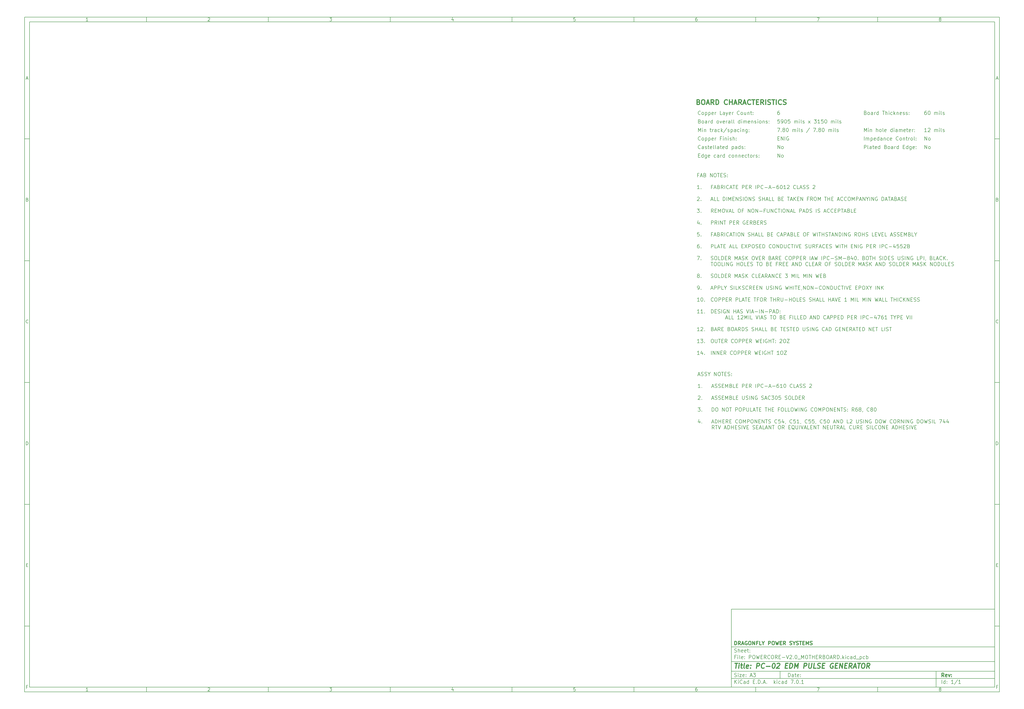
<source format=gbr>
G04 #@! TF.GenerationSoftware,KiCad,Pcbnew,7.0.1*
G04 #@! TF.CreationDate,2024-01-10T19:04:54-08:00*
G04 #@! TF.ProjectId,POWERCORE-V2.0_MOTHERBOARD,504f5745-5243-44f5-9245-2d56322e305f,rev?*
G04 #@! TF.SameCoordinates,PX791ddbePYb90347e*
G04 #@! TF.FileFunction,OtherDrawing,Comment*
%FSLAX46Y46*%
G04 Gerber Fmt 4.6, Leading zero omitted, Abs format (unit mm)*
G04 Created by KiCad (PCBNEW 7.0.1) date 2024-01-10 19:04:54*
%MOMM*%
%LPD*%
G01*
G04 APERTURE LIST*
%ADD10C,0.100000*%
%ADD11C,0.150000*%
%ADD12C,0.300000*%
%ADD13C,0.400000*%
%ADD14C,0.200000*%
G04 APERTURE END LIST*
D10*
D11*
X172989002Y-59002202D02*
X280989002Y-59002202D01*
X280989002Y-91002202D01*
X172989002Y-91002202D01*
X172989002Y-59002202D01*
D10*
D11*
X-116999998Y183999998D02*
X282989002Y183999998D01*
X282989002Y-93002202D01*
X-116999998Y-93002202D01*
X-116999998Y183999998D01*
D10*
D11*
X-114999998Y181999998D02*
X280989002Y181999998D01*
X280989002Y-91002202D01*
X-114999998Y-91002202D01*
X-114999998Y181999998D01*
D10*
D11*
X-66999998Y181999998D02*
X-66999998Y183999998D01*
D10*
D11*
X-16999998Y181999998D02*
X-16999998Y183999998D01*
D10*
D11*
X33000002Y181999998D02*
X33000002Y183999998D01*
D10*
D11*
X83000002Y181999998D02*
X83000002Y183999998D01*
D10*
D11*
X133000002Y181999998D02*
X133000002Y183999998D01*
D10*
D11*
X183000002Y181999998D02*
X183000002Y183999998D01*
D10*
D11*
X233000002Y181999998D02*
X233000002Y183999998D01*
D10*
D11*
X-91009522Y182398594D02*
X-91752379Y182398594D01*
X-91380951Y182398594D02*
X-91380951Y183698594D01*
X-91380951Y183698594D02*
X-91504760Y183512879D01*
X-91504760Y183512879D02*
X-91628570Y183389070D01*
X-91628570Y183389070D02*
X-91752379Y183327165D01*
D10*
D11*
X-41752379Y183574784D02*
X-41690475Y183636689D01*
X-41690475Y183636689D02*
X-41566665Y183698594D01*
X-41566665Y183698594D02*
X-41257141Y183698594D01*
X-41257141Y183698594D02*
X-41133332Y183636689D01*
X-41133332Y183636689D02*
X-41071427Y183574784D01*
X-41071427Y183574784D02*
X-41009522Y183450975D01*
X-41009522Y183450975D02*
X-41009522Y183327165D01*
X-41009522Y183327165D02*
X-41071427Y183141451D01*
X-41071427Y183141451D02*
X-41814284Y182398594D01*
X-41814284Y182398594D02*
X-41009522Y182398594D01*
D10*
D11*
X8185716Y183698594D02*
X8990478Y183698594D01*
X8990478Y183698594D02*
X8557144Y183203356D01*
X8557144Y183203356D02*
X8742859Y183203356D01*
X8742859Y183203356D02*
X8866668Y183141451D01*
X8866668Y183141451D02*
X8928573Y183079546D01*
X8928573Y183079546D02*
X8990478Y182955737D01*
X8990478Y182955737D02*
X8990478Y182646213D01*
X8990478Y182646213D02*
X8928573Y182522403D01*
X8928573Y182522403D02*
X8866668Y182460498D01*
X8866668Y182460498D02*
X8742859Y182398594D01*
X8742859Y182398594D02*
X8371430Y182398594D01*
X8371430Y182398594D02*
X8247621Y182460498D01*
X8247621Y182460498D02*
X8185716Y182522403D01*
D10*
D11*
X58866668Y183265260D02*
X58866668Y182398594D01*
X58557144Y183760498D02*
X58247621Y182831927D01*
X58247621Y182831927D02*
X59052382Y182831927D01*
D10*
D11*
X108928573Y183698594D02*
X108309525Y183698594D01*
X108309525Y183698594D02*
X108247621Y183079546D01*
X108247621Y183079546D02*
X108309525Y183141451D01*
X108309525Y183141451D02*
X108433335Y183203356D01*
X108433335Y183203356D02*
X108742859Y183203356D01*
X108742859Y183203356D02*
X108866668Y183141451D01*
X108866668Y183141451D02*
X108928573Y183079546D01*
X108928573Y183079546D02*
X108990478Y182955737D01*
X108990478Y182955737D02*
X108990478Y182646213D01*
X108990478Y182646213D02*
X108928573Y182522403D01*
X108928573Y182522403D02*
X108866668Y182460498D01*
X108866668Y182460498D02*
X108742859Y182398594D01*
X108742859Y182398594D02*
X108433335Y182398594D01*
X108433335Y182398594D02*
X108309525Y182460498D01*
X108309525Y182460498D02*
X108247621Y182522403D01*
D10*
D11*
X158866668Y183698594D02*
X158619049Y183698594D01*
X158619049Y183698594D02*
X158495240Y183636689D01*
X158495240Y183636689D02*
X158433335Y183574784D01*
X158433335Y183574784D02*
X158309525Y183389070D01*
X158309525Y183389070D02*
X158247621Y183141451D01*
X158247621Y183141451D02*
X158247621Y182646213D01*
X158247621Y182646213D02*
X158309525Y182522403D01*
X158309525Y182522403D02*
X158371430Y182460498D01*
X158371430Y182460498D02*
X158495240Y182398594D01*
X158495240Y182398594D02*
X158742859Y182398594D01*
X158742859Y182398594D02*
X158866668Y182460498D01*
X158866668Y182460498D02*
X158928573Y182522403D01*
X158928573Y182522403D02*
X158990478Y182646213D01*
X158990478Y182646213D02*
X158990478Y182955737D01*
X158990478Y182955737D02*
X158928573Y183079546D01*
X158928573Y183079546D02*
X158866668Y183141451D01*
X158866668Y183141451D02*
X158742859Y183203356D01*
X158742859Y183203356D02*
X158495240Y183203356D01*
X158495240Y183203356D02*
X158371430Y183141451D01*
X158371430Y183141451D02*
X158309525Y183079546D01*
X158309525Y183079546D02*
X158247621Y182955737D01*
D10*
D11*
X208185716Y183698594D02*
X209052382Y183698594D01*
X209052382Y183698594D02*
X208495240Y182398594D01*
D10*
D11*
X258495240Y183141451D02*
X258371430Y183203356D01*
X258371430Y183203356D02*
X258309525Y183265260D01*
X258309525Y183265260D02*
X258247621Y183389070D01*
X258247621Y183389070D02*
X258247621Y183450975D01*
X258247621Y183450975D02*
X258309525Y183574784D01*
X258309525Y183574784D02*
X258371430Y183636689D01*
X258371430Y183636689D02*
X258495240Y183698594D01*
X258495240Y183698594D02*
X258742859Y183698594D01*
X258742859Y183698594D02*
X258866668Y183636689D01*
X258866668Y183636689D02*
X258928573Y183574784D01*
X258928573Y183574784D02*
X258990478Y183450975D01*
X258990478Y183450975D02*
X258990478Y183389070D01*
X258990478Y183389070D02*
X258928573Y183265260D01*
X258928573Y183265260D02*
X258866668Y183203356D01*
X258866668Y183203356D02*
X258742859Y183141451D01*
X258742859Y183141451D02*
X258495240Y183141451D01*
X258495240Y183141451D02*
X258371430Y183079546D01*
X258371430Y183079546D02*
X258309525Y183017641D01*
X258309525Y183017641D02*
X258247621Y182893832D01*
X258247621Y182893832D02*
X258247621Y182646213D01*
X258247621Y182646213D02*
X258309525Y182522403D01*
X258309525Y182522403D02*
X258371430Y182460498D01*
X258371430Y182460498D02*
X258495240Y182398594D01*
X258495240Y182398594D02*
X258742859Y182398594D01*
X258742859Y182398594D02*
X258866668Y182460498D01*
X258866668Y182460498D02*
X258928573Y182522403D01*
X258928573Y182522403D02*
X258990478Y182646213D01*
X258990478Y182646213D02*
X258990478Y182893832D01*
X258990478Y182893832D02*
X258928573Y183017641D01*
X258928573Y183017641D02*
X258866668Y183079546D01*
X258866668Y183079546D02*
X258742859Y183141451D01*
D10*
D11*
X-66999998Y-91002202D02*
X-66999998Y-93002202D01*
D10*
D11*
X-16999998Y-91002202D02*
X-16999998Y-93002202D01*
D10*
D11*
X33000002Y-91002202D02*
X33000002Y-93002202D01*
D10*
D11*
X83000002Y-91002202D02*
X83000002Y-93002202D01*
D10*
D11*
X133000002Y-91002202D02*
X133000002Y-93002202D01*
D10*
D11*
X183000002Y-91002202D02*
X183000002Y-93002202D01*
D10*
D11*
X233000002Y-91002202D02*
X233000002Y-93002202D01*
D10*
D11*
X-91009522Y-92603606D02*
X-91752379Y-92603606D01*
X-91380951Y-92603606D02*
X-91380951Y-91303606D01*
X-91380951Y-91303606D02*
X-91504760Y-91489321D01*
X-91504760Y-91489321D02*
X-91628570Y-91613130D01*
X-91628570Y-91613130D02*
X-91752379Y-91675035D01*
D10*
D11*
X-41752379Y-91427416D02*
X-41690475Y-91365511D01*
X-41690475Y-91365511D02*
X-41566665Y-91303606D01*
X-41566665Y-91303606D02*
X-41257141Y-91303606D01*
X-41257141Y-91303606D02*
X-41133332Y-91365511D01*
X-41133332Y-91365511D02*
X-41071427Y-91427416D01*
X-41071427Y-91427416D02*
X-41009522Y-91551225D01*
X-41009522Y-91551225D02*
X-41009522Y-91675035D01*
X-41009522Y-91675035D02*
X-41071427Y-91860749D01*
X-41071427Y-91860749D02*
X-41814284Y-92603606D01*
X-41814284Y-92603606D02*
X-41009522Y-92603606D01*
D10*
D11*
X8185716Y-91303606D02*
X8990478Y-91303606D01*
X8990478Y-91303606D02*
X8557144Y-91798844D01*
X8557144Y-91798844D02*
X8742859Y-91798844D01*
X8742859Y-91798844D02*
X8866668Y-91860749D01*
X8866668Y-91860749D02*
X8928573Y-91922654D01*
X8928573Y-91922654D02*
X8990478Y-92046463D01*
X8990478Y-92046463D02*
X8990478Y-92355987D01*
X8990478Y-92355987D02*
X8928573Y-92479797D01*
X8928573Y-92479797D02*
X8866668Y-92541702D01*
X8866668Y-92541702D02*
X8742859Y-92603606D01*
X8742859Y-92603606D02*
X8371430Y-92603606D01*
X8371430Y-92603606D02*
X8247621Y-92541702D01*
X8247621Y-92541702D02*
X8185716Y-92479797D01*
D10*
D11*
X58866668Y-91736940D02*
X58866668Y-92603606D01*
X58557144Y-91241702D02*
X58247621Y-92170273D01*
X58247621Y-92170273D02*
X59052382Y-92170273D01*
D10*
D11*
X108928573Y-91303606D02*
X108309525Y-91303606D01*
X108309525Y-91303606D02*
X108247621Y-91922654D01*
X108247621Y-91922654D02*
X108309525Y-91860749D01*
X108309525Y-91860749D02*
X108433335Y-91798844D01*
X108433335Y-91798844D02*
X108742859Y-91798844D01*
X108742859Y-91798844D02*
X108866668Y-91860749D01*
X108866668Y-91860749D02*
X108928573Y-91922654D01*
X108928573Y-91922654D02*
X108990478Y-92046463D01*
X108990478Y-92046463D02*
X108990478Y-92355987D01*
X108990478Y-92355987D02*
X108928573Y-92479797D01*
X108928573Y-92479797D02*
X108866668Y-92541702D01*
X108866668Y-92541702D02*
X108742859Y-92603606D01*
X108742859Y-92603606D02*
X108433335Y-92603606D01*
X108433335Y-92603606D02*
X108309525Y-92541702D01*
X108309525Y-92541702D02*
X108247621Y-92479797D01*
D10*
D11*
X158866668Y-91303606D02*
X158619049Y-91303606D01*
X158619049Y-91303606D02*
X158495240Y-91365511D01*
X158495240Y-91365511D02*
X158433335Y-91427416D01*
X158433335Y-91427416D02*
X158309525Y-91613130D01*
X158309525Y-91613130D02*
X158247621Y-91860749D01*
X158247621Y-91860749D02*
X158247621Y-92355987D01*
X158247621Y-92355987D02*
X158309525Y-92479797D01*
X158309525Y-92479797D02*
X158371430Y-92541702D01*
X158371430Y-92541702D02*
X158495240Y-92603606D01*
X158495240Y-92603606D02*
X158742859Y-92603606D01*
X158742859Y-92603606D02*
X158866668Y-92541702D01*
X158866668Y-92541702D02*
X158928573Y-92479797D01*
X158928573Y-92479797D02*
X158990478Y-92355987D01*
X158990478Y-92355987D02*
X158990478Y-92046463D01*
X158990478Y-92046463D02*
X158928573Y-91922654D01*
X158928573Y-91922654D02*
X158866668Y-91860749D01*
X158866668Y-91860749D02*
X158742859Y-91798844D01*
X158742859Y-91798844D02*
X158495240Y-91798844D01*
X158495240Y-91798844D02*
X158371430Y-91860749D01*
X158371430Y-91860749D02*
X158309525Y-91922654D01*
X158309525Y-91922654D02*
X158247621Y-92046463D01*
D10*
D11*
X208185716Y-91303606D02*
X209052382Y-91303606D01*
X209052382Y-91303606D02*
X208495240Y-92603606D01*
D10*
D11*
X258495240Y-91860749D02*
X258371430Y-91798844D01*
X258371430Y-91798844D02*
X258309525Y-91736940D01*
X258309525Y-91736940D02*
X258247621Y-91613130D01*
X258247621Y-91613130D02*
X258247621Y-91551225D01*
X258247621Y-91551225D02*
X258309525Y-91427416D01*
X258309525Y-91427416D02*
X258371430Y-91365511D01*
X258371430Y-91365511D02*
X258495240Y-91303606D01*
X258495240Y-91303606D02*
X258742859Y-91303606D01*
X258742859Y-91303606D02*
X258866668Y-91365511D01*
X258866668Y-91365511D02*
X258928573Y-91427416D01*
X258928573Y-91427416D02*
X258990478Y-91551225D01*
X258990478Y-91551225D02*
X258990478Y-91613130D01*
X258990478Y-91613130D02*
X258928573Y-91736940D01*
X258928573Y-91736940D02*
X258866668Y-91798844D01*
X258866668Y-91798844D02*
X258742859Y-91860749D01*
X258742859Y-91860749D02*
X258495240Y-91860749D01*
X258495240Y-91860749D02*
X258371430Y-91922654D01*
X258371430Y-91922654D02*
X258309525Y-91984559D01*
X258309525Y-91984559D02*
X258247621Y-92108368D01*
X258247621Y-92108368D02*
X258247621Y-92355987D01*
X258247621Y-92355987D02*
X258309525Y-92479797D01*
X258309525Y-92479797D02*
X258371430Y-92541702D01*
X258371430Y-92541702D02*
X258495240Y-92603606D01*
X258495240Y-92603606D02*
X258742859Y-92603606D01*
X258742859Y-92603606D02*
X258866668Y-92541702D01*
X258866668Y-92541702D02*
X258928573Y-92479797D01*
X258928573Y-92479797D02*
X258990478Y-92355987D01*
X258990478Y-92355987D02*
X258990478Y-92108368D01*
X258990478Y-92108368D02*
X258928573Y-91984559D01*
X258928573Y-91984559D02*
X258866668Y-91922654D01*
X258866668Y-91922654D02*
X258742859Y-91860749D01*
D10*
D11*
X-116999998Y133999998D02*
X-114999998Y133999998D01*
D10*
D11*
X-116999998Y83999998D02*
X-114999998Y83999998D01*
D10*
D11*
X-116999998Y33999998D02*
X-114999998Y33999998D01*
D10*
D11*
X-116999998Y-16000002D02*
X-114999998Y-16000002D01*
D10*
D11*
X-116999998Y-66000002D02*
X-114999998Y-66000002D01*
D10*
D11*
X-116309522Y158770022D02*
X-115690475Y158770022D01*
X-116433332Y158398594D02*
X-115999999Y159698594D01*
X-115999999Y159698594D02*
X-115566665Y158398594D01*
D10*
D11*
X-115907141Y109079546D02*
X-115721427Y109017641D01*
X-115721427Y109017641D02*
X-115659522Y108955737D01*
X-115659522Y108955737D02*
X-115597618Y108831927D01*
X-115597618Y108831927D02*
X-115597618Y108646213D01*
X-115597618Y108646213D02*
X-115659522Y108522403D01*
X-115659522Y108522403D02*
X-115721427Y108460498D01*
X-115721427Y108460498D02*
X-115845237Y108398594D01*
X-115845237Y108398594D02*
X-116340475Y108398594D01*
X-116340475Y108398594D02*
X-116340475Y109698594D01*
X-116340475Y109698594D02*
X-115907141Y109698594D01*
X-115907141Y109698594D02*
X-115783332Y109636689D01*
X-115783332Y109636689D02*
X-115721427Y109574784D01*
X-115721427Y109574784D02*
X-115659522Y109450975D01*
X-115659522Y109450975D02*
X-115659522Y109327165D01*
X-115659522Y109327165D02*
X-115721427Y109203356D01*
X-115721427Y109203356D02*
X-115783332Y109141451D01*
X-115783332Y109141451D02*
X-115907141Y109079546D01*
X-115907141Y109079546D02*
X-116340475Y109079546D01*
D10*
D11*
X-115597618Y58522403D02*
X-115659522Y58460498D01*
X-115659522Y58460498D02*
X-115845237Y58398594D01*
X-115845237Y58398594D02*
X-115969046Y58398594D01*
X-115969046Y58398594D02*
X-116154760Y58460498D01*
X-116154760Y58460498D02*
X-116278570Y58584308D01*
X-116278570Y58584308D02*
X-116340475Y58708118D01*
X-116340475Y58708118D02*
X-116402379Y58955737D01*
X-116402379Y58955737D02*
X-116402379Y59141451D01*
X-116402379Y59141451D02*
X-116340475Y59389070D01*
X-116340475Y59389070D02*
X-116278570Y59512879D01*
X-116278570Y59512879D02*
X-116154760Y59636689D01*
X-116154760Y59636689D02*
X-115969046Y59698594D01*
X-115969046Y59698594D02*
X-115845237Y59698594D01*
X-115845237Y59698594D02*
X-115659522Y59636689D01*
X-115659522Y59636689D02*
X-115597618Y59574784D01*
D10*
D11*
X-116340475Y8398594D02*
X-116340475Y9698594D01*
X-116340475Y9698594D02*
X-116030951Y9698594D01*
X-116030951Y9698594D02*
X-115845237Y9636689D01*
X-115845237Y9636689D02*
X-115721427Y9512879D01*
X-115721427Y9512879D02*
X-115659522Y9389070D01*
X-115659522Y9389070D02*
X-115597618Y9141451D01*
X-115597618Y9141451D02*
X-115597618Y8955737D01*
X-115597618Y8955737D02*
X-115659522Y8708118D01*
X-115659522Y8708118D02*
X-115721427Y8584308D01*
X-115721427Y8584308D02*
X-115845237Y8460498D01*
X-115845237Y8460498D02*
X-116030951Y8398594D01*
X-116030951Y8398594D02*
X-116340475Y8398594D01*
D10*
D11*
X-116278570Y-40920454D02*
X-115845236Y-40920454D01*
X-115659522Y-41601406D02*
X-116278570Y-41601406D01*
X-116278570Y-41601406D02*
X-116278570Y-40301406D01*
X-116278570Y-40301406D02*
X-115659522Y-40301406D01*
D10*
D11*
X-115814284Y-90920454D02*
X-116247618Y-90920454D01*
X-116247618Y-91601406D02*
X-116247618Y-90301406D01*
X-116247618Y-90301406D02*
X-115628570Y-90301406D01*
D10*
D11*
X282989002Y133999998D02*
X280989002Y133999998D01*
D10*
D11*
X282989002Y83999998D02*
X280989002Y83999998D01*
D10*
D11*
X282989002Y33999998D02*
X280989002Y33999998D01*
D10*
D11*
X282989002Y-16000002D02*
X280989002Y-16000002D01*
D10*
D11*
X282989002Y-66000002D02*
X280989002Y-66000002D01*
D10*
D11*
X281679478Y158770022D02*
X282298525Y158770022D01*
X281555668Y158398594D02*
X281989001Y159698594D01*
X281989001Y159698594D02*
X282422335Y158398594D01*
D10*
D11*
X282081859Y109079546D02*
X282267573Y109017641D01*
X282267573Y109017641D02*
X282329478Y108955737D01*
X282329478Y108955737D02*
X282391382Y108831927D01*
X282391382Y108831927D02*
X282391382Y108646213D01*
X282391382Y108646213D02*
X282329478Y108522403D01*
X282329478Y108522403D02*
X282267573Y108460498D01*
X282267573Y108460498D02*
X282143763Y108398594D01*
X282143763Y108398594D02*
X281648525Y108398594D01*
X281648525Y108398594D02*
X281648525Y109698594D01*
X281648525Y109698594D02*
X282081859Y109698594D01*
X282081859Y109698594D02*
X282205668Y109636689D01*
X282205668Y109636689D02*
X282267573Y109574784D01*
X282267573Y109574784D02*
X282329478Y109450975D01*
X282329478Y109450975D02*
X282329478Y109327165D01*
X282329478Y109327165D02*
X282267573Y109203356D01*
X282267573Y109203356D02*
X282205668Y109141451D01*
X282205668Y109141451D02*
X282081859Y109079546D01*
X282081859Y109079546D02*
X281648525Y109079546D01*
D10*
D11*
X282391382Y58522403D02*
X282329478Y58460498D01*
X282329478Y58460498D02*
X282143763Y58398594D01*
X282143763Y58398594D02*
X282019954Y58398594D01*
X282019954Y58398594D02*
X281834240Y58460498D01*
X281834240Y58460498D02*
X281710430Y58584308D01*
X281710430Y58584308D02*
X281648525Y58708118D01*
X281648525Y58708118D02*
X281586621Y58955737D01*
X281586621Y58955737D02*
X281586621Y59141451D01*
X281586621Y59141451D02*
X281648525Y59389070D01*
X281648525Y59389070D02*
X281710430Y59512879D01*
X281710430Y59512879D02*
X281834240Y59636689D01*
X281834240Y59636689D02*
X282019954Y59698594D01*
X282019954Y59698594D02*
X282143763Y59698594D01*
X282143763Y59698594D02*
X282329478Y59636689D01*
X282329478Y59636689D02*
X282391382Y59574784D01*
D10*
D11*
X281648525Y8398594D02*
X281648525Y9698594D01*
X281648525Y9698594D02*
X281958049Y9698594D01*
X281958049Y9698594D02*
X282143763Y9636689D01*
X282143763Y9636689D02*
X282267573Y9512879D01*
X282267573Y9512879D02*
X282329478Y9389070D01*
X282329478Y9389070D02*
X282391382Y9141451D01*
X282391382Y9141451D02*
X282391382Y8955737D01*
X282391382Y8955737D02*
X282329478Y8708118D01*
X282329478Y8708118D02*
X282267573Y8584308D01*
X282267573Y8584308D02*
X282143763Y8460498D01*
X282143763Y8460498D02*
X281958049Y8398594D01*
X281958049Y8398594D02*
X281648525Y8398594D01*
D10*
D11*
X281710430Y-40920454D02*
X282143764Y-40920454D01*
X282329478Y-41601406D02*
X281710430Y-41601406D01*
X281710430Y-41601406D02*
X281710430Y-40301406D01*
X281710430Y-40301406D02*
X282329478Y-40301406D01*
D10*
D11*
X282174716Y-90920454D02*
X281741382Y-90920454D01*
X281741382Y-91601406D02*
X281741382Y-90301406D01*
X281741382Y-90301406D02*
X282360430Y-90301406D01*
D10*
D11*
X196346144Y-86796130D02*
X196346144Y-85296130D01*
X196346144Y-85296130D02*
X196703287Y-85296130D01*
X196703287Y-85296130D02*
X196917573Y-85367559D01*
X196917573Y-85367559D02*
X197060430Y-85510416D01*
X197060430Y-85510416D02*
X197131859Y-85653273D01*
X197131859Y-85653273D02*
X197203287Y-85938987D01*
X197203287Y-85938987D02*
X197203287Y-86153273D01*
X197203287Y-86153273D02*
X197131859Y-86438987D01*
X197131859Y-86438987D02*
X197060430Y-86581844D01*
X197060430Y-86581844D02*
X196917573Y-86724702D01*
X196917573Y-86724702D02*
X196703287Y-86796130D01*
X196703287Y-86796130D02*
X196346144Y-86796130D01*
X198489002Y-86796130D02*
X198489002Y-86010416D01*
X198489002Y-86010416D02*
X198417573Y-85867559D01*
X198417573Y-85867559D02*
X198274716Y-85796130D01*
X198274716Y-85796130D02*
X197989002Y-85796130D01*
X197989002Y-85796130D02*
X197846144Y-85867559D01*
X198489002Y-86724702D02*
X198346144Y-86796130D01*
X198346144Y-86796130D02*
X197989002Y-86796130D01*
X197989002Y-86796130D02*
X197846144Y-86724702D01*
X197846144Y-86724702D02*
X197774716Y-86581844D01*
X197774716Y-86581844D02*
X197774716Y-86438987D01*
X197774716Y-86438987D02*
X197846144Y-86296130D01*
X197846144Y-86296130D02*
X197989002Y-86224702D01*
X197989002Y-86224702D02*
X198346144Y-86224702D01*
X198346144Y-86224702D02*
X198489002Y-86153273D01*
X198989002Y-85796130D02*
X199560430Y-85796130D01*
X199203287Y-85296130D02*
X199203287Y-86581844D01*
X199203287Y-86581844D02*
X199274716Y-86724702D01*
X199274716Y-86724702D02*
X199417573Y-86796130D01*
X199417573Y-86796130D02*
X199560430Y-86796130D01*
X200631859Y-86724702D02*
X200489002Y-86796130D01*
X200489002Y-86796130D02*
X200203288Y-86796130D01*
X200203288Y-86796130D02*
X200060430Y-86724702D01*
X200060430Y-86724702D02*
X199989002Y-86581844D01*
X199989002Y-86581844D02*
X199989002Y-86010416D01*
X199989002Y-86010416D02*
X200060430Y-85867559D01*
X200060430Y-85867559D02*
X200203288Y-85796130D01*
X200203288Y-85796130D02*
X200489002Y-85796130D01*
X200489002Y-85796130D02*
X200631859Y-85867559D01*
X200631859Y-85867559D02*
X200703288Y-86010416D01*
X200703288Y-86010416D02*
X200703288Y-86153273D01*
X200703288Y-86153273D02*
X199989002Y-86296130D01*
X201346144Y-86653273D02*
X201417573Y-86724702D01*
X201417573Y-86724702D02*
X201346144Y-86796130D01*
X201346144Y-86796130D02*
X201274716Y-86724702D01*
X201274716Y-86724702D02*
X201346144Y-86653273D01*
X201346144Y-86653273D02*
X201346144Y-86796130D01*
X201346144Y-85867559D02*
X201417573Y-85938987D01*
X201417573Y-85938987D02*
X201346144Y-86010416D01*
X201346144Y-86010416D02*
X201274716Y-85938987D01*
X201274716Y-85938987D02*
X201346144Y-85867559D01*
X201346144Y-85867559D02*
X201346144Y-86010416D01*
D10*
D11*
X172989002Y-87502202D02*
X280989002Y-87502202D01*
D10*
D11*
X174346144Y-89596130D02*
X174346144Y-88096130D01*
X175203287Y-89596130D02*
X174560430Y-88738987D01*
X175203287Y-88096130D02*
X174346144Y-88953273D01*
X175846144Y-89596130D02*
X175846144Y-88596130D01*
X175846144Y-88096130D02*
X175774716Y-88167559D01*
X175774716Y-88167559D02*
X175846144Y-88238987D01*
X175846144Y-88238987D02*
X175917573Y-88167559D01*
X175917573Y-88167559D02*
X175846144Y-88096130D01*
X175846144Y-88096130D02*
X175846144Y-88238987D01*
X177417573Y-89453273D02*
X177346145Y-89524702D01*
X177346145Y-89524702D02*
X177131859Y-89596130D01*
X177131859Y-89596130D02*
X176989002Y-89596130D01*
X176989002Y-89596130D02*
X176774716Y-89524702D01*
X176774716Y-89524702D02*
X176631859Y-89381844D01*
X176631859Y-89381844D02*
X176560430Y-89238987D01*
X176560430Y-89238987D02*
X176489002Y-88953273D01*
X176489002Y-88953273D02*
X176489002Y-88738987D01*
X176489002Y-88738987D02*
X176560430Y-88453273D01*
X176560430Y-88453273D02*
X176631859Y-88310416D01*
X176631859Y-88310416D02*
X176774716Y-88167559D01*
X176774716Y-88167559D02*
X176989002Y-88096130D01*
X176989002Y-88096130D02*
X177131859Y-88096130D01*
X177131859Y-88096130D02*
X177346145Y-88167559D01*
X177346145Y-88167559D02*
X177417573Y-88238987D01*
X178703288Y-89596130D02*
X178703288Y-88810416D01*
X178703288Y-88810416D02*
X178631859Y-88667559D01*
X178631859Y-88667559D02*
X178489002Y-88596130D01*
X178489002Y-88596130D02*
X178203288Y-88596130D01*
X178203288Y-88596130D02*
X178060430Y-88667559D01*
X178703288Y-89524702D02*
X178560430Y-89596130D01*
X178560430Y-89596130D02*
X178203288Y-89596130D01*
X178203288Y-89596130D02*
X178060430Y-89524702D01*
X178060430Y-89524702D02*
X177989002Y-89381844D01*
X177989002Y-89381844D02*
X177989002Y-89238987D01*
X177989002Y-89238987D02*
X178060430Y-89096130D01*
X178060430Y-89096130D02*
X178203288Y-89024702D01*
X178203288Y-89024702D02*
X178560430Y-89024702D01*
X178560430Y-89024702D02*
X178703288Y-88953273D01*
X180060431Y-89596130D02*
X180060431Y-88096130D01*
X180060431Y-89524702D02*
X179917573Y-89596130D01*
X179917573Y-89596130D02*
X179631859Y-89596130D01*
X179631859Y-89596130D02*
X179489002Y-89524702D01*
X179489002Y-89524702D02*
X179417573Y-89453273D01*
X179417573Y-89453273D02*
X179346145Y-89310416D01*
X179346145Y-89310416D02*
X179346145Y-88881844D01*
X179346145Y-88881844D02*
X179417573Y-88738987D01*
X179417573Y-88738987D02*
X179489002Y-88667559D01*
X179489002Y-88667559D02*
X179631859Y-88596130D01*
X179631859Y-88596130D02*
X179917573Y-88596130D01*
X179917573Y-88596130D02*
X180060431Y-88667559D01*
X181917573Y-88810416D02*
X182417573Y-88810416D01*
X182631859Y-89596130D02*
X181917573Y-89596130D01*
X181917573Y-89596130D02*
X181917573Y-88096130D01*
X181917573Y-88096130D02*
X182631859Y-88096130D01*
X183274716Y-89453273D02*
X183346145Y-89524702D01*
X183346145Y-89524702D02*
X183274716Y-89596130D01*
X183274716Y-89596130D02*
X183203288Y-89524702D01*
X183203288Y-89524702D02*
X183274716Y-89453273D01*
X183274716Y-89453273D02*
X183274716Y-89596130D01*
X183989002Y-89596130D02*
X183989002Y-88096130D01*
X183989002Y-88096130D02*
X184346145Y-88096130D01*
X184346145Y-88096130D02*
X184560431Y-88167559D01*
X184560431Y-88167559D02*
X184703288Y-88310416D01*
X184703288Y-88310416D02*
X184774717Y-88453273D01*
X184774717Y-88453273D02*
X184846145Y-88738987D01*
X184846145Y-88738987D02*
X184846145Y-88953273D01*
X184846145Y-88953273D02*
X184774717Y-89238987D01*
X184774717Y-89238987D02*
X184703288Y-89381844D01*
X184703288Y-89381844D02*
X184560431Y-89524702D01*
X184560431Y-89524702D02*
X184346145Y-89596130D01*
X184346145Y-89596130D02*
X183989002Y-89596130D01*
X185489002Y-89453273D02*
X185560431Y-89524702D01*
X185560431Y-89524702D02*
X185489002Y-89596130D01*
X185489002Y-89596130D02*
X185417574Y-89524702D01*
X185417574Y-89524702D02*
X185489002Y-89453273D01*
X185489002Y-89453273D02*
X185489002Y-89596130D01*
X186131860Y-89167559D02*
X186846146Y-89167559D01*
X185989003Y-89596130D02*
X186489003Y-88096130D01*
X186489003Y-88096130D02*
X186989003Y-89596130D01*
X187489002Y-89453273D02*
X187560431Y-89524702D01*
X187560431Y-89524702D02*
X187489002Y-89596130D01*
X187489002Y-89596130D02*
X187417574Y-89524702D01*
X187417574Y-89524702D02*
X187489002Y-89453273D01*
X187489002Y-89453273D02*
X187489002Y-89596130D01*
X190489002Y-89596130D02*
X190489002Y-88096130D01*
X190631860Y-89024702D02*
X191060431Y-89596130D01*
X191060431Y-88596130D02*
X190489002Y-89167559D01*
X191703288Y-89596130D02*
X191703288Y-88596130D01*
X191703288Y-88096130D02*
X191631860Y-88167559D01*
X191631860Y-88167559D02*
X191703288Y-88238987D01*
X191703288Y-88238987D02*
X191774717Y-88167559D01*
X191774717Y-88167559D02*
X191703288Y-88096130D01*
X191703288Y-88096130D02*
X191703288Y-88238987D01*
X193060432Y-89524702D02*
X192917574Y-89596130D01*
X192917574Y-89596130D02*
X192631860Y-89596130D01*
X192631860Y-89596130D02*
X192489003Y-89524702D01*
X192489003Y-89524702D02*
X192417574Y-89453273D01*
X192417574Y-89453273D02*
X192346146Y-89310416D01*
X192346146Y-89310416D02*
X192346146Y-88881844D01*
X192346146Y-88881844D02*
X192417574Y-88738987D01*
X192417574Y-88738987D02*
X192489003Y-88667559D01*
X192489003Y-88667559D02*
X192631860Y-88596130D01*
X192631860Y-88596130D02*
X192917574Y-88596130D01*
X192917574Y-88596130D02*
X193060432Y-88667559D01*
X194346146Y-89596130D02*
X194346146Y-88810416D01*
X194346146Y-88810416D02*
X194274717Y-88667559D01*
X194274717Y-88667559D02*
X194131860Y-88596130D01*
X194131860Y-88596130D02*
X193846146Y-88596130D01*
X193846146Y-88596130D02*
X193703288Y-88667559D01*
X194346146Y-89524702D02*
X194203288Y-89596130D01*
X194203288Y-89596130D02*
X193846146Y-89596130D01*
X193846146Y-89596130D02*
X193703288Y-89524702D01*
X193703288Y-89524702D02*
X193631860Y-89381844D01*
X193631860Y-89381844D02*
X193631860Y-89238987D01*
X193631860Y-89238987D02*
X193703288Y-89096130D01*
X193703288Y-89096130D02*
X193846146Y-89024702D01*
X193846146Y-89024702D02*
X194203288Y-89024702D01*
X194203288Y-89024702D02*
X194346146Y-88953273D01*
X195703289Y-89596130D02*
X195703289Y-88096130D01*
X195703289Y-89524702D02*
X195560431Y-89596130D01*
X195560431Y-89596130D02*
X195274717Y-89596130D01*
X195274717Y-89596130D02*
X195131860Y-89524702D01*
X195131860Y-89524702D02*
X195060431Y-89453273D01*
X195060431Y-89453273D02*
X194989003Y-89310416D01*
X194989003Y-89310416D02*
X194989003Y-88881844D01*
X194989003Y-88881844D02*
X195060431Y-88738987D01*
X195060431Y-88738987D02*
X195131860Y-88667559D01*
X195131860Y-88667559D02*
X195274717Y-88596130D01*
X195274717Y-88596130D02*
X195560431Y-88596130D01*
X195560431Y-88596130D02*
X195703289Y-88667559D01*
X197417574Y-88096130D02*
X198417574Y-88096130D01*
X198417574Y-88096130D02*
X197774717Y-89596130D01*
X198989002Y-89453273D02*
X199060431Y-89524702D01*
X199060431Y-89524702D02*
X198989002Y-89596130D01*
X198989002Y-89596130D02*
X198917574Y-89524702D01*
X198917574Y-89524702D02*
X198989002Y-89453273D01*
X198989002Y-89453273D02*
X198989002Y-89596130D01*
X199989003Y-88096130D02*
X200131860Y-88096130D01*
X200131860Y-88096130D02*
X200274717Y-88167559D01*
X200274717Y-88167559D02*
X200346146Y-88238987D01*
X200346146Y-88238987D02*
X200417574Y-88381844D01*
X200417574Y-88381844D02*
X200489003Y-88667559D01*
X200489003Y-88667559D02*
X200489003Y-89024702D01*
X200489003Y-89024702D02*
X200417574Y-89310416D01*
X200417574Y-89310416D02*
X200346146Y-89453273D01*
X200346146Y-89453273D02*
X200274717Y-89524702D01*
X200274717Y-89524702D02*
X200131860Y-89596130D01*
X200131860Y-89596130D02*
X199989003Y-89596130D01*
X199989003Y-89596130D02*
X199846146Y-89524702D01*
X199846146Y-89524702D02*
X199774717Y-89453273D01*
X199774717Y-89453273D02*
X199703288Y-89310416D01*
X199703288Y-89310416D02*
X199631860Y-89024702D01*
X199631860Y-89024702D02*
X199631860Y-88667559D01*
X199631860Y-88667559D02*
X199703288Y-88381844D01*
X199703288Y-88381844D02*
X199774717Y-88238987D01*
X199774717Y-88238987D02*
X199846146Y-88167559D01*
X199846146Y-88167559D02*
X199989003Y-88096130D01*
X201131859Y-89453273D02*
X201203288Y-89524702D01*
X201203288Y-89524702D02*
X201131859Y-89596130D01*
X201131859Y-89596130D02*
X201060431Y-89524702D01*
X201060431Y-89524702D02*
X201131859Y-89453273D01*
X201131859Y-89453273D02*
X201131859Y-89596130D01*
X202631860Y-89596130D02*
X201774717Y-89596130D01*
X202203288Y-89596130D02*
X202203288Y-88096130D01*
X202203288Y-88096130D02*
X202060431Y-88310416D01*
X202060431Y-88310416D02*
X201917574Y-88453273D01*
X201917574Y-88453273D02*
X201774717Y-88524702D01*
D10*
D11*
X172989002Y-84502202D02*
X280989002Y-84502202D01*
D10*
D12*
X260203287Y-86796130D02*
X259703287Y-86081844D01*
X259346144Y-86796130D02*
X259346144Y-85296130D01*
X259346144Y-85296130D02*
X259917573Y-85296130D01*
X259917573Y-85296130D02*
X260060430Y-85367559D01*
X260060430Y-85367559D02*
X260131859Y-85438987D01*
X260131859Y-85438987D02*
X260203287Y-85581844D01*
X260203287Y-85581844D02*
X260203287Y-85796130D01*
X260203287Y-85796130D02*
X260131859Y-85938987D01*
X260131859Y-85938987D02*
X260060430Y-86010416D01*
X260060430Y-86010416D02*
X259917573Y-86081844D01*
X259917573Y-86081844D02*
X259346144Y-86081844D01*
X261417573Y-86724702D02*
X261274716Y-86796130D01*
X261274716Y-86796130D02*
X260989002Y-86796130D01*
X260989002Y-86796130D02*
X260846144Y-86724702D01*
X260846144Y-86724702D02*
X260774716Y-86581844D01*
X260774716Y-86581844D02*
X260774716Y-86010416D01*
X260774716Y-86010416D02*
X260846144Y-85867559D01*
X260846144Y-85867559D02*
X260989002Y-85796130D01*
X260989002Y-85796130D02*
X261274716Y-85796130D01*
X261274716Y-85796130D02*
X261417573Y-85867559D01*
X261417573Y-85867559D02*
X261489002Y-86010416D01*
X261489002Y-86010416D02*
X261489002Y-86153273D01*
X261489002Y-86153273D02*
X260774716Y-86296130D01*
X261989001Y-85796130D02*
X262346144Y-86796130D01*
X262346144Y-86796130D02*
X262703287Y-85796130D01*
X263274715Y-86653273D02*
X263346144Y-86724702D01*
X263346144Y-86724702D02*
X263274715Y-86796130D01*
X263274715Y-86796130D02*
X263203287Y-86724702D01*
X263203287Y-86724702D02*
X263274715Y-86653273D01*
X263274715Y-86653273D02*
X263274715Y-86796130D01*
X263274715Y-85867559D02*
X263346144Y-85938987D01*
X263346144Y-85938987D02*
X263274715Y-86010416D01*
X263274715Y-86010416D02*
X263203287Y-85938987D01*
X263203287Y-85938987D02*
X263274715Y-85867559D01*
X263274715Y-85867559D02*
X263274715Y-86010416D01*
D10*
D11*
X174274716Y-86724702D02*
X174489002Y-86796130D01*
X174489002Y-86796130D02*
X174846144Y-86796130D01*
X174846144Y-86796130D02*
X174989002Y-86724702D01*
X174989002Y-86724702D02*
X175060430Y-86653273D01*
X175060430Y-86653273D02*
X175131859Y-86510416D01*
X175131859Y-86510416D02*
X175131859Y-86367559D01*
X175131859Y-86367559D02*
X175060430Y-86224702D01*
X175060430Y-86224702D02*
X174989002Y-86153273D01*
X174989002Y-86153273D02*
X174846144Y-86081844D01*
X174846144Y-86081844D02*
X174560430Y-86010416D01*
X174560430Y-86010416D02*
X174417573Y-85938987D01*
X174417573Y-85938987D02*
X174346144Y-85867559D01*
X174346144Y-85867559D02*
X174274716Y-85724702D01*
X174274716Y-85724702D02*
X174274716Y-85581844D01*
X174274716Y-85581844D02*
X174346144Y-85438987D01*
X174346144Y-85438987D02*
X174417573Y-85367559D01*
X174417573Y-85367559D02*
X174560430Y-85296130D01*
X174560430Y-85296130D02*
X174917573Y-85296130D01*
X174917573Y-85296130D02*
X175131859Y-85367559D01*
X175774715Y-86796130D02*
X175774715Y-85796130D01*
X175774715Y-85296130D02*
X175703287Y-85367559D01*
X175703287Y-85367559D02*
X175774715Y-85438987D01*
X175774715Y-85438987D02*
X175846144Y-85367559D01*
X175846144Y-85367559D02*
X175774715Y-85296130D01*
X175774715Y-85296130D02*
X175774715Y-85438987D01*
X176346144Y-85796130D02*
X177131859Y-85796130D01*
X177131859Y-85796130D02*
X176346144Y-86796130D01*
X176346144Y-86796130D02*
X177131859Y-86796130D01*
X178274716Y-86724702D02*
X178131859Y-86796130D01*
X178131859Y-86796130D02*
X177846145Y-86796130D01*
X177846145Y-86796130D02*
X177703287Y-86724702D01*
X177703287Y-86724702D02*
X177631859Y-86581844D01*
X177631859Y-86581844D02*
X177631859Y-86010416D01*
X177631859Y-86010416D02*
X177703287Y-85867559D01*
X177703287Y-85867559D02*
X177846145Y-85796130D01*
X177846145Y-85796130D02*
X178131859Y-85796130D01*
X178131859Y-85796130D02*
X178274716Y-85867559D01*
X178274716Y-85867559D02*
X178346145Y-86010416D01*
X178346145Y-86010416D02*
X178346145Y-86153273D01*
X178346145Y-86153273D02*
X177631859Y-86296130D01*
X178989001Y-86653273D02*
X179060430Y-86724702D01*
X179060430Y-86724702D02*
X178989001Y-86796130D01*
X178989001Y-86796130D02*
X178917573Y-86724702D01*
X178917573Y-86724702D02*
X178989001Y-86653273D01*
X178989001Y-86653273D02*
X178989001Y-86796130D01*
X178989001Y-85867559D02*
X179060430Y-85938987D01*
X179060430Y-85938987D02*
X178989001Y-86010416D01*
X178989001Y-86010416D02*
X178917573Y-85938987D01*
X178917573Y-85938987D02*
X178989001Y-85867559D01*
X178989001Y-85867559D02*
X178989001Y-86010416D01*
X180774716Y-86367559D02*
X181489002Y-86367559D01*
X180631859Y-86796130D02*
X181131859Y-85296130D01*
X181131859Y-85296130D02*
X181631859Y-86796130D01*
X181989001Y-85296130D02*
X182917573Y-85296130D01*
X182917573Y-85296130D02*
X182417573Y-85867559D01*
X182417573Y-85867559D02*
X182631858Y-85867559D01*
X182631858Y-85867559D02*
X182774716Y-85938987D01*
X182774716Y-85938987D02*
X182846144Y-86010416D01*
X182846144Y-86010416D02*
X182917573Y-86153273D01*
X182917573Y-86153273D02*
X182917573Y-86510416D01*
X182917573Y-86510416D02*
X182846144Y-86653273D01*
X182846144Y-86653273D02*
X182774716Y-86724702D01*
X182774716Y-86724702D02*
X182631858Y-86796130D01*
X182631858Y-86796130D02*
X182203287Y-86796130D01*
X182203287Y-86796130D02*
X182060430Y-86724702D01*
X182060430Y-86724702D02*
X181989001Y-86653273D01*
D10*
D11*
X259346144Y-89596130D02*
X259346144Y-88096130D01*
X260703288Y-89596130D02*
X260703288Y-88096130D01*
X260703288Y-89524702D02*
X260560430Y-89596130D01*
X260560430Y-89596130D02*
X260274716Y-89596130D01*
X260274716Y-89596130D02*
X260131859Y-89524702D01*
X260131859Y-89524702D02*
X260060430Y-89453273D01*
X260060430Y-89453273D02*
X259989002Y-89310416D01*
X259989002Y-89310416D02*
X259989002Y-88881844D01*
X259989002Y-88881844D02*
X260060430Y-88738987D01*
X260060430Y-88738987D02*
X260131859Y-88667559D01*
X260131859Y-88667559D02*
X260274716Y-88596130D01*
X260274716Y-88596130D02*
X260560430Y-88596130D01*
X260560430Y-88596130D02*
X260703288Y-88667559D01*
X261417573Y-89453273D02*
X261489002Y-89524702D01*
X261489002Y-89524702D02*
X261417573Y-89596130D01*
X261417573Y-89596130D02*
X261346145Y-89524702D01*
X261346145Y-89524702D02*
X261417573Y-89453273D01*
X261417573Y-89453273D02*
X261417573Y-89596130D01*
X261417573Y-88667559D02*
X261489002Y-88738987D01*
X261489002Y-88738987D02*
X261417573Y-88810416D01*
X261417573Y-88810416D02*
X261346145Y-88738987D01*
X261346145Y-88738987D02*
X261417573Y-88667559D01*
X261417573Y-88667559D02*
X261417573Y-88810416D01*
X264060431Y-89596130D02*
X263203288Y-89596130D01*
X263631859Y-89596130D02*
X263631859Y-88096130D01*
X263631859Y-88096130D02*
X263489002Y-88310416D01*
X263489002Y-88310416D02*
X263346145Y-88453273D01*
X263346145Y-88453273D02*
X263203288Y-88524702D01*
X265774716Y-88024702D02*
X264489002Y-89953273D01*
X267060431Y-89596130D02*
X266203288Y-89596130D01*
X266631859Y-89596130D02*
X266631859Y-88096130D01*
X266631859Y-88096130D02*
X266489002Y-88310416D01*
X266489002Y-88310416D02*
X266346145Y-88453273D01*
X266346145Y-88453273D02*
X266203288Y-88524702D01*
D10*
D11*
X172989002Y-80502202D02*
X280989002Y-80502202D01*
D10*
D13*
X174417573Y-81227440D02*
X175560430Y-81227440D01*
X174739002Y-83227440D02*
X174989002Y-81227440D01*
X175965192Y-83227440D02*
X176131859Y-81894106D01*
X176215192Y-81227440D02*
X176108049Y-81322678D01*
X176108049Y-81322678D02*
X176191383Y-81417916D01*
X176191383Y-81417916D02*
X176298526Y-81322678D01*
X176298526Y-81322678D02*
X176215192Y-81227440D01*
X176215192Y-81227440D02*
X176191383Y-81417916D01*
X176786621Y-81894106D02*
X177548525Y-81894106D01*
X177155668Y-81227440D02*
X176941383Y-82941725D01*
X176941383Y-82941725D02*
X177012811Y-83132202D01*
X177012811Y-83132202D02*
X177191383Y-83227440D01*
X177191383Y-83227440D02*
X177381859Y-83227440D01*
X178322335Y-83227440D02*
X178143763Y-83132202D01*
X178143763Y-83132202D02*
X178072335Y-82941725D01*
X178072335Y-82941725D02*
X178286620Y-81227440D01*
X179846144Y-83132202D02*
X179643763Y-83227440D01*
X179643763Y-83227440D02*
X179262810Y-83227440D01*
X179262810Y-83227440D02*
X179084239Y-83132202D01*
X179084239Y-83132202D02*
X179012810Y-82941725D01*
X179012810Y-82941725D02*
X179108049Y-82179821D01*
X179108049Y-82179821D02*
X179227096Y-81989344D01*
X179227096Y-81989344D02*
X179429477Y-81894106D01*
X179429477Y-81894106D02*
X179810429Y-81894106D01*
X179810429Y-81894106D02*
X179989001Y-81989344D01*
X179989001Y-81989344D02*
X180060429Y-82179821D01*
X180060429Y-82179821D02*
X180036620Y-82370297D01*
X180036620Y-82370297D02*
X179060429Y-82560773D01*
X180798525Y-83036963D02*
X180881858Y-83132202D01*
X180881858Y-83132202D02*
X180774715Y-83227440D01*
X180774715Y-83227440D02*
X180691382Y-83132202D01*
X180691382Y-83132202D02*
X180798525Y-83036963D01*
X180798525Y-83036963D02*
X180774715Y-83227440D01*
X180929477Y-81989344D02*
X181012810Y-82084582D01*
X181012810Y-82084582D02*
X180905668Y-82179821D01*
X180905668Y-82179821D02*
X180822334Y-82084582D01*
X180822334Y-82084582D02*
X180929477Y-81989344D01*
X180929477Y-81989344D02*
X180905668Y-82179821D01*
X183239001Y-83227440D02*
X183489001Y-81227440D01*
X183489001Y-81227440D02*
X184250906Y-81227440D01*
X184250906Y-81227440D02*
X184429477Y-81322678D01*
X184429477Y-81322678D02*
X184512811Y-81417916D01*
X184512811Y-81417916D02*
X184584239Y-81608392D01*
X184584239Y-81608392D02*
X184548525Y-81894106D01*
X184548525Y-81894106D02*
X184429477Y-82084582D01*
X184429477Y-82084582D02*
X184322335Y-82179821D01*
X184322335Y-82179821D02*
X184119954Y-82275059D01*
X184119954Y-82275059D02*
X183358049Y-82275059D01*
X186393763Y-83036963D02*
X186286620Y-83132202D01*
X186286620Y-83132202D02*
X185989001Y-83227440D01*
X185989001Y-83227440D02*
X185798525Y-83227440D01*
X185798525Y-83227440D02*
X185524715Y-83132202D01*
X185524715Y-83132202D02*
X185358049Y-82941725D01*
X185358049Y-82941725D02*
X185286620Y-82751249D01*
X185286620Y-82751249D02*
X185239001Y-82370297D01*
X185239001Y-82370297D02*
X185274715Y-82084582D01*
X185274715Y-82084582D02*
X185417572Y-81703630D01*
X185417572Y-81703630D02*
X185536620Y-81513154D01*
X185536620Y-81513154D02*
X185750906Y-81322678D01*
X185750906Y-81322678D02*
X186048525Y-81227440D01*
X186048525Y-81227440D02*
X186239001Y-81227440D01*
X186239001Y-81227440D02*
X186512811Y-81322678D01*
X186512811Y-81322678D02*
X186596144Y-81417916D01*
X187310429Y-82465535D02*
X188834239Y-82465535D01*
X190322334Y-81227440D02*
X190512810Y-81227440D01*
X190512810Y-81227440D02*
X190691381Y-81322678D01*
X190691381Y-81322678D02*
X190774715Y-81417916D01*
X190774715Y-81417916D02*
X190846143Y-81608392D01*
X190846143Y-81608392D02*
X190893762Y-81989344D01*
X190893762Y-81989344D02*
X190834238Y-82465535D01*
X190834238Y-82465535D02*
X190691381Y-82846487D01*
X190691381Y-82846487D02*
X190572334Y-83036963D01*
X190572334Y-83036963D02*
X190465191Y-83132202D01*
X190465191Y-83132202D02*
X190262810Y-83227440D01*
X190262810Y-83227440D02*
X190072334Y-83227440D01*
X190072334Y-83227440D02*
X189893762Y-83132202D01*
X189893762Y-83132202D02*
X189810429Y-83036963D01*
X189810429Y-83036963D02*
X189739000Y-82846487D01*
X189739000Y-82846487D02*
X189691381Y-82465535D01*
X189691381Y-82465535D02*
X189750905Y-81989344D01*
X189750905Y-81989344D02*
X189893762Y-81608392D01*
X189893762Y-81608392D02*
X190012810Y-81417916D01*
X190012810Y-81417916D02*
X190119953Y-81322678D01*
X190119953Y-81322678D02*
X190322334Y-81227440D01*
X191715191Y-81417916D02*
X191822333Y-81322678D01*
X191822333Y-81322678D02*
X192024714Y-81227440D01*
X192024714Y-81227440D02*
X192500905Y-81227440D01*
X192500905Y-81227440D02*
X192679476Y-81322678D01*
X192679476Y-81322678D02*
X192762810Y-81417916D01*
X192762810Y-81417916D02*
X192834238Y-81608392D01*
X192834238Y-81608392D02*
X192810429Y-81798868D01*
X192810429Y-81798868D02*
X192679476Y-82084582D01*
X192679476Y-82084582D02*
X191393762Y-83227440D01*
X191393762Y-83227440D02*
X192631857Y-83227440D01*
X195131858Y-82179821D02*
X195798524Y-82179821D01*
X195953286Y-83227440D02*
X195000905Y-83227440D01*
X195000905Y-83227440D02*
X195250905Y-81227440D01*
X195250905Y-81227440D02*
X196203286Y-81227440D01*
X196798524Y-83227440D02*
X197048524Y-81227440D01*
X197048524Y-81227440D02*
X197524715Y-81227440D01*
X197524715Y-81227440D02*
X197798524Y-81322678D01*
X197798524Y-81322678D02*
X197965191Y-81513154D01*
X197965191Y-81513154D02*
X198036619Y-81703630D01*
X198036619Y-81703630D02*
X198084239Y-82084582D01*
X198084239Y-82084582D02*
X198048524Y-82370297D01*
X198048524Y-82370297D02*
X197905667Y-82751249D01*
X197905667Y-82751249D02*
X197786619Y-82941725D01*
X197786619Y-82941725D02*
X197572334Y-83132202D01*
X197572334Y-83132202D02*
X197274715Y-83227440D01*
X197274715Y-83227440D02*
X196798524Y-83227440D01*
X198786619Y-83227440D02*
X199036619Y-81227440D01*
X199036619Y-81227440D02*
X199524714Y-82656011D01*
X199524714Y-82656011D02*
X200369953Y-81227440D01*
X200369953Y-81227440D02*
X200119953Y-83227440D01*
X202584239Y-83227440D02*
X202834239Y-81227440D01*
X202834239Y-81227440D02*
X203596144Y-81227440D01*
X203596144Y-81227440D02*
X203774715Y-81322678D01*
X203774715Y-81322678D02*
X203858049Y-81417916D01*
X203858049Y-81417916D02*
X203929477Y-81608392D01*
X203929477Y-81608392D02*
X203893763Y-81894106D01*
X203893763Y-81894106D02*
X203774715Y-82084582D01*
X203774715Y-82084582D02*
X203667573Y-82179821D01*
X203667573Y-82179821D02*
X203465192Y-82275059D01*
X203465192Y-82275059D02*
X202703287Y-82275059D01*
X204822334Y-81227440D02*
X204619953Y-82846487D01*
X204619953Y-82846487D02*
X204691382Y-83036963D01*
X204691382Y-83036963D02*
X204774715Y-83132202D01*
X204774715Y-83132202D02*
X204953287Y-83227440D01*
X204953287Y-83227440D02*
X205334239Y-83227440D01*
X205334239Y-83227440D02*
X205536620Y-83132202D01*
X205536620Y-83132202D02*
X205643763Y-83036963D01*
X205643763Y-83036963D02*
X205762810Y-82846487D01*
X205762810Y-82846487D02*
X205965191Y-81227440D01*
X207608048Y-83227440D02*
X206655667Y-83227440D01*
X206655667Y-83227440D02*
X206905667Y-81227440D01*
X208179477Y-83132202D02*
X208453286Y-83227440D01*
X208453286Y-83227440D02*
X208929477Y-83227440D01*
X208929477Y-83227440D02*
X209131858Y-83132202D01*
X209131858Y-83132202D02*
X209239001Y-83036963D01*
X209239001Y-83036963D02*
X209358048Y-82846487D01*
X209358048Y-82846487D02*
X209381858Y-82656011D01*
X209381858Y-82656011D02*
X209310429Y-82465535D01*
X209310429Y-82465535D02*
X209227096Y-82370297D01*
X209227096Y-82370297D02*
X209048525Y-82275059D01*
X209048525Y-82275059D02*
X208679477Y-82179821D01*
X208679477Y-82179821D02*
X208500905Y-82084582D01*
X208500905Y-82084582D02*
X208417572Y-81989344D01*
X208417572Y-81989344D02*
X208346144Y-81798868D01*
X208346144Y-81798868D02*
X208369953Y-81608392D01*
X208369953Y-81608392D02*
X208489001Y-81417916D01*
X208489001Y-81417916D02*
X208596144Y-81322678D01*
X208596144Y-81322678D02*
X208798525Y-81227440D01*
X208798525Y-81227440D02*
X209274715Y-81227440D01*
X209274715Y-81227440D02*
X209548525Y-81322678D01*
X210286620Y-82179821D02*
X210953286Y-82179821D01*
X211108048Y-83227440D02*
X210155667Y-83227440D01*
X210155667Y-83227440D02*
X210405667Y-81227440D01*
X210405667Y-81227440D02*
X211358048Y-81227440D01*
X214762811Y-81322678D02*
X214584239Y-81227440D01*
X214584239Y-81227440D02*
X214298525Y-81227440D01*
X214298525Y-81227440D02*
X214000906Y-81322678D01*
X214000906Y-81322678D02*
X213786620Y-81513154D01*
X213786620Y-81513154D02*
X213667572Y-81703630D01*
X213667572Y-81703630D02*
X213524715Y-82084582D01*
X213524715Y-82084582D02*
X213489001Y-82370297D01*
X213489001Y-82370297D02*
X213536620Y-82751249D01*
X213536620Y-82751249D02*
X213608049Y-82941725D01*
X213608049Y-82941725D02*
X213774715Y-83132202D01*
X213774715Y-83132202D02*
X214048525Y-83227440D01*
X214048525Y-83227440D02*
X214239001Y-83227440D01*
X214239001Y-83227440D02*
X214536620Y-83132202D01*
X214536620Y-83132202D02*
X214643763Y-83036963D01*
X214643763Y-83036963D02*
X214727096Y-82370297D01*
X214727096Y-82370297D02*
X214346144Y-82370297D01*
X215596144Y-82179821D02*
X216262810Y-82179821D01*
X216417572Y-83227440D02*
X215465191Y-83227440D01*
X215465191Y-83227440D02*
X215715191Y-81227440D01*
X215715191Y-81227440D02*
X216667572Y-81227440D01*
X217262810Y-83227440D02*
X217512810Y-81227440D01*
X217512810Y-81227440D02*
X218405667Y-83227440D01*
X218405667Y-83227440D02*
X218655667Y-81227440D01*
X219477096Y-82179821D02*
X220143762Y-82179821D01*
X220298524Y-83227440D02*
X219346143Y-83227440D01*
X219346143Y-83227440D02*
X219596143Y-81227440D01*
X219596143Y-81227440D02*
X220548524Y-81227440D01*
X222286619Y-83227440D02*
X221739000Y-82275059D01*
X221143762Y-83227440D02*
X221393762Y-81227440D01*
X221393762Y-81227440D02*
X222155667Y-81227440D01*
X222155667Y-81227440D02*
X222334238Y-81322678D01*
X222334238Y-81322678D02*
X222417572Y-81417916D01*
X222417572Y-81417916D02*
X222489000Y-81608392D01*
X222489000Y-81608392D02*
X222453286Y-81894106D01*
X222453286Y-81894106D02*
X222334238Y-82084582D01*
X222334238Y-82084582D02*
X222227096Y-82179821D01*
X222227096Y-82179821D02*
X222024715Y-82275059D01*
X222024715Y-82275059D02*
X221262810Y-82275059D01*
X223108048Y-82656011D02*
X224060429Y-82656011D01*
X222846143Y-83227440D02*
X223762810Y-81227440D01*
X223762810Y-81227440D02*
X224179476Y-83227440D01*
X224798524Y-81227440D02*
X225941381Y-81227440D01*
X225119953Y-83227440D02*
X225369953Y-81227440D01*
X226977096Y-81227440D02*
X227358048Y-81227440D01*
X227358048Y-81227440D02*
X227536619Y-81322678D01*
X227536619Y-81322678D02*
X227703286Y-81513154D01*
X227703286Y-81513154D02*
X227750905Y-81894106D01*
X227750905Y-81894106D02*
X227667572Y-82560773D01*
X227667572Y-82560773D02*
X227524715Y-82941725D01*
X227524715Y-82941725D02*
X227310429Y-83132202D01*
X227310429Y-83132202D02*
X227108048Y-83227440D01*
X227108048Y-83227440D02*
X226727096Y-83227440D01*
X226727096Y-83227440D02*
X226548524Y-83132202D01*
X226548524Y-83132202D02*
X226381858Y-82941725D01*
X226381858Y-82941725D02*
X226334238Y-82560773D01*
X226334238Y-82560773D02*
X226417572Y-81894106D01*
X226417572Y-81894106D02*
X226560429Y-81513154D01*
X226560429Y-81513154D02*
X226774715Y-81322678D01*
X226774715Y-81322678D02*
X226977096Y-81227440D01*
X229572333Y-83227440D02*
X229024714Y-82275059D01*
X228429476Y-83227440D02*
X228679476Y-81227440D01*
X228679476Y-81227440D02*
X229441381Y-81227440D01*
X229441381Y-81227440D02*
X229619952Y-81322678D01*
X229619952Y-81322678D02*
X229703286Y-81417916D01*
X229703286Y-81417916D02*
X229774714Y-81608392D01*
X229774714Y-81608392D02*
X229739000Y-81894106D01*
X229739000Y-81894106D02*
X229619952Y-82084582D01*
X229619952Y-82084582D02*
X229512810Y-82179821D01*
X229512810Y-82179821D02*
X229310429Y-82275059D01*
X229310429Y-82275059D02*
X228548524Y-82275059D01*
D10*
D11*
X174846144Y-78610416D02*
X174346144Y-78610416D01*
X174346144Y-79396130D02*
X174346144Y-77896130D01*
X174346144Y-77896130D02*
X175060430Y-77896130D01*
X175631858Y-79396130D02*
X175631858Y-78396130D01*
X175631858Y-77896130D02*
X175560430Y-77967559D01*
X175560430Y-77967559D02*
X175631858Y-78038987D01*
X175631858Y-78038987D02*
X175703287Y-77967559D01*
X175703287Y-77967559D02*
X175631858Y-77896130D01*
X175631858Y-77896130D02*
X175631858Y-78038987D01*
X176560430Y-79396130D02*
X176417573Y-79324702D01*
X176417573Y-79324702D02*
X176346144Y-79181844D01*
X176346144Y-79181844D02*
X176346144Y-77896130D01*
X177703287Y-79324702D02*
X177560430Y-79396130D01*
X177560430Y-79396130D02*
X177274716Y-79396130D01*
X177274716Y-79396130D02*
X177131858Y-79324702D01*
X177131858Y-79324702D02*
X177060430Y-79181844D01*
X177060430Y-79181844D02*
X177060430Y-78610416D01*
X177060430Y-78610416D02*
X177131858Y-78467559D01*
X177131858Y-78467559D02*
X177274716Y-78396130D01*
X177274716Y-78396130D02*
X177560430Y-78396130D01*
X177560430Y-78396130D02*
X177703287Y-78467559D01*
X177703287Y-78467559D02*
X177774716Y-78610416D01*
X177774716Y-78610416D02*
X177774716Y-78753273D01*
X177774716Y-78753273D02*
X177060430Y-78896130D01*
X178417572Y-79253273D02*
X178489001Y-79324702D01*
X178489001Y-79324702D02*
X178417572Y-79396130D01*
X178417572Y-79396130D02*
X178346144Y-79324702D01*
X178346144Y-79324702D02*
X178417572Y-79253273D01*
X178417572Y-79253273D02*
X178417572Y-79396130D01*
X178417572Y-78467559D02*
X178489001Y-78538987D01*
X178489001Y-78538987D02*
X178417572Y-78610416D01*
X178417572Y-78610416D02*
X178346144Y-78538987D01*
X178346144Y-78538987D02*
X178417572Y-78467559D01*
X178417572Y-78467559D02*
X178417572Y-78610416D01*
X180274715Y-79396130D02*
X180274715Y-77896130D01*
X180274715Y-77896130D02*
X180846144Y-77896130D01*
X180846144Y-77896130D02*
X180989001Y-77967559D01*
X180989001Y-77967559D02*
X181060430Y-78038987D01*
X181060430Y-78038987D02*
X181131858Y-78181844D01*
X181131858Y-78181844D02*
X181131858Y-78396130D01*
X181131858Y-78396130D02*
X181060430Y-78538987D01*
X181060430Y-78538987D02*
X180989001Y-78610416D01*
X180989001Y-78610416D02*
X180846144Y-78681844D01*
X180846144Y-78681844D02*
X180274715Y-78681844D01*
X182060430Y-77896130D02*
X182346144Y-77896130D01*
X182346144Y-77896130D02*
X182489001Y-77967559D01*
X182489001Y-77967559D02*
X182631858Y-78110416D01*
X182631858Y-78110416D02*
X182703287Y-78396130D01*
X182703287Y-78396130D02*
X182703287Y-78896130D01*
X182703287Y-78896130D02*
X182631858Y-79181844D01*
X182631858Y-79181844D02*
X182489001Y-79324702D01*
X182489001Y-79324702D02*
X182346144Y-79396130D01*
X182346144Y-79396130D02*
X182060430Y-79396130D01*
X182060430Y-79396130D02*
X181917573Y-79324702D01*
X181917573Y-79324702D02*
X181774715Y-79181844D01*
X181774715Y-79181844D02*
X181703287Y-78896130D01*
X181703287Y-78896130D02*
X181703287Y-78396130D01*
X181703287Y-78396130D02*
X181774715Y-78110416D01*
X181774715Y-78110416D02*
X181917573Y-77967559D01*
X181917573Y-77967559D02*
X182060430Y-77896130D01*
X183203287Y-77896130D02*
X183560430Y-79396130D01*
X183560430Y-79396130D02*
X183846144Y-78324702D01*
X183846144Y-78324702D02*
X184131859Y-79396130D01*
X184131859Y-79396130D02*
X184489002Y-77896130D01*
X185060430Y-78610416D02*
X185560430Y-78610416D01*
X185774716Y-79396130D02*
X185060430Y-79396130D01*
X185060430Y-79396130D02*
X185060430Y-77896130D01*
X185060430Y-77896130D02*
X185774716Y-77896130D01*
X187274716Y-79396130D02*
X186774716Y-78681844D01*
X186417573Y-79396130D02*
X186417573Y-77896130D01*
X186417573Y-77896130D02*
X186989002Y-77896130D01*
X186989002Y-77896130D02*
X187131859Y-77967559D01*
X187131859Y-77967559D02*
X187203288Y-78038987D01*
X187203288Y-78038987D02*
X187274716Y-78181844D01*
X187274716Y-78181844D02*
X187274716Y-78396130D01*
X187274716Y-78396130D02*
X187203288Y-78538987D01*
X187203288Y-78538987D02*
X187131859Y-78610416D01*
X187131859Y-78610416D02*
X186989002Y-78681844D01*
X186989002Y-78681844D02*
X186417573Y-78681844D01*
X188774716Y-79253273D02*
X188703288Y-79324702D01*
X188703288Y-79324702D02*
X188489002Y-79396130D01*
X188489002Y-79396130D02*
X188346145Y-79396130D01*
X188346145Y-79396130D02*
X188131859Y-79324702D01*
X188131859Y-79324702D02*
X187989002Y-79181844D01*
X187989002Y-79181844D02*
X187917573Y-79038987D01*
X187917573Y-79038987D02*
X187846145Y-78753273D01*
X187846145Y-78753273D02*
X187846145Y-78538987D01*
X187846145Y-78538987D02*
X187917573Y-78253273D01*
X187917573Y-78253273D02*
X187989002Y-78110416D01*
X187989002Y-78110416D02*
X188131859Y-77967559D01*
X188131859Y-77967559D02*
X188346145Y-77896130D01*
X188346145Y-77896130D02*
X188489002Y-77896130D01*
X188489002Y-77896130D02*
X188703288Y-77967559D01*
X188703288Y-77967559D02*
X188774716Y-78038987D01*
X189703288Y-77896130D02*
X189989002Y-77896130D01*
X189989002Y-77896130D02*
X190131859Y-77967559D01*
X190131859Y-77967559D02*
X190274716Y-78110416D01*
X190274716Y-78110416D02*
X190346145Y-78396130D01*
X190346145Y-78396130D02*
X190346145Y-78896130D01*
X190346145Y-78896130D02*
X190274716Y-79181844D01*
X190274716Y-79181844D02*
X190131859Y-79324702D01*
X190131859Y-79324702D02*
X189989002Y-79396130D01*
X189989002Y-79396130D02*
X189703288Y-79396130D01*
X189703288Y-79396130D02*
X189560431Y-79324702D01*
X189560431Y-79324702D02*
X189417573Y-79181844D01*
X189417573Y-79181844D02*
X189346145Y-78896130D01*
X189346145Y-78896130D02*
X189346145Y-78396130D01*
X189346145Y-78396130D02*
X189417573Y-78110416D01*
X189417573Y-78110416D02*
X189560431Y-77967559D01*
X189560431Y-77967559D02*
X189703288Y-77896130D01*
X191846145Y-79396130D02*
X191346145Y-78681844D01*
X190989002Y-79396130D02*
X190989002Y-77896130D01*
X190989002Y-77896130D02*
X191560431Y-77896130D01*
X191560431Y-77896130D02*
X191703288Y-77967559D01*
X191703288Y-77967559D02*
X191774717Y-78038987D01*
X191774717Y-78038987D02*
X191846145Y-78181844D01*
X191846145Y-78181844D02*
X191846145Y-78396130D01*
X191846145Y-78396130D02*
X191774717Y-78538987D01*
X191774717Y-78538987D02*
X191703288Y-78610416D01*
X191703288Y-78610416D02*
X191560431Y-78681844D01*
X191560431Y-78681844D02*
X190989002Y-78681844D01*
X192489002Y-78610416D02*
X192989002Y-78610416D01*
X193203288Y-79396130D02*
X192489002Y-79396130D01*
X192489002Y-79396130D02*
X192489002Y-77896130D01*
X192489002Y-77896130D02*
X193203288Y-77896130D01*
X193846145Y-78824702D02*
X194989003Y-78824702D01*
X195489003Y-77896130D02*
X195989003Y-79396130D01*
X195989003Y-79396130D02*
X196489003Y-77896130D01*
X196917574Y-78038987D02*
X196989002Y-77967559D01*
X196989002Y-77967559D02*
X197131860Y-77896130D01*
X197131860Y-77896130D02*
X197489002Y-77896130D01*
X197489002Y-77896130D02*
X197631860Y-77967559D01*
X197631860Y-77967559D02*
X197703288Y-78038987D01*
X197703288Y-78038987D02*
X197774717Y-78181844D01*
X197774717Y-78181844D02*
X197774717Y-78324702D01*
X197774717Y-78324702D02*
X197703288Y-78538987D01*
X197703288Y-78538987D02*
X196846145Y-79396130D01*
X196846145Y-79396130D02*
X197774717Y-79396130D01*
X198417573Y-79253273D02*
X198489002Y-79324702D01*
X198489002Y-79324702D02*
X198417573Y-79396130D01*
X198417573Y-79396130D02*
X198346145Y-79324702D01*
X198346145Y-79324702D02*
X198417573Y-79253273D01*
X198417573Y-79253273D02*
X198417573Y-79396130D01*
X199417574Y-77896130D02*
X199560431Y-77896130D01*
X199560431Y-77896130D02*
X199703288Y-77967559D01*
X199703288Y-77967559D02*
X199774717Y-78038987D01*
X199774717Y-78038987D02*
X199846145Y-78181844D01*
X199846145Y-78181844D02*
X199917574Y-78467559D01*
X199917574Y-78467559D02*
X199917574Y-78824702D01*
X199917574Y-78824702D02*
X199846145Y-79110416D01*
X199846145Y-79110416D02*
X199774717Y-79253273D01*
X199774717Y-79253273D02*
X199703288Y-79324702D01*
X199703288Y-79324702D02*
X199560431Y-79396130D01*
X199560431Y-79396130D02*
X199417574Y-79396130D01*
X199417574Y-79396130D02*
X199274717Y-79324702D01*
X199274717Y-79324702D02*
X199203288Y-79253273D01*
X199203288Y-79253273D02*
X199131859Y-79110416D01*
X199131859Y-79110416D02*
X199060431Y-78824702D01*
X199060431Y-78824702D02*
X199060431Y-78467559D01*
X199060431Y-78467559D02*
X199131859Y-78181844D01*
X199131859Y-78181844D02*
X199203288Y-78038987D01*
X199203288Y-78038987D02*
X199274717Y-77967559D01*
X199274717Y-77967559D02*
X199417574Y-77896130D01*
X200203288Y-79538987D02*
X201346145Y-79538987D01*
X201703287Y-79396130D02*
X201703287Y-77896130D01*
X201703287Y-77896130D02*
X202203287Y-78967559D01*
X202203287Y-78967559D02*
X202703287Y-77896130D01*
X202703287Y-77896130D02*
X202703287Y-79396130D01*
X203703288Y-77896130D02*
X203989002Y-77896130D01*
X203989002Y-77896130D02*
X204131859Y-77967559D01*
X204131859Y-77967559D02*
X204274716Y-78110416D01*
X204274716Y-78110416D02*
X204346145Y-78396130D01*
X204346145Y-78396130D02*
X204346145Y-78896130D01*
X204346145Y-78896130D02*
X204274716Y-79181844D01*
X204274716Y-79181844D02*
X204131859Y-79324702D01*
X204131859Y-79324702D02*
X203989002Y-79396130D01*
X203989002Y-79396130D02*
X203703288Y-79396130D01*
X203703288Y-79396130D02*
X203560431Y-79324702D01*
X203560431Y-79324702D02*
X203417573Y-79181844D01*
X203417573Y-79181844D02*
X203346145Y-78896130D01*
X203346145Y-78896130D02*
X203346145Y-78396130D01*
X203346145Y-78396130D02*
X203417573Y-78110416D01*
X203417573Y-78110416D02*
X203560431Y-77967559D01*
X203560431Y-77967559D02*
X203703288Y-77896130D01*
X204774717Y-77896130D02*
X205631860Y-77896130D01*
X205203288Y-79396130D02*
X205203288Y-77896130D01*
X206131859Y-79396130D02*
X206131859Y-77896130D01*
X206131859Y-78610416D02*
X206989002Y-78610416D01*
X206989002Y-79396130D02*
X206989002Y-77896130D01*
X207703288Y-78610416D02*
X208203288Y-78610416D01*
X208417574Y-79396130D02*
X207703288Y-79396130D01*
X207703288Y-79396130D02*
X207703288Y-77896130D01*
X207703288Y-77896130D02*
X208417574Y-77896130D01*
X209917574Y-79396130D02*
X209417574Y-78681844D01*
X209060431Y-79396130D02*
X209060431Y-77896130D01*
X209060431Y-77896130D02*
X209631860Y-77896130D01*
X209631860Y-77896130D02*
X209774717Y-77967559D01*
X209774717Y-77967559D02*
X209846146Y-78038987D01*
X209846146Y-78038987D02*
X209917574Y-78181844D01*
X209917574Y-78181844D02*
X209917574Y-78396130D01*
X209917574Y-78396130D02*
X209846146Y-78538987D01*
X209846146Y-78538987D02*
X209774717Y-78610416D01*
X209774717Y-78610416D02*
X209631860Y-78681844D01*
X209631860Y-78681844D02*
X209060431Y-78681844D01*
X211060431Y-78610416D02*
X211274717Y-78681844D01*
X211274717Y-78681844D02*
X211346146Y-78753273D01*
X211346146Y-78753273D02*
X211417574Y-78896130D01*
X211417574Y-78896130D02*
X211417574Y-79110416D01*
X211417574Y-79110416D02*
X211346146Y-79253273D01*
X211346146Y-79253273D02*
X211274717Y-79324702D01*
X211274717Y-79324702D02*
X211131860Y-79396130D01*
X211131860Y-79396130D02*
X210560431Y-79396130D01*
X210560431Y-79396130D02*
X210560431Y-77896130D01*
X210560431Y-77896130D02*
X211060431Y-77896130D01*
X211060431Y-77896130D02*
X211203289Y-77967559D01*
X211203289Y-77967559D02*
X211274717Y-78038987D01*
X211274717Y-78038987D02*
X211346146Y-78181844D01*
X211346146Y-78181844D02*
X211346146Y-78324702D01*
X211346146Y-78324702D02*
X211274717Y-78467559D01*
X211274717Y-78467559D02*
X211203289Y-78538987D01*
X211203289Y-78538987D02*
X211060431Y-78610416D01*
X211060431Y-78610416D02*
X210560431Y-78610416D01*
X212346146Y-77896130D02*
X212631860Y-77896130D01*
X212631860Y-77896130D02*
X212774717Y-77967559D01*
X212774717Y-77967559D02*
X212917574Y-78110416D01*
X212917574Y-78110416D02*
X212989003Y-78396130D01*
X212989003Y-78396130D02*
X212989003Y-78896130D01*
X212989003Y-78896130D02*
X212917574Y-79181844D01*
X212917574Y-79181844D02*
X212774717Y-79324702D01*
X212774717Y-79324702D02*
X212631860Y-79396130D01*
X212631860Y-79396130D02*
X212346146Y-79396130D01*
X212346146Y-79396130D02*
X212203289Y-79324702D01*
X212203289Y-79324702D02*
X212060431Y-79181844D01*
X212060431Y-79181844D02*
X211989003Y-78896130D01*
X211989003Y-78896130D02*
X211989003Y-78396130D01*
X211989003Y-78396130D02*
X212060431Y-78110416D01*
X212060431Y-78110416D02*
X212203289Y-77967559D01*
X212203289Y-77967559D02*
X212346146Y-77896130D01*
X213560432Y-78967559D02*
X214274718Y-78967559D01*
X213417575Y-79396130D02*
X213917575Y-77896130D01*
X213917575Y-77896130D02*
X214417575Y-79396130D01*
X215774717Y-79396130D02*
X215274717Y-78681844D01*
X214917574Y-79396130D02*
X214917574Y-77896130D01*
X214917574Y-77896130D02*
X215489003Y-77896130D01*
X215489003Y-77896130D02*
X215631860Y-77967559D01*
X215631860Y-77967559D02*
X215703289Y-78038987D01*
X215703289Y-78038987D02*
X215774717Y-78181844D01*
X215774717Y-78181844D02*
X215774717Y-78396130D01*
X215774717Y-78396130D02*
X215703289Y-78538987D01*
X215703289Y-78538987D02*
X215631860Y-78610416D01*
X215631860Y-78610416D02*
X215489003Y-78681844D01*
X215489003Y-78681844D02*
X214917574Y-78681844D01*
X216417574Y-79396130D02*
X216417574Y-77896130D01*
X216417574Y-77896130D02*
X216774717Y-77896130D01*
X216774717Y-77896130D02*
X216989003Y-77967559D01*
X216989003Y-77967559D02*
X217131860Y-78110416D01*
X217131860Y-78110416D02*
X217203289Y-78253273D01*
X217203289Y-78253273D02*
X217274717Y-78538987D01*
X217274717Y-78538987D02*
X217274717Y-78753273D01*
X217274717Y-78753273D02*
X217203289Y-79038987D01*
X217203289Y-79038987D02*
X217131860Y-79181844D01*
X217131860Y-79181844D02*
X216989003Y-79324702D01*
X216989003Y-79324702D02*
X216774717Y-79396130D01*
X216774717Y-79396130D02*
X216417574Y-79396130D01*
X217917574Y-79253273D02*
X217989003Y-79324702D01*
X217989003Y-79324702D02*
X217917574Y-79396130D01*
X217917574Y-79396130D02*
X217846146Y-79324702D01*
X217846146Y-79324702D02*
X217917574Y-79253273D01*
X217917574Y-79253273D02*
X217917574Y-79396130D01*
X218631860Y-79396130D02*
X218631860Y-77896130D01*
X218774718Y-78824702D02*
X219203289Y-79396130D01*
X219203289Y-78396130D02*
X218631860Y-78967559D01*
X219846146Y-79396130D02*
X219846146Y-78396130D01*
X219846146Y-77896130D02*
X219774718Y-77967559D01*
X219774718Y-77967559D02*
X219846146Y-78038987D01*
X219846146Y-78038987D02*
X219917575Y-77967559D01*
X219917575Y-77967559D02*
X219846146Y-77896130D01*
X219846146Y-77896130D02*
X219846146Y-78038987D01*
X221203290Y-79324702D02*
X221060432Y-79396130D01*
X221060432Y-79396130D02*
X220774718Y-79396130D01*
X220774718Y-79396130D02*
X220631861Y-79324702D01*
X220631861Y-79324702D02*
X220560432Y-79253273D01*
X220560432Y-79253273D02*
X220489004Y-79110416D01*
X220489004Y-79110416D02*
X220489004Y-78681844D01*
X220489004Y-78681844D02*
X220560432Y-78538987D01*
X220560432Y-78538987D02*
X220631861Y-78467559D01*
X220631861Y-78467559D02*
X220774718Y-78396130D01*
X220774718Y-78396130D02*
X221060432Y-78396130D01*
X221060432Y-78396130D02*
X221203290Y-78467559D01*
X222489004Y-79396130D02*
X222489004Y-78610416D01*
X222489004Y-78610416D02*
X222417575Y-78467559D01*
X222417575Y-78467559D02*
X222274718Y-78396130D01*
X222274718Y-78396130D02*
X221989004Y-78396130D01*
X221989004Y-78396130D02*
X221846146Y-78467559D01*
X222489004Y-79324702D02*
X222346146Y-79396130D01*
X222346146Y-79396130D02*
X221989004Y-79396130D01*
X221989004Y-79396130D02*
X221846146Y-79324702D01*
X221846146Y-79324702D02*
X221774718Y-79181844D01*
X221774718Y-79181844D02*
X221774718Y-79038987D01*
X221774718Y-79038987D02*
X221846146Y-78896130D01*
X221846146Y-78896130D02*
X221989004Y-78824702D01*
X221989004Y-78824702D02*
X222346146Y-78824702D01*
X222346146Y-78824702D02*
X222489004Y-78753273D01*
X223846147Y-79396130D02*
X223846147Y-77896130D01*
X223846147Y-79324702D02*
X223703289Y-79396130D01*
X223703289Y-79396130D02*
X223417575Y-79396130D01*
X223417575Y-79396130D02*
X223274718Y-79324702D01*
X223274718Y-79324702D02*
X223203289Y-79253273D01*
X223203289Y-79253273D02*
X223131861Y-79110416D01*
X223131861Y-79110416D02*
X223131861Y-78681844D01*
X223131861Y-78681844D02*
X223203289Y-78538987D01*
X223203289Y-78538987D02*
X223274718Y-78467559D01*
X223274718Y-78467559D02*
X223417575Y-78396130D01*
X223417575Y-78396130D02*
X223703289Y-78396130D01*
X223703289Y-78396130D02*
X223846147Y-78467559D01*
X224203290Y-79538987D02*
X225346147Y-79538987D01*
X225703289Y-78396130D02*
X225703289Y-79896130D01*
X225703289Y-78467559D02*
X225846147Y-78396130D01*
X225846147Y-78396130D02*
X226131861Y-78396130D01*
X226131861Y-78396130D02*
X226274718Y-78467559D01*
X226274718Y-78467559D02*
X226346147Y-78538987D01*
X226346147Y-78538987D02*
X226417575Y-78681844D01*
X226417575Y-78681844D02*
X226417575Y-79110416D01*
X226417575Y-79110416D02*
X226346147Y-79253273D01*
X226346147Y-79253273D02*
X226274718Y-79324702D01*
X226274718Y-79324702D02*
X226131861Y-79396130D01*
X226131861Y-79396130D02*
X225846147Y-79396130D01*
X225846147Y-79396130D02*
X225703289Y-79324702D01*
X227703290Y-79324702D02*
X227560432Y-79396130D01*
X227560432Y-79396130D02*
X227274718Y-79396130D01*
X227274718Y-79396130D02*
X227131861Y-79324702D01*
X227131861Y-79324702D02*
X227060432Y-79253273D01*
X227060432Y-79253273D02*
X226989004Y-79110416D01*
X226989004Y-79110416D02*
X226989004Y-78681844D01*
X226989004Y-78681844D02*
X227060432Y-78538987D01*
X227060432Y-78538987D02*
X227131861Y-78467559D01*
X227131861Y-78467559D02*
X227274718Y-78396130D01*
X227274718Y-78396130D02*
X227560432Y-78396130D01*
X227560432Y-78396130D02*
X227703290Y-78467559D01*
X228346146Y-79396130D02*
X228346146Y-77896130D01*
X228346146Y-78467559D02*
X228489004Y-78396130D01*
X228489004Y-78396130D02*
X228774718Y-78396130D01*
X228774718Y-78396130D02*
X228917575Y-78467559D01*
X228917575Y-78467559D02*
X228989004Y-78538987D01*
X228989004Y-78538987D02*
X229060432Y-78681844D01*
X229060432Y-78681844D02*
X229060432Y-79110416D01*
X229060432Y-79110416D02*
X228989004Y-79253273D01*
X228989004Y-79253273D02*
X228917575Y-79324702D01*
X228917575Y-79324702D02*
X228774718Y-79396130D01*
X228774718Y-79396130D02*
X228489004Y-79396130D01*
X228489004Y-79396130D02*
X228346146Y-79324702D01*
D10*
D11*
X172989002Y-74502202D02*
X280989002Y-74502202D01*
D10*
D11*
X174274716Y-76624702D02*
X174489002Y-76696130D01*
X174489002Y-76696130D02*
X174846144Y-76696130D01*
X174846144Y-76696130D02*
X174989002Y-76624702D01*
X174989002Y-76624702D02*
X175060430Y-76553273D01*
X175060430Y-76553273D02*
X175131859Y-76410416D01*
X175131859Y-76410416D02*
X175131859Y-76267559D01*
X175131859Y-76267559D02*
X175060430Y-76124702D01*
X175060430Y-76124702D02*
X174989002Y-76053273D01*
X174989002Y-76053273D02*
X174846144Y-75981844D01*
X174846144Y-75981844D02*
X174560430Y-75910416D01*
X174560430Y-75910416D02*
X174417573Y-75838987D01*
X174417573Y-75838987D02*
X174346144Y-75767559D01*
X174346144Y-75767559D02*
X174274716Y-75624702D01*
X174274716Y-75624702D02*
X174274716Y-75481844D01*
X174274716Y-75481844D02*
X174346144Y-75338987D01*
X174346144Y-75338987D02*
X174417573Y-75267559D01*
X174417573Y-75267559D02*
X174560430Y-75196130D01*
X174560430Y-75196130D02*
X174917573Y-75196130D01*
X174917573Y-75196130D02*
X175131859Y-75267559D01*
X175774715Y-76696130D02*
X175774715Y-75196130D01*
X176417573Y-76696130D02*
X176417573Y-75910416D01*
X176417573Y-75910416D02*
X176346144Y-75767559D01*
X176346144Y-75767559D02*
X176203287Y-75696130D01*
X176203287Y-75696130D02*
X175989001Y-75696130D01*
X175989001Y-75696130D02*
X175846144Y-75767559D01*
X175846144Y-75767559D02*
X175774715Y-75838987D01*
X177703287Y-76624702D02*
X177560430Y-76696130D01*
X177560430Y-76696130D02*
X177274716Y-76696130D01*
X177274716Y-76696130D02*
X177131858Y-76624702D01*
X177131858Y-76624702D02*
X177060430Y-76481844D01*
X177060430Y-76481844D02*
X177060430Y-75910416D01*
X177060430Y-75910416D02*
X177131858Y-75767559D01*
X177131858Y-75767559D02*
X177274716Y-75696130D01*
X177274716Y-75696130D02*
X177560430Y-75696130D01*
X177560430Y-75696130D02*
X177703287Y-75767559D01*
X177703287Y-75767559D02*
X177774716Y-75910416D01*
X177774716Y-75910416D02*
X177774716Y-76053273D01*
X177774716Y-76053273D02*
X177060430Y-76196130D01*
X178989001Y-76624702D02*
X178846144Y-76696130D01*
X178846144Y-76696130D02*
X178560430Y-76696130D01*
X178560430Y-76696130D02*
X178417572Y-76624702D01*
X178417572Y-76624702D02*
X178346144Y-76481844D01*
X178346144Y-76481844D02*
X178346144Y-75910416D01*
X178346144Y-75910416D02*
X178417572Y-75767559D01*
X178417572Y-75767559D02*
X178560430Y-75696130D01*
X178560430Y-75696130D02*
X178846144Y-75696130D01*
X178846144Y-75696130D02*
X178989001Y-75767559D01*
X178989001Y-75767559D02*
X179060430Y-75910416D01*
X179060430Y-75910416D02*
X179060430Y-76053273D01*
X179060430Y-76053273D02*
X178346144Y-76196130D01*
X179489001Y-75696130D02*
X180060429Y-75696130D01*
X179703286Y-75196130D02*
X179703286Y-76481844D01*
X179703286Y-76481844D02*
X179774715Y-76624702D01*
X179774715Y-76624702D02*
X179917572Y-76696130D01*
X179917572Y-76696130D02*
X180060429Y-76696130D01*
X180560429Y-76553273D02*
X180631858Y-76624702D01*
X180631858Y-76624702D02*
X180560429Y-76696130D01*
X180560429Y-76696130D02*
X180489001Y-76624702D01*
X180489001Y-76624702D02*
X180560429Y-76553273D01*
X180560429Y-76553273D02*
X180560429Y-76696130D01*
X180560429Y-75767559D02*
X180631858Y-75838987D01*
X180631858Y-75838987D02*
X180560429Y-75910416D01*
X180560429Y-75910416D02*
X180489001Y-75838987D01*
X180489001Y-75838987D02*
X180560429Y-75767559D01*
X180560429Y-75767559D02*
X180560429Y-75910416D01*
D10*
D12*
X174346144Y-73696130D02*
X174346144Y-72196130D01*
X174346144Y-72196130D02*
X174703287Y-72196130D01*
X174703287Y-72196130D02*
X174917573Y-72267559D01*
X174917573Y-72267559D02*
X175060430Y-72410416D01*
X175060430Y-72410416D02*
X175131859Y-72553273D01*
X175131859Y-72553273D02*
X175203287Y-72838987D01*
X175203287Y-72838987D02*
X175203287Y-73053273D01*
X175203287Y-73053273D02*
X175131859Y-73338987D01*
X175131859Y-73338987D02*
X175060430Y-73481844D01*
X175060430Y-73481844D02*
X174917573Y-73624702D01*
X174917573Y-73624702D02*
X174703287Y-73696130D01*
X174703287Y-73696130D02*
X174346144Y-73696130D01*
X176703287Y-73696130D02*
X176203287Y-72981844D01*
X175846144Y-73696130D02*
X175846144Y-72196130D01*
X175846144Y-72196130D02*
X176417573Y-72196130D01*
X176417573Y-72196130D02*
X176560430Y-72267559D01*
X176560430Y-72267559D02*
X176631859Y-72338987D01*
X176631859Y-72338987D02*
X176703287Y-72481844D01*
X176703287Y-72481844D02*
X176703287Y-72696130D01*
X176703287Y-72696130D02*
X176631859Y-72838987D01*
X176631859Y-72838987D02*
X176560430Y-72910416D01*
X176560430Y-72910416D02*
X176417573Y-72981844D01*
X176417573Y-72981844D02*
X175846144Y-72981844D01*
X177274716Y-73267559D02*
X177989002Y-73267559D01*
X177131859Y-73696130D02*
X177631859Y-72196130D01*
X177631859Y-72196130D02*
X178131859Y-73696130D01*
X179417573Y-72267559D02*
X179274716Y-72196130D01*
X179274716Y-72196130D02*
X179060430Y-72196130D01*
X179060430Y-72196130D02*
X178846144Y-72267559D01*
X178846144Y-72267559D02*
X178703287Y-72410416D01*
X178703287Y-72410416D02*
X178631858Y-72553273D01*
X178631858Y-72553273D02*
X178560430Y-72838987D01*
X178560430Y-72838987D02*
X178560430Y-73053273D01*
X178560430Y-73053273D02*
X178631858Y-73338987D01*
X178631858Y-73338987D02*
X178703287Y-73481844D01*
X178703287Y-73481844D02*
X178846144Y-73624702D01*
X178846144Y-73624702D02*
X179060430Y-73696130D01*
X179060430Y-73696130D02*
X179203287Y-73696130D01*
X179203287Y-73696130D02*
X179417573Y-73624702D01*
X179417573Y-73624702D02*
X179489001Y-73553273D01*
X179489001Y-73553273D02*
X179489001Y-73053273D01*
X179489001Y-73053273D02*
X179203287Y-73053273D01*
X180417573Y-72196130D02*
X180703287Y-72196130D01*
X180703287Y-72196130D02*
X180846144Y-72267559D01*
X180846144Y-72267559D02*
X180989001Y-72410416D01*
X180989001Y-72410416D02*
X181060430Y-72696130D01*
X181060430Y-72696130D02*
X181060430Y-73196130D01*
X181060430Y-73196130D02*
X180989001Y-73481844D01*
X180989001Y-73481844D02*
X180846144Y-73624702D01*
X180846144Y-73624702D02*
X180703287Y-73696130D01*
X180703287Y-73696130D02*
X180417573Y-73696130D01*
X180417573Y-73696130D02*
X180274716Y-73624702D01*
X180274716Y-73624702D02*
X180131858Y-73481844D01*
X180131858Y-73481844D02*
X180060430Y-73196130D01*
X180060430Y-73196130D02*
X180060430Y-72696130D01*
X180060430Y-72696130D02*
X180131858Y-72410416D01*
X180131858Y-72410416D02*
X180274716Y-72267559D01*
X180274716Y-72267559D02*
X180417573Y-72196130D01*
X181703287Y-73696130D02*
X181703287Y-72196130D01*
X181703287Y-72196130D02*
X182560430Y-73696130D01*
X182560430Y-73696130D02*
X182560430Y-72196130D01*
X183774716Y-72910416D02*
X183274716Y-72910416D01*
X183274716Y-73696130D02*
X183274716Y-72196130D01*
X183274716Y-72196130D02*
X183989002Y-72196130D01*
X185274716Y-73696130D02*
X184560430Y-73696130D01*
X184560430Y-73696130D02*
X184560430Y-72196130D01*
X186060431Y-72981844D02*
X186060431Y-73696130D01*
X185560431Y-72196130D02*
X186060431Y-72981844D01*
X186060431Y-72981844D02*
X186560431Y-72196130D01*
X188203287Y-73696130D02*
X188203287Y-72196130D01*
X188203287Y-72196130D02*
X188774716Y-72196130D01*
X188774716Y-72196130D02*
X188917573Y-72267559D01*
X188917573Y-72267559D02*
X188989002Y-72338987D01*
X188989002Y-72338987D02*
X189060430Y-72481844D01*
X189060430Y-72481844D02*
X189060430Y-72696130D01*
X189060430Y-72696130D02*
X188989002Y-72838987D01*
X188989002Y-72838987D02*
X188917573Y-72910416D01*
X188917573Y-72910416D02*
X188774716Y-72981844D01*
X188774716Y-72981844D02*
X188203287Y-72981844D01*
X189989002Y-72196130D02*
X190274716Y-72196130D01*
X190274716Y-72196130D02*
X190417573Y-72267559D01*
X190417573Y-72267559D02*
X190560430Y-72410416D01*
X190560430Y-72410416D02*
X190631859Y-72696130D01*
X190631859Y-72696130D02*
X190631859Y-73196130D01*
X190631859Y-73196130D02*
X190560430Y-73481844D01*
X190560430Y-73481844D02*
X190417573Y-73624702D01*
X190417573Y-73624702D02*
X190274716Y-73696130D01*
X190274716Y-73696130D02*
X189989002Y-73696130D01*
X189989002Y-73696130D02*
X189846145Y-73624702D01*
X189846145Y-73624702D02*
X189703287Y-73481844D01*
X189703287Y-73481844D02*
X189631859Y-73196130D01*
X189631859Y-73196130D02*
X189631859Y-72696130D01*
X189631859Y-72696130D02*
X189703287Y-72410416D01*
X189703287Y-72410416D02*
X189846145Y-72267559D01*
X189846145Y-72267559D02*
X189989002Y-72196130D01*
X191131859Y-72196130D02*
X191489002Y-73696130D01*
X191489002Y-73696130D02*
X191774716Y-72624702D01*
X191774716Y-72624702D02*
X192060431Y-73696130D01*
X192060431Y-73696130D02*
X192417574Y-72196130D01*
X192989002Y-72910416D02*
X193489002Y-72910416D01*
X193703288Y-73696130D02*
X192989002Y-73696130D01*
X192989002Y-73696130D02*
X192989002Y-72196130D01*
X192989002Y-72196130D02*
X193703288Y-72196130D01*
X195203288Y-73696130D02*
X194703288Y-72981844D01*
X194346145Y-73696130D02*
X194346145Y-72196130D01*
X194346145Y-72196130D02*
X194917574Y-72196130D01*
X194917574Y-72196130D02*
X195060431Y-72267559D01*
X195060431Y-72267559D02*
X195131860Y-72338987D01*
X195131860Y-72338987D02*
X195203288Y-72481844D01*
X195203288Y-72481844D02*
X195203288Y-72696130D01*
X195203288Y-72696130D02*
X195131860Y-72838987D01*
X195131860Y-72838987D02*
X195060431Y-72910416D01*
X195060431Y-72910416D02*
X194917574Y-72981844D01*
X194917574Y-72981844D02*
X194346145Y-72981844D01*
X196917574Y-73624702D02*
X197131860Y-73696130D01*
X197131860Y-73696130D02*
X197489002Y-73696130D01*
X197489002Y-73696130D02*
X197631860Y-73624702D01*
X197631860Y-73624702D02*
X197703288Y-73553273D01*
X197703288Y-73553273D02*
X197774717Y-73410416D01*
X197774717Y-73410416D02*
X197774717Y-73267559D01*
X197774717Y-73267559D02*
X197703288Y-73124702D01*
X197703288Y-73124702D02*
X197631860Y-73053273D01*
X197631860Y-73053273D02*
X197489002Y-72981844D01*
X197489002Y-72981844D02*
X197203288Y-72910416D01*
X197203288Y-72910416D02*
X197060431Y-72838987D01*
X197060431Y-72838987D02*
X196989002Y-72767559D01*
X196989002Y-72767559D02*
X196917574Y-72624702D01*
X196917574Y-72624702D02*
X196917574Y-72481844D01*
X196917574Y-72481844D02*
X196989002Y-72338987D01*
X196989002Y-72338987D02*
X197060431Y-72267559D01*
X197060431Y-72267559D02*
X197203288Y-72196130D01*
X197203288Y-72196130D02*
X197560431Y-72196130D01*
X197560431Y-72196130D02*
X197774717Y-72267559D01*
X198703288Y-72981844D02*
X198703288Y-73696130D01*
X198203288Y-72196130D02*
X198703288Y-72981844D01*
X198703288Y-72981844D02*
X199203288Y-72196130D01*
X199631859Y-73624702D02*
X199846145Y-73696130D01*
X199846145Y-73696130D02*
X200203287Y-73696130D01*
X200203287Y-73696130D02*
X200346145Y-73624702D01*
X200346145Y-73624702D02*
X200417573Y-73553273D01*
X200417573Y-73553273D02*
X200489002Y-73410416D01*
X200489002Y-73410416D02*
X200489002Y-73267559D01*
X200489002Y-73267559D02*
X200417573Y-73124702D01*
X200417573Y-73124702D02*
X200346145Y-73053273D01*
X200346145Y-73053273D02*
X200203287Y-72981844D01*
X200203287Y-72981844D02*
X199917573Y-72910416D01*
X199917573Y-72910416D02*
X199774716Y-72838987D01*
X199774716Y-72838987D02*
X199703287Y-72767559D01*
X199703287Y-72767559D02*
X199631859Y-72624702D01*
X199631859Y-72624702D02*
X199631859Y-72481844D01*
X199631859Y-72481844D02*
X199703287Y-72338987D01*
X199703287Y-72338987D02*
X199774716Y-72267559D01*
X199774716Y-72267559D02*
X199917573Y-72196130D01*
X199917573Y-72196130D02*
X200274716Y-72196130D01*
X200274716Y-72196130D02*
X200489002Y-72267559D01*
X200917573Y-72196130D02*
X201774716Y-72196130D01*
X201346144Y-73696130D02*
X201346144Y-72196130D01*
X202274715Y-72910416D02*
X202774715Y-72910416D01*
X202989001Y-73696130D02*
X202274715Y-73696130D01*
X202274715Y-73696130D02*
X202274715Y-72196130D01*
X202274715Y-72196130D02*
X202989001Y-72196130D01*
X203631858Y-73696130D02*
X203631858Y-72196130D01*
X203631858Y-72196130D02*
X204131858Y-73267559D01*
X204131858Y-73267559D02*
X204631858Y-72196130D01*
X204631858Y-72196130D02*
X204631858Y-73696130D01*
X205274716Y-73624702D02*
X205489002Y-73696130D01*
X205489002Y-73696130D02*
X205846144Y-73696130D01*
X205846144Y-73696130D02*
X205989002Y-73624702D01*
X205989002Y-73624702D02*
X206060430Y-73553273D01*
X206060430Y-73553273D02*
X206131859Y-73410416D01*
X206131859Y-73410416D02*
X206131859Y-73267559D01*
X206131859Y-73267559D02*
X206060430Y-73124702D01*
X206060430Y-73124702D02*
X205989002Y-73053273D01*
X205989002Y-73053273D02*
X205846144Y-72981844D01*
X205846144Y-72981844D02*
X205560430Y-72910416D01*
X205560430Y-72910416D02*
X205417573Y-72838987D01*
X205417573Y-72838987D02*
X205346144Y-72767559D01*
X205346144Y-72767559D02*
X205274716Y-72624702D01*
X205274716Y-72624702D02*
X205274716Y-72481844D01*
X205274716Y-72481844D02*
X205346144Y-72338987D01*
X205346144Y-72338987D02*
X205417573Y-72267559D01*
X205417573Y-72267559D02*
X205560430Y-72196130D01*
X205560430Y-72196130D02*
X205917573Y-72196130D01*
X205917573Y-72196130D02*
X206131859Y-72267559D01*
D10*
D11*
D10*
D11*
D10*
D11*
D10*
D11*
D10*
D11*
X192989002Y-84502202D02*
X192989002Y-87502202D01*
D10*
D11*
X256989002Y-84502202D02*
X256989002Y-91002202D01*
D14*
X252971569Y145414570D02*
X252685854Y145414570D01*
X252685854Y145414570D02*
X252542997Y145343141D01*
X252542997Y145343141D02*
X252471569Y145271713D01*
X252471569Y145271713D02*
X252328711Y145057427D01*
X252328711Y145057427D02*
X252257283Y144771713D01*
X252257283Y144771713D02*
X252257283Y144200284D01*
X252257283Y144200284D02*
X252328711Y144057427D01*
X252328711Y144057427D02*
X252400140Y143985998D01*
X252400140Y143985998D02*
X252542997Y143914570D01*
X252542997Y143914570D02*
X252828711Y143914570D01*
X252828711Y143914570D02*
X252971569Y143985998D01*
X252971569Y143985998D02*
X253042997Y144057427D01*
X253042997Y144057427D02*
X253114426Y144200284D01*
X253114426Y144200284D02*
X253114426Y144557427D01*
X253114426Y144557427D02*
X253042997Y144700284D01*
X253042997Y144700284D02*
X252971569Y144771713D01*
X252971569Y144771713D02*
X252828711Y144843141D01*
X252828711Y144843141D02*
X252542997Y144843141D01*
X252542997Y144843141D02*
X252400140Y144771713D01*
X252400140Y144771713D02*
X252328711Y144700284D01*
X252328711Y144700284D02*
X252257283Y144557427D01*
X254042997Y145414570D02*
X254185854Y145414570D01*
X254185854Y145414570D02*
X254328711Y145343141D01*
X254328711Y145343141D02*
X254400140Y145271713D01*
X254400140Y145271713D02*
X254471568Y145128856D01*
X254471568Y145128856D02*
X254542997Y144843141D01*
X254542997Y144843141D02*
X254542997Y144485998D01*
X254542997Y144485998D02*
X254471568Y144200284D01*
X254471568Y144200284D02*
X254400140Y144057427D01*
X254400140Y144057427D02*
X254328711Y143985998D01*
X254328711Y143985998D02*
X254185854Y143914570D01*
X254185854Y143914570D02*
X254042997Y143914570D01*
X254042997Y143914570D02*
X253900140Y143985998D01*
X253900140Y143985998D02*
X253828711Y144057427D01*
X253828711Y144057427D02*
X253757282Y144200284D01*
X253757282Y144200284D02*
X253685854Y144485998D01*
X253685854Y144485998D02*
X253685854Y144843141D01*
X253685854Y144843141D02*
X253757282Y145128856D01*
X253757282Y145128856D02*
X253828711Y145271713D01*
X253828711Y145271713D02*
X253900140Y145343141D01*
X253900140Y145343141D02*
X254042997Y145414570D01*
X256328710Y143914570D02*
X256328710Y144914570D01*
X256328710Y144771713D02*
X256400139Y144843141D01*
X256400139Y144843141D02*
X256542996Y144914570D01*
X256542996Y144914570D02*
X256757282Y144914570D01*
X256757282Y144914570D02*
X256900139Y144843141D01*
X256900139Y144843141D02*
X256971568Y144700284D01*
X256971568Y144700284D02*
X256971568Y143914570D01*
X256971568Y144700284D02*
X257042996Y144843141D01*
X257042996Y144843141D02*
X257185853Y144914570D01*
X257185853Y144914570D02*
X257400139Y144914570D01*
X257400139Y144914570D02*
X257542996Y144843141D01*
X257542996Y144843141D02*
X257614425Y144700284D01*
X257614425Y144700284D02*
X257614425Y143914570D01*
X258328710Y143914570D02*
X258328710Y144914570D01*
X258328710Y145414570D02*
X258257282Y145343141D01*
X258257282Y145343141D02*
X258328710Y145271713D01*
X258328710Y145271713D02*
X258400139Y145343141D01*
X258400139Y145343141D02*
X258328710Y145414570D01*
X258328710Y145414570D02*
X258328710Y145271713D01*
X259257282Y143914570D02*
X259114425Y143985998D01*
X259114425Y143985998D02*
X259042996Y144128856D01*
X259042996Y144128856D02*
X259042996Y145414570D01*
X259757282Y143985998D02*
X259900139Y143914570D01*
X259900139Y143914570D02*
X260185853Y143914570D01*
X260185853Y143914570D02*
X260328710Y143985998D01*
X260328710Y143985998D02*
X260400139Y144128856D01*
X260400139Y144128856D02*
X260400139Y144200284D01*
X260400139Y144200284D02*
X260328710Y144343141D01*
X260328710Y144343141D02*
X260185853Y144414570D01*
X260185853Y144414570D02*
X259971568Y144414570D01*
X259971568Y144414570D02*
X259828710Y144485998D01*
X259828710Y144485998D02*
X259757282Y144628856D01*
X259757282Y144628856D02*
X259757282Y144700284D01*
X259757282Y144700284D02*
X259828710Y144843141D01*
X259828710Y144843141D02*
X259971568Y144914570D01*
X259971568Y144914570D02*
X260185853Y144914570D01*
X260185853Y144914570D02*
X260328710Y144843141D01*
X192643002Y145414570D02*
X192357287Y145414570D01*
X192357287Y145414570D02*
X192214430Y145343141D01*
X192214430Y145343141D02*
X192143002Y145271713D01*
X192143002Y145271713D02*
X192000144Y145057427D01*
X192000144Y145057427D02*
X191928716Y144771713D01*
X191928716Y144771713D02*
X191928716Y144200284D01*
X191928716Y144200284D02*
X192000144Y144057427D01*
X192000144Y144057427D02*
X192071573Y143985998D01*
X192071573Y143985998D02*
X192214430Y143914570D01*
X192214430Y143914570D02*
X192500144Y143914570D01*
X192500144Y143914570D02*
X192643002Y143985998D01*
X192643002Y143985998D02*
X192714430Y144057427D01*
X192714430Y144057427D02*
X192785859Y144200284D01*
X192785859Y144200284D02*
X192785859Y144557427D01*
X192785859Y144557427D02*
X192714430Y144700284D01*
X192714430Y144700284D02*
X192643002Y144771713D01*
X192643002Y144771713D02*
X192500144Y144843141D01*
X192500144Y144843141D02*
X192214430Y144843141D01*
X192214430Y144843141D02*
X192071573Y144771713D01*
X192071573Y144771713D02*
X192000144Y144700284D01*
X192000144Y144700284D02*
X191928716Y144557427D01*
X192714430Y141914570D02*
X192000144Y141914570D01*
X192000144Y141914570D02*
X191928716Y141200284D01*
X191928716Y141200284D02*
X192000144Y141271713D01*
X192000144Y141271713D02*
X192143002Y141343141D01*
X192143002Y141343141D02*
X192500144Y141343141D01*
X192500144Y141343141D02*
X192643002Y141271713D01*
X192643002Y141271713D02*
X192714430Y141200284D01*
X192714430Y141200284D02*
X192785859Y141057427D01*
X192785859Y141057427D02*
X192785859Y140700284D01*
X192785859Y140700284D02*
X192714430Y140557427D01*
X192714430Y140557427D02*
X192643002Y140485998D01*
X192643002Y140485998D02*
X192500144Y140414570D01*
X192500144Y140414570D02*
X192143002Y140414570D01*
X192143002Y140414570D02*
X192000144Y140485998D01*
X192000144Y140485998D02*
X191928716Y140557427D01*
X193500144Y140414570D02*
X193785858Y140414570D01*
X193785858Y140414570D02*
X193928715Y140485998D01*
X193928715Y140485998D02*
X194000144Y140557427D01*
X194000144Y140557427D02*
X194143001Y140771713D01*
X194143001Y140771713D02*
X194214430Y141057427D01*
X194214430Y141057427D02*
X194214430Y141628856D01*
X194214430Y141628856D02*
X194143001Y141771713D01*
X194143001Y141771713D02*
X194071573Y141843141D01*
X194071573Y141843141D02*
X193928715Y141914570D01*
X193928715Y141914570D02*
X193643001Y141914570D01*
X193643001Y141914570D02*
X193500144Y141843141D01*
X193500144Y141843141D02*
X193428715Y141771713D01*
X193428715Y141771713D02*
X193357287Y141628856D01*
X193357287Y141628856D02*
X193357287Y141271713D01*
X193357287Y141271713D02*
X193428715Y141128856D01*
X193428715Y141128856D02*
X193500144Y141057427D01*
X193500144Y141057427D02*
X193643001Y140985998D01*
X193643001Y140985998D02*
X193928715Y140985998D01*
X193928715Y140985998D02*
X194071573Y141057427D01*
X194071573Y141057427D02*
X194143001Y141128856D01*
X194143001Y141128856D02*
X194214430Y141271713D01*
X195143001Y141914570D02*
X195285858Y141914570D01*
X195285858Y141914570D02*
X195428715Y141843141D01*
X195428715Y141843141D02*
X195500144Y141771713D01*
X195500144Y141771713D02*
X195571572Y141628856D01*
X195571572Y141628856D02*
X195643001Y141343141D01*
X195643001Y141343141D02*
X195643001Y140985998D01*
X195643001Y140985998D02*
X195571572Y140700284D01*
X195571572Y140700284D02*
X195500144Y140557427D01*
X195500144Y140557427D02*
X195428715Y140485998D01*
X195428715Y140485998D02*
X195285858Y140414570D01*
X195285858Y140414570D02*
X195143001Y140414570D01*
X195143001Y140414570D02*
X195000144Y140485998D01*
X195000144Y140485998D02*
X194928715Y140557427D01*
X194928715Y140557427D02*
X194857286Y140700284D01*
X194857286Y140700284D02*
X194785858Y140985998D01*
X194785858Y140985998D02*
X194785858Y141343141D01*
X194785858Y141343141D02*
X194857286Y141628856D01*
X194857286Y141628856D02*
X194928715Y141771713D01*
X194928715Y141771713D02*
X195000144Y141843141D01*
X195000144Y141843141D02*
X195143001Y141914570D01*
X197000143Y141914570D02*
X196285857Y141914570D01*
X196285857Y141914570D02*
X196214429Y141200284D01*
X196214429Y141200284D02*
X196285857Y141271713D01*
X196285857Y141271713D02*
X196428715Y141343141D01*
X196428715Y141343141D02*
X196785857Y141343141D01*
X196785857Y141343141D02*
X196928715Y141271713D01*
X196928715Y141271713D02*
X197000143Y141200284D01*
X197000143Y141200284D02*
X197071572Y141057427D01*
X197071572Y141057427D02*
X197071572Y140700284D01*
X197071572Y140700284D02*
X197000143Y140557427D01*
X197000143Y140557427D02*
X196928715Y140485998D01*
X196928715Y140485998D02*
X196785857Y140414570D01*
X196785857Y140414570D02*
X196428715Y140414570D01*
X196428715Y140414570D02*
X196285857Y140485998D01*
X196285857Y140485998D02*
X196214429Y140557427D01*
X198857285Y140414570D02*
X198857285Y141414570D01*
X198857285Y141271713D02*
X198928714Y141343141D01*
X198928714Y141343141D02*
X199071571Y141414570D01*
X199071571Y141414570D02*
X199285857Y141414570D01*
X199285857Y141414570D02*
X199428714Y141343141D01*
X199428714Y141343141D02*
X199500143Y141200284D01*
X199500143Y141200284D02*
X199500143Y140414570D01*
X199500143Y141200284D02*
X199571571Y141343141D01*
X199571571Y141343141D02*
X199714428Y141414570D01*
X199714428Y141414570D02*
X199928714Y141414570D01*
X199928714Y141414570D02*
X200071571Y141343141D01*
X200071571Y141343141D02*
X200143000Y141200284D01*
X200143000Y141200284D02*
X200143000Y140414570D01*
X200857285Y140414570D02*
X200857285Y141414570D01*
X200857285Y141914570D02*
X200785857Y141843141D01*
X200785857Y141843141D02*
X200857285Y141771713D01*
X200857285Y141771713D02*
X200928714Y141843141D01*
X200928714Y141843141D02*
X200857285Y141914570D01*
X200857285Y141914570D02*
X200857285Y141771713D01*
X201785857Y140414570D02*
X201643000Y140485998D01*
X201643000Y140485998D02*
X201571571Y140628856D01*
X201571571Y140628856D02*
X201571571Y141914570D01*
X202285857Y140485998D02*
X202428714Y140414570D01*
X202428714Y140414570D02*
X202714428Y140414570D01*
X202714428Y140414570D02*
X202857285Y140485998D01*
X202857285Y140485998D02*
X202928714Y140628856D01*
X202928714Y140628856D02*
X202928714Y140700284D01*
X202928714Y140700284D02*
X202857285Y140843141D01*
X202857285Y140843141D02*
X202714428Y140914570D01*
X202714428Y140914570D02*
X202500143Y140914570D01*
X202500143Y140914570D02*
X202357285Y140985998D01*
X202357285Y140985998D02*
X202285857Y141128856D01*
X202285857Y141128856D02*
X202285857Y141200284D01*
X202285857Y141200284D02*
X202357285Y141343141D01*
X202357285Y141343141D02*
X202500143Y141414570D01*
X202500143Y141414570D02*
X202714428Y141414570D01*
X202714428Y141414570D02*
X202857285Y141343141D01*
X204571571Y140414570D02*
X205357286Y141414570D01*
X204571571Y141414570D02*
X205357286Y140414570D01*
X206928714Y141914570D02*
X207857286Y141914570D01*
X207857286Y141914570D02*
X207357286Y141343141D01*
X207357286Y141343141D02*
X207571571Y141343141D01*
X207571571Y141343141D02*
X207714429Y141271713D01*
X207714429Y141271713D02*
X207785857Y141200284D01*
X207785857Y141200284D02*
X207857286Y141057427D01*
X207857286Y141057427D02*
X207857286Y140700284D01*
X207857286Y140700284D02*
X207785857Y140557427D01*
X207785857Y140557427D02*
X207714429Y140485998D01*
X207714429Y140485998D02*
X207571571Y140414570D01*
X207571571Y140414570D02*
X207143000Y140414570D01*
X207143000Y140414570D02*
X207000143Y140485998D01*
X207000143Y140485998D02*
X206928714Y140557427D01*
X209285857Y140414570D02*
X208428714Y140414570D01*
X208857285Y140414570D02*
X208857285Y141914570D01*
X208857285Y141914570D02*
X208714428Y141700284D01*
X208714428Y141700284D02*
X208571571Y141557427D01*
X208571571Y141557427D02*
X208428714Y141485998D01*
X210642999Y141914570D02*
X209928713Y141914570D01*
X209928713Y141914570D02*
X209857285Y141200284D01*
X209857285Y141200284D02*
X209928713Y141271713D01*
X209928713Y141271713D02*
X210071571Y141343141D01*
X210071571Y141343141D02*
X210428713Y141343141D01*
X210428713Y141343141D02*
X210571571Y141271713D01*
X210571571Y141271713D02*
X210642999Y141200284D01*
X210642999Y141200284D02*
X210714428Y141057427D01*
X210714428Y141057427D02*
X210714428Y140700284D01*
X210714428Y140700284D02*
X210642999Y140557427D01*
X210642999Y140557427D02*
X210571571Y140485998D01*
X210571571Y140485998D02*
X210428713Y140414570D01*
X210428713Y140414570D02*
X210071571Y140414570D01*
X210071571Y140414570D02*
X209928713Y140485998D01*
X209928713Y140485998D02*
X209857285Y140557427D01*
X211642999Y141914570D02*
X211785856Y141914570D01*
X211785856Y141914570D02*
X211928713Y141843141D01*
X211928713Y141843141D02*
X212000142Y141771713D01*
X212000142Y141771713D02*
X212071570Y141628856D01*
X212071570Y141628856D02*
X212142999Y141343141D01*
X212142999Y141343141D02*
X212142999Y140985998D01*
X212142999Y140985998D02*
X212071570Y140700284D01*
X212071570Y140700284D02*
X212000142Y140557427D01*
X212000142Y140557427D02*
X211928713Y140485998D01*
X211928713Y140485998D02*
X211785856Y140414570D01*
X211785856Y140414570D02*
X211642999Y140414570D01*
X211642999Y140414570D02*
X211500142Y140485998D01*
X211500142Y140485998D02*
X211428713Y140557427D01*
X211428713Y140557427D02*
X211357284Y140700284D01*
X211357284Y140700284D02*
X211285856Y140985998D01*
X211285856Y140985998D02*
X211285856Y141343141D01*
X211285856Y141343141D02*
X211357284Y141628856D01*
X211357284Y141628856D02*
X211428713Y141771713D01*
X211428713Y141771713D02*
X211500142Y141843141D01*
X211500142Y141843141D02*
X211642999Y141914570D01*
X213928712Y140414570D02*
X213928712Y141414570D01*
X213928712Y141271713D02*
X214000141Y141343141D01*
X214000141Y141343141D02*
X214142998Y141414570D01*
X214142998Y141414570D02*
X214357284Y141414570D01*
X214357284Y141414570D02*
X214500141Y141343141D01*
X214500141Y141343141D02*
X214571570Y141200284D01*
X214571570Y141200284D02*
X214571570Y140414570D01*
X214571570Y141200284D02*
X214642998Y141343141D01*
X214642998Y141343141D02*
X214785855Y141414570D01*
X214785855Y141414570D02*
X215000141Y141414570D01*
X215000141Y141414570D02*
X215142998Y141343141D01*
X215142998Y141343141D02*
X215214427Y141200284D01*
X215214427Y141200284D02*
X215214427Y140414570D01*
X215928712Y140414570D02*
X215928712Y141414570D01*
X215928712Y141914570D02*
X215857284Y141843141D01*
X215857284Y141843141D02*
X215928712Y141771713D01*
X215928712Y141771713D02*
X216000141Y141843141D01*
X216000141Y141843141D02*
X215928712Y141914570D01*
X215928712Y141914570D02*
X215928712Y141771713D01*
X216857284Y140414570D02*
X216714427Y140485998D01*
X216714427Y140485998D02*
X216642998Y140628856D01*
X216642998Y140628856D02*
X216642998Y141914570D01*
X217357284Y140485998D02*
X217500141Y140414570D01*
X217500141Y140414570D02*
X217785855Y140414570D01*
X217785855Y140414570D02*
X217928712Y140485998D01*
X217928712Y140485998D02*
X218000141Y140628856D01*
X218000141Y140628856D02*
X218000141Y140700284D01*
X218000141Y140700284D02*
X217928712Y140843141D01*
X217928712Y140843141D02*
X217785855Y140914570D01*
X217785855Y140914570D02*
X217571570Y140914570D01*
X217571570Y140914570D02*
X217428712Y140985998D01*
X217428712Y140985998D02*
X217357284Y141128856D01*
X217357284Y141128856D02*
X217357284Y141200284D01*
X217357284Y141200284D02*
X217428712Y141343141D01*
X217428712Y141343141D02*
X217571570Y141414570D01*
X217571570Y141414570D02*
X217785855Y141414570D01*
X217785855Y141414570D02*
X217928712Y141343141D01*
X159943001Y141200284D02*
X160157287Y141128856D01*
X160157287Y141128856D02*
X160228716Y141057427D01*
X160228716Y141057427D02*
X160300144Y140914570D01*
X160300144Y140914570D02*
X160300144Y140700284D01*
X160300144Y140700284D02*
X160228716Y140557427D01*
X160228716Y140557427D02*
X160157287Y140485998D01*
X160157287Y140485998D02*
X160014430Y140414570D01*
X160014430Y140414570D02*
X159443001Y140414570D01*
X159443001Y140414570D02*
X159443001Y141914570D01*
X159443001Y141914570D02*
X159943001Y141914570D01*
X159943001Y141914570D02*
X160085859Y141843141D01*
X160085859Y141843141D02*
X160157287Y141771713D01*
X160157287Y141771713D02*
X160228716Y141628856D01*
X160228716Y141628856D02*
X160228716Y141485998D01*
X160228716Y141485998D02*
X160157287Y141343141D01*
X160157287Y141343141D02*
X160085859Y141271713D01*
X160085859Y141271713D02*
X159943001Y141200284D01*
X159943001Y141200284D02*
X159443001Y141200284D01*
X161157287Y140414570D02*
X161014430Y140485998D01*
X161014430Y140485998D02*
X160943001Y140557427D01*
X160943001Y140557427D02*
X160871573Y140700284D01*
X160871573Y140700284D02*
X160871573Y141128856D01*
X160871573Y141128856D02*
X160943001Y141271713D01*
X160943001Y141271713D02*
X161014430Y141343141D01*
X161014430Y141343141D02*
X161157287Y141414570D01*
X161157287Y141414570D02*
X161371573Y141414570D01*
X161371573Y141414570D02*
X161514430Y141343141D01*
X161514430Y141343141D02*
X161585859Y141271713D01*
X161585859Y141271713D02*
X161657287Y141128856D01*
X161657287Y141128856D02*
X161657287Y140700284D01*
X161657287Y140700284D02*
X161585859Y140557427D01*
X161585859Y140557427D02*
X161514430Y140485998D01*
X161514430Y140485998D02*
X161371573Y140414570D01*
X161371573Y140414570D02*
X161157287Y140414570D01*
X162943002Y140414570D02*
X162943002Y141200284D01*
X162943002Y141200284D02*
X162871573Y141343141D01*
X162871573Y141343141D02*
X162728716Y141414570D01*
X162728716Y141414570D02*
X162443002Y141414570D01*
X162443002Y141414570D02*
X162300144Y141343141D01*
X162943002Y140485998D02*
X162800144Y140414570D01*
X162800144Y140414570D02*
X162443002Y140414570D01*
X162443002Y140414570D02*
X162300144Y140485998D01*
X162300144Y140485998D02*
X162228716Y140628856D01*
X162228716Y140628856D02*
X162228716Y140771713D01*
X162228716Y140771713D02*
X162300144Y140914570D01*
X162300144Y140914570D02*
X162443002Y140985998D01*
X162443002Y140985998D02*
X162800144Y140985998D01*
X162800144Y140985998D02*
X162943002Y141057427D01*
X163657287Y140414570D02*
X163657287Y141414570D01*
X163657287Y141128856D02*
X163728716Y141271713D01*
X163728716Y141271713D02*
X163800145Y141343141D01*
X163800145Y141343141D02*
X163943002Y141414570D01*
X163943002Y141414570D02*
X164085859Y141414570D01*
X165228716Y140414570D02*
X165228716Y141914570D01*
X165228716Y140485998D02*
X165085858Y140414570D01*
X165085858Y140414570D02*
X164800144Y140414570D01*
X164800144Y140414570D02*
X164657287Y140485998D01*
X164657287Y140485998D02*
X164585858Y140557427D01*
X164585858Y140557427D02*
X164514430Y140700284D01*
X164514430Y140700284D02*
X164514430Y141128856D01*
X164514430Y141128856D02*
X164585858Y141271713D01*
X164585858Y141271713D02*
X164657287Y141343141D01*
X164657287Y141343141D02*
X164800144Y141414570D01*
X164800144Y141414570D02*
X165085858Y141414570D01*
X165085858Y141414570D02*
X165228716Y141343141D01*
X167300144Y140414570D02*
X167157287Y140485998D01*
X167157287Y140485998D02*
X167085858Y140557427D01*
X167085858Y140557427D02*
X167014430Y140700284D01*
X167014430Y140700284D02*
X167014430Y141128856D01*
X167014430Y141128856D02*
X167085858Y141271713D01*
X167085858Y141271713D02*
X167157287Y141343141D01*
X167157287Y141343141D02*
X167300144Y141414570D01*
X167300144Y141414570D02*
X167514430Y141414570D01*
X167514430Y141414570D02*
X167657287Y141343141D01*
X167657287Y141343141D02*
X167728716Y141271713D01*
X167728716Y141271713D02*
X167800144Y141128856D01*
X167800144Y141128856D02*
X167800144Y140700284D01*
X167800144Y140700284D02*
X167728716Y140557427D01*
X167728716Y140557427D02*
X167657287Y140485998D01*
X167657287Y140485998D02*
X167514430Y140414570D01*
X167514430Y140414570D02*
X167300144Y140414570D01*
X168300144Y141414570D02*
X168657287Y140414570D01*
X168657287Y140414570D02*
X169014430Y141414570D01*
X170157287Y140485998D02*
X170014430Y140414570D01*
X170014430Y140414570D02*
X169728716Y140414570D01*
X169728716Y140414570D02*
X169585858Y140485998D01*
X169585858Y140485998D02*
X169514430Y140628856D01*
X169514430Y140628856D02*
X169514430Y141200284D01*
X169514430Y141200284D02*
X169585858Y141343141D01*
X169585858Y141343141D02*
X169728716Y141414570D01*
X169728716Y141414570D02*
X170014430Y141414570D01*
X170014430Y141414570D02*
X170157287Y141343141D01*
X170157287Y141343141D02*
X170228716Y141200284D01*
X170228716Y141200284D02*
X170228716Y141057427D01*
X170228716Y141057427D02*
X169514430Y140914570D01*
X170871572Y140414570D02*
X170871572Y141414570D01*
X170871572Y141128856D02*
X170943001Y141271713D01*
X170943001Y141271713D02*
X171014430Y141343141D01*
X171014430Y141343141D02*
X171157287Y141414570D01*
X171157287Y141414570D02*
X171300144Y141414570D01*
X172443001Y140414570D02*
X172443001Y141200284D01*
X172443001Y141200284D02*
X172371572Y141343141D01*
X172371572Y141343141D02*
X172228715Y141414570D01*
X172228715Y141414570D02*
X171943001Y141414570D01*
X171943001Y141414570D02*
X171800143Y141343141D01*
X172443001Y140485998D02*
X172300143Y140414570D01*
X172300143Y140414570D02*
X171943001Y140414570D01*
X171943001Y140414570D02*
X171800143Y140485998D01*
X171800143Y140485998D02*
X171728715Y140628856D01*
X171728715Y140628856D02*
X171728715Y140771713D01*
X171728715Y140771713D02*
X171800143Y140914570D01*
X171800143Y140914570D02*
X171943001Y140985998D01*
X171943001Y140985998D02*
X172300143Y140985998D01*
X172300143Y140985998D02*
X172443001Y141057427D01*
X173371572Y140414570D02*
X173228715Y140485998D01*
X173228715Y140485998D02*
X173157286Y140628856D01*
X173157286Y140628856D02*
X173157286Y141914570D01*
X174157286Y140414570D02*
X174014429Y140485998D01*
X174014429Y140485998D02*
X173943000Y140628856D01*
X173943000Y140628856D02*
X173943000Y141914570D01*
X176514429Y140414570D02*
X176514429Y141914570D01*
X176514429Y140485998D02*
X176371571Y140414570D01*
X176371571Y140414570D02*
X176085857Y140414570D01*
X176085857Y140414570D02*
X175943000Y140485998D01*
X175943000Y140485998D02*
X175871571Y140557427D01*
X175871571Y140557427D02*
X175800143Y140700284D01*
X175800143Y140700284D02*
X175800143Y141128856D01*
X175800143Y141128856D02*
X175871571Y141271713D01*
X175871571Y141271713D02*
X175943000Y141343141D01*
X175943000Y141343141D02*
X176085857Y141414570D01*
X176085857Y141414570D02*
X176371571Y141414570D01*
X176371571Y141414570D02*
X176514429Y141343141D01*
X177228714Y140414570D02*
X177228714Y141414570D01*
X177228714Y141914570D02*
X177157286Y141843141D01*
X177157286Y141843141D02*
X177228714Y141771713D01*
X177228714Y141771713D02*
X177300143Y141843141D01*
X177300143Y141843141D02*
X177228714Y141914570D01*
X177228714Y141914570D02*
X177228714Y141771713D01*
X177943000Y140414570D02*
X177943000Y141414570D01*
X177943000Y141271713D02*
X178014429Y141343141D01*
X178014429Y141343141D02*
X178157286Y141414570D01*
X178157286Y141414570D02*
X178371572Y141414570D01*
X178371572Y141414570D02*
X178514429Y141343141D01*
X178514429Y141343141D02*
X178585858Y141200284D01*
X178585858Y141200284D02*
X178585858Y140414570D01*
X178585858Y141200284D02*
X178657286Y141343141D01*
X178657286Y141343141D02*
X178800143Y141414570D01*
X178800143Y141414570D02*
X179014429Y141414570D01*
X179014429Y141414570D02*
X179157286Y141343141D01*
X179157286Y141343141D02*
X179228715Y141200284D01*
X179228715Y141200284D02*
X179228715Y140414570D01*
X180514429Y140485998D02*
X180371572Y140414570D01*
X180371572Y140414570D02*
X180085858Y140414570D01*
X180085858Y140414570D02*
X179943000Y140485998D01*
X179943000Y140485998D02*
X179871572Y140628856D01*
X179871572Y140628856D02*
X179871572Y141200284D01*
X179871572Y141200284D02*
X179943000Y141343141D01*
X179943000Y141343141D02*
X180085858Y141414570D01*
X180085858Y141414570D02*
X180371572Y141414570D01*
X180371572Y141414570D02*
X180514429Y141343141D01*
X180514429Y141343141D02*
X180585858Y141200284D01*
X180585858Y141200284D02*
X180585858Y141057427D01*
X180585858Y141057427D02*
X179871572Y140914570D01*
X181228714Y141414570D02*
X181228714Y140414570D01*
X181228714Y141271713D02*
X181300143Y141343141D01*
X181300143Y141343141D02*
X181443000Y141414570D01*
X181443000Y141414570D02*
X181657286Y141414570D01*
X181657286Y141414570D02*
X181800143Y141343141D01*
X181800143Y141343141D02*
X181871572Y141200284D01*
X181871572Y141200284D02*
X181871572Y140414570D01*
X182514429Y140485998D02*
X182657286Y140414570D01*
X182657286Y140414570D02*
X182943000Y140414570D01*
X182943000Y140414570D02*
X183085857Y140485998D01*
X183085857Y140485998D02*
X183157286Y140628856D01*
X183157286Y140628856D02*
X183157286Y140700284D01*
X183157286Y140700284D02*
X183085857Y140843141D01*
X183085857Y140843141D02*
X182943000Y140914570D01*
X182943000Y140914570D02*
X182728715Y140914570D01*
X182728715Y140914570D02*
X182585857Y140985998D01*
X182585857Y140985998D02*
X182514429Y141128856D01*
X182514429Y141128856D02*
X182514429Y141200284D01*
X182514429Y141200284D02*
X182585857Y141343141D01*
X182585857Y141343141D02*
X182728715Y141414570D01*
X182728715Y141414570D02*
X182943000Y141414570D01*
X182943000Y141414570D02*
X183085857Y141343141D01*
X183800143Y140414570D02*
X183800143Y141414570D01*
X183800143Y141914570D02*
X183728715Y141843141D01*
X183728715Y141843141D02*
X183800143Y141771713D01*
X183800143Y141771713D02*
X183871572Y141843141D01*
X183871572Y141843141D02*
X183800143Y141914570D01*
X183800143Y141914570D02*
X183800143Y141771713D01*
X184728715Y140414570D02*
X184585858Y140485998D01*
X184585858Y140485998D02*
X184514429Y140557427D01*
X184514429Y140557427D02*
X184443001Y140700284D01*
X184443001Y140700284D02*
X184443001Y141128856D01*
X184443001Y141128856D02*
X184514429Y141271713D01*
X184514429Y141271713D02*
X184585858Y141343141D01*
X184585858Y141343141D02*
X184728715Y141414570D01*
X184728715Y141414570D02*
X184943001Y141414570D01*
X184943001Y141414570D02*
X185085858Y141343141D01*
X185085858Y141343141D02*
X185157287Y141271713D01*
X185157287Y141271713D02*
X185228715Y141128856D01*
X185228715Y141128856D02*
X185228715Y140700284D01*
X185228715Y140700284D02*
X185157287Y140557427D01*
X185157287Y140557427D02*
X185085858Y140485998D01*
X185085858Y140485998D02*
X184943001Y140414570D01*
X184943001Y140414570D02*
X184728715Y140414570D01*
X185871572Y141414570D02*
X185871572Y140414570D01*
X185871572Y141271713D02*
X185943001Y141343141D01*
X185943001Y141343141D02*
X186085858Y141414570D01*
X186085858Y141414570D02*
X186300144Y141414570D01*
X186300144Y141414570D02*
X186443001Y141343141D01*
X186443001Y141343141D02*
X186514430Y141200284D01*
X186514430Y141200284D02*
X186514430Y140414570D01*
X187157287Y140485998D02*
X187300144Y140414570D01*
X187300144Y140414570D02*
X187585858Y140414570D01*
X187585858Y140414570D02*
X187728715Y140485998D01*
X187728715Y140485998D02*
X187800144Y140628856D01*
X187800144Y140628856D02*
X187800144Y140700284D01*
X187800144Y140700284D02*
X187728715Y140843141D01*
X187728715Y140843141D02*
X187585858Y140914570D01*
X187585858Y140914570D02*
X187371573Y140914570D01*
X187371573Y140914570D02*
X187228715Y140985998D01*
X187228715Y140985998D02*
X187157287Y141128856D01*
X187157287Y141128856D02*
X187157287Y141200284D01*
X187157287Y141200284D02*
X187228715Y141343141D01*
X187228715Y141343141D02*
X187371573Y141414570D01*
X187371573Y141414570D02*
X187585858Y141414570D01*
X187585858Y141414570D02*
X187728715Y141343141D01*
X188443001Y140557427D02*
X188514430Y140485998D01*
X188514430Y140485998D02*
X188443001Y140414570D01*
X188443001Y140414570D02*
X188371573Y140485998D01*
X188371573Y140485998D02*
X188443001Y140557427D01*
X188443001Y140557427D02*
X188443001Y140414570D01*
X188443001Y141343141D02*
X188514430Y141271713D01*
X188514430Y141271713D02*
X188443001Y141200284D01*
X188443001Y141200284D02*
X188371573Y141271713D01*
X188371573Y141271713D02*
X188443001Y141343141D01*
X188443001Y141343141D02*
X188443001Y141200284D01*
X227485854Y136914570D02*
X227485854Y138414570D01*
X227485854Y138414570D02*
X227985854Y137343141D01*
X227985854Y137343141D02*
X228485854Y138414570D01*
X228485854Y138414570D02*
X228485854Y136914570D01*
X229200140Y136914570D02*
X229200140Y137914570D01*
X229200140Y138414570D02*
X229128712Y138343141D01*
X229128712Y138343141D02*
X229200140Y138271713D01*
X229200140Y138271713D02*
X229271569Y138343141D01*
X229271569Y138343141D02*
X229200140Y138414570D01*
X229200140Y138414570D02*
X229200140Y138271713D01*
X229914426Y137914570D02*
X229914426Y136914570D01*
X229914426Y137771713D02*
X229985855Y137843141D01*
X229985855Y137843141D02*
X230128712Y137914570D01*
X230128712Y137914570D02*
X230342998Y137914570D01*
X230342998Y137914570D02*
X230485855Y137843141D01*
X230485855Y137843141D02*
X230557284Y137700284D01*
X230557284Y137700284D02*
X230557284Y136914570D01*
X232414426Y136914570D02*
X232414426Y138414570D01*
X233057284Y136914570D02*
X233057284Y137700284D01*
X233057284Y137700284D02*
X232985855Y137843141D01*
X232985855Y137843141D02*
X232842998Y137914570D01*
X232842998Y137914570D02*
X232628712Y137914570D01*
X232628712Y137914570D02*
X232485855Y137843141D01*
X232485855Y137843141D02*
X232414426Y137771713D01*
X233985855Y136914570D02*
X233842998Y136985998D01*
X233842998Y136985998D02*
X233771569Y137057427D01*
X233771569Y137057427D02*
X233700141Y137200284D01*
X233700141Y137200284D02*
X233700141Y137628856D01*
X233700141Y137628856D02*
X233771569Y137771713D01*
X233771569Y137771713D02*
X233842998Y137843141D01*
X233842998Y137843141D02*
X233985855Y137914570D01*
X233985855Y137914570D02*
X234200141Y137914570D01*
X234200141Y137914570D02*
X234342998Y137843141D01*
X234342998Y137843141D02*
X234414427Y137771713D01*
X234414427Y137771713D02*
X234485855Y137628856D01*
X234485855Y137628856D02*
X234485855Y137200284D01*
X234485855Y137200284D02*
X234414427Y137057427D01*
X234414427Y137057427D02*
X234342998Y136985998D01*
X234342998Y136985998D02*
X234200141Y136914570D01*
X234200141Y136914570D02*
X233985855Y136914570D01*
X235342998Y136914570D02*
X235200141Y136985998D01*
X235200141Y136985998D02*
X235128712Y137128856D01*
X235128712Y137128856D02*
X235128712Y138414570D01*
X236485855Y136985998D02*
X236342998Y136914570D01*
X236342998Y136914570D02*
X236057284Y136914570D01*
X236057284Y136914570D02*
X235914426Y136985998D01*
X235914426Y136985998D02*
X235842998Y137128856D01*
X235842998Y137128856D02*
X235842998Y137700284D01*
X235842998Y137700284D02*
X235914426Y137843141D01*
X235914426Y137843141D02*
X236057284Y137914570D01*
X236057284Y137914570D02*
X236342998Y137914570D01*
X236342998Y137914570D02*
X236485855Y137843141D01*
X236485855Y137843141D02*
X236557284Y137700284D01*
X236557284Y137700284D02*
X236557284Y137557427D01*
X236557284Y137557427D02*
X235842998Y137414570D01*
X238985855Y136914570D02*
X238985855Y138414570D01*
X238985855Y136985998D02*
X238842997Y136914570D01*
X238842997Y136914570D02*
X238557283Y136914570D01*
X238557283Y136914570D02*
X238414426Y136985998D01*
X238414426Y136985998D02*
X238342997Y137057427D01*
X238342997Y137057427D02*
X238271569Y137200284D01*
X238271569Y137200284D02*
X238271569Y137628856D01*
X238271569Y137628856D02*
X238342997Y137771713D01*
X238342997Y137771713D02*
X238414426Y137843141D01*
X238414426Y137843141D02*
X238557283Y137914570D01*
X238557283Y137914570D02*
X238842997Y137914570D01*
X238842997Y137914570D02*
X238985855Y137843141D01*
X239700140Y136914570D02*
X239700140Y137914570D01*
X239700140Y138414570D02*
X239628712Y138343141D01*
X239628712Y138343141D02*
X239700140Y138271713D01*
X239700140Y138271713D02*
X239771569Y138343141D01*
X239771569Y138343141D02*
X239700140Y138414570D01*
X239700140Y138414570D02*
X239700140Y138271713D01*
X241057284Y136914570D02*
X241057284Y137700284D01*
X241057284Y137700284D02*
X240985855Y137843141D01*
X240985855Y137843141D02*
X240842998Y137914570D01*
X240842998Y137914570D02*
X240557284Y137914570D01*
X240557284Y137914570D02*
X240414426Y137843141D01*
X241057284Y136985998D02*
X240914426Y136914570D01*
X240914426Y136914570D02*
X240557284Y136914570D01*
X240557284Y136914570D02*
X240414426Y136985998D01*
X240414426Y136985998D02*
X240342998Y137128856D01*
X240342998Y137128856D02*
X240342998Y137271713D01*
X240342998Y137271713D02*
X240414426Y137414570D01*
X240414426Y137414570D02*
X240557284Y137485998D01*
X240557284Y137485998D02*
X240914426Y137485998D01*
X240914426Y137485998D02*
X241057284Y137557427D01*
X241771569Y136914570D02*
X241771569Y137914570D01*
X241771569Y137771713D02*
X241842998Y137843141D01*
X241842998Y137843141D02*
X241985855Y137914570D01*
X241985855Y137914570D02*
X242200141Y137914570D01*
X242200141Y137914570D02*
X242342998Y137843141D01*
X242342998Y137843141D02*
X242414427Y137700284D01*
X242414427Y137700284D02*
X242414427Y136914570D01*
X242414427Y137700284D02*
X242485855Y137843141D01*
X242485855Y137843141D02*
X242628712Y137914570D01*
X242628712Y137914570D02*
X242842998Y137914570D01*
X242842998Y137914570D02*
X242985855Y137843141D01*
X242985855Y137843141D02*
X243057284Y137700284D01*
X243057284Y137700284D02*
X243057284Y136914570D01*
X244342998Y136985998D02*
X244200141Y136914570D01*
X244200141Y136914570D02*
X243914427Y136914570D01*
X243914427Y136914570D02*
X243771569Y136985998D01*
X243771569Y136985998D02*
X243700141Y137128856D01*
X243700141Y137128856D02*
X243700141Y137700284D01*
X243700141Y137700284D02*
X243771569Y137843141D01*
X243771569Y137843141D02*
X243914427Y137914570D01*
X243914427Y137914570D02*
X244200141Y137914570D01*
X244200141Y137914570D02*
X244342998Y137843141D01*
X244342998Y137843141D02*
X244414427Y137700284D01*
X244414427Y137700284D02*
X244414427Y137557427D01*
X244414427Y137557427D02*
X243700141Y137414570D01*
X244842998Y137914570D02*
X245414426Y137914570D01*
X245057283Y138414570D02*
X245057283Y137128856D01*
X245057283Y137128856D02*
X245128712Y136985998D01*
X245128712Y136985998D02*
X245271569Y136914570D01*
X245271569Y136914570D02*
X245414426Y136914570D01*
X246485855Y136985998D02*
X246342998Y136914570D01*
X246342998Y136914570D02*
X246057284Y136914570D01*
X246057284Y136914570D02*
X245914426Y136985998D01*
X245914426Y136985998D02*
X245842998Y137128856D01*
X245842998Y137128856D02*
X245842998Y137700284D01*
X245842998Y137700284D02*
X245914426Y137843141D01*
X245914426Y137843141D02*
X246057284Y137914570D01*
X246057284Y137914570D02*
X246342998Y137914570D01*
X246342998Y137914570D02*
X246485855Y137843141D01*
X246485855Y137843141D02*
X246557284Y137700284D01*
X246557284Y137700284D02*
X246557284Y137557427D01*
X246557284Y137557427D02*
X245842998Y137414570D01*
X247200140Y136914570D02*
X247200140Y137914570D01*
X247200140Y137628856D02*
X247271569Y137771713D01*
X247271569Y137771713D02*
X247342998Y137843141D01*
X247342998Y137843141D02*
X247485855Y137914570D01*
X247485855Y137914570D02*
X247628712Y137914570D01*
X248128711Y137057427D02*
X248200140Y136985998D01*
X248200140Y136985998D02*
X248128711Y136914570D01*
X248128711Y136914570D02*
X248057283Y136985998D01*
X248057283Y136985998D02*
X248128711Y137057427D01*
X248128711Y137057427D02*
X248128711Y136914570D01*
X248128711Y137843141D02*
X248200140Y137771713D01*
X248200140Y137771713D02*
X248128711Y137700284D01*
X248128711Y137700284D02*
X248057283Y137771713D01*
X248057283Y137771713D02*
X248128711Y137843141D01*
X248128711Y137843141D02*
X248128711Y137700284D01*
X160300144Y130057427D02*
X160228716Y129985998D01*
X160228716Y129985998D02*
X160014430Y129914570D01*
X160014430Y129914570D02*
X159871573Y129914570D01*
X159871573Y129914570D02*
X159657287Y129985998D01*
X159657287Y129985998D02*
X159514430Y130128856D01*
X159514430Y130128856D02*
X159443001Y130271713D01*
X159443001Y130271713D02*
X159371573Y130557427D01*
X159371573Y130557427D02*
X159371573Y130771713D01*
X159371573Y130771713D02*
X159443001Y131057427D01*
X159443001Y131057427D02*
X159514430Y131200284D01*
X159514430Y131200284D02*
X159657287Y131343141D01*
X159657287Y131343141D02*
X159871573Y131414570D01*
X159871573Y131414570D02*
X160014430Y131414570D01*
X160014430Y131414570D02*
X160228716Y131343141D01*
X160228716Y131343141D02*
X160300144Y131271713D01*
X161585859Y129914570D02*
X161585859Y130700284D01*
X161585859Y130700284D02*
X161514430Y130843141D01*
X161514430Y130843141D02*
X161371573Y130914570D01*
X161371573Y130914570D02*
X161085859Y130914570D01*
X161085859Y130914570D02*
X160943001Y130843141D01*
X161585859Y129985998D02*
X161443001Y129914570D01*
X161443001Y129914570D02*
X161085859Y129914570D01*
X161085859Y129914570D02*
X160943001Y129985998D01*
X160943001Y129985998D02*
X160871573Y130128856D01*
X160871573Y130128856D02*
X160871573Y130271713D01*
X160871573Y130271713D02*
X160943001Y130414570D01*
X160943001Y130414570D02*
X161085859Y130485998D01*
X161085859Y130485998D02*
X161443001Y130485998D01*
X161443001Y130485998D02*
X161585859Y130557427D01*
X162228716Y129985998D02*
X162371573Y129914570D01*
X162371573Y129914570D02*
X162657287Y129914570D01*
X162657287Y129914570D02*
X162800144Y129985998D01*
X162800144Y129985998D02*
X162871573Y130128856D01*
X162871573Y130128856D02*
X162871573Y130200284D01*
X162871573Y130200284D02*
X162800144Y130343141D01*
X162800144Y130343141D02*
X162657287Y130414570D01*
X162657287Y130414570D02*
X162443002Y130414570D01*
X162443002Y130414570D02*
X162300144Y130485998D01*
X162300144Y130485998D02*
X162228716Y130628856D01*
X162228716Y130628856D02*
X162228716Y130700284D01*
X162228716Y130700284D02*
X162300144Y130843141D01*
X162300144Y130843141D02*
X162443002Y130914570D01*
X162443002Y130914570D02*
X162657287Y130914570D01*
X162657287Y130914570D02*
X162800144Y130843141D01*
X163300145Y130914570D02*
X163871573Y130914570D01*
X163514430Y131414570D02*
X163514430Y130128856D01*
X163514430Y130128856D02*
X163585859Y129985998D01*
X163585859Y129985998D02*
X163728716Y129914570D01*
X163728716Y129914570D02*
X163871573Y129914570D01*
X164943002Y129985998D02*
X164800145Y129914570D01*
X164800145Y129914570D02*
X164514431Y129914570D01*
X164514431Y129914570D02*
X164371573Y129985998D01*
X164371573Y129985998D02*
X164300145Y130128856D01*
X164300145Y130128856D02*
X164300145Y130700284D01*
X164300145Y130700284D02*
X164371573Y130843141D01*
X164371573Y130843141D02*
X164514431Y130914570D01*
X164514431Y130914570D02*
X164800145Y130914570D01*
X164800145Y130914570D02*
X164943002Y130843141D01*
X164943002Y130843141D02*
X165014431Y130700284D01*
X165014431Y130700284D02*
X165014431Y130557427D01*
X165014431Y130557427D02*
X164300145Y130414570D01*
X165871573Y129914570D02*
X165728716Y129985998D01*
X165728716Y129985998D02*
X165657287Y130128856D01*
X165657287Y130128856D02*
X165657287Y131414570D01*
X166657287Y129914570D02*
X166514430Y129985998D01*
X166514430Y129985998D02*
X166443001Y130128856D01*
X166443001Y130128856D02*
X166443001Y131414570D01*
X167871573Y129914570D02*
X167871573Y130700284D01*
X167871573Y130700284D02*
X167800144Y130843141D01*
X167800144Y130843141D02*
X167657287Y130914570D01*
X167657287Y130914570D02*
X167371573Y130914570D01*
X167371573Y130914570D02*
X167228715Y130843141D01*
X167871573Y129985998D02*
X167728715Y129914570D01*
X167728715Y129914570D02*
X167371573Y129914570D01*
X167371573Y129914570D02*
X167228715Y129985998D01*
X167228715Y129985998D02*
X167157287Y130128856D01*
X167157287Y130128856D02*
X167157287Y130271713D01*
X167157287Y130271713D02*
X167228715Y130414570D01*
X167228715Y130414570D02*
X167371573Y130485998D01*
X167371573Y130485998D02*
X167728715Y130485998D01*
X167728715Y130485998D02*
X167871573Y130557427D01*
X168371573Y130914570D02*
X168943001Y130914570D01*
X168585858Y131414570D02*
X168585858Y130128856D01*
X168585858Y130128856D02*
X168657287Y129985998D01*
X168657287Y129985998D02*
X168800144Y129914570D01*
X168800144Y129914570D02*
X168943001Y129914570D01*
X170014430Y129985998D02*
X169871573Y129914570D01*
X169871573Y129914570D02*
X169585859Y129914570D01*
X169585859Y129914570D02*
X169443001Y129985998D01*
X169443001Y129985998D02*
X169371573Y130128856D01*
X169371573Y130128856D02*
X169371573Y130700284D01*
X169371573Y130700284D02*
X169443001Y130843141D01*
X169443001Y130843141D02*
X169585859Y130914570D01*
X169585859Y130914570D02*
X169871573Y130914570D01*
X169871573Y130914570D02*
X170014430Y130843141D01*
X170014430Y130843141D02*
X170085859Y130700284D01*
X170085859Y130700284D02*
X170085859Y130557427D01*
X170085859Y130557427D02*
X169371573Y130414570D01*
X171371573Y129914570D02*
X171371573Y131414570D01*
X171371573Y129985998D02*
X171228715Y129914570D01*
X171228715Y129914570D02*
X170943001Y129914570D01*
X170943001Y129914570D02*
X170800144Y129985998D01*
X170800144Y129985998D02*
X170728715Y130057427D01*
X170728715Y130057427D02*
X170657287Y130200284D01*
X170657287Y130200284D02*
X170657287Y130628856D01*
X170657287Y130628856D02*
X170728715Y130771713D01*
X170728715Y130771713D02*
X170800144Y130843141D01*
X170800144Y130843141D02*
X170943001Y130914570D01*
X170943001Y130914570D02*
X171228715Y130914570D01*
X171228715Y130914570D02*
X171371573Y130843141D01*
X173228715Y130914570D02*
X173228715Y129414570D01*
X173228715Y130843141D02*
X173371573Y130914570D01*
X173371573Y130914570D02*
X173657287Y130914570D01*
X173657287Y130914570D02*
X173800144Y130843141D01*
X173800144Y130843141D02*
X173871573Y130771713D01*
X173871573Y130771713D02*
X173943001Y130628856D01*
X173943001Y130628856D02*
X173943001Y130200284D01*
X173943001Y130200284D02*
X173871573Y130057427D01*
X173871573Y130057427D02*
X173800144Y129985998D01*
X173800144Y129985998D02*
X173657287Y129914570D01*
X173657287Y129914570D02*
X173371573Y129914570D01*
X173371573Y129914570D02*
X173228715Y129985998D01*
X175228716Y129914570D02*
X175228716Y130700284D01*
X175228716Y130700284D02*
X175157287Y130843141D01*
X175157287Y130843141D02*
X175014430Y130914570D01*
X175014430Y130914570D02*
X174728716Y130914570D01*
X174728716Y130914570D02*
X174585858Y130843141D01*
X175228716Y129985998D02*
X175085858Y129914570D01*
X175085858Y129914570D02*
X174728716Y129914570D01*
X174728716Y129914570D02*
X174585858Y129985998D01*
X174585858Y129985998D02*
X174514430Y130128856D01*
X174514430Y130128856D02*
X174514430Y130271713D01*
X174514430Y130271713D02*
X174585858Y130414570D01*
X174585858Y130414570D02*
X174728716Y130485998D01*
X174728716Y130485998D02*
X175085858Y130485998D01*
X175085858Y130485998D02*
X175228716Y130557427D01*
X176585859Y129914570D02*
X176585859Y131414570D01*
X176585859Y129985998D02*
X176443001Y129914570D01*
X176443001Y129914570D02*
X176157287Y129914570D01*
X176157287Y129914570D02*
X176014430Y129985998D01*
X176014430Y129985998D02*
X175943001Y130057427D01*
X175943001Y130057427D02*
X175871573Y130200284D01*
X175871573Y130200284D02*
X175871573Y130628856D01*
X175871573Y130628856D02*
X175943001Y130771713D01*
X175943001Y130771713D02*
X176014430Y130843141D01*
X176014430Y130843141D02*
X176157287Y130914570D01*
X176157287Y130914570D02*
X176443001Y130914570D01*
X176443001Y130914570D02*
X176585859Y130843141D01*
X177228716Y129985998D02*
X177371573Y129914570D01*
X177371573Y129914570D02*
X177657287Y129914570D01*
X177657287Y129914570D02*
X177800144Y129985998D01*
X177800144Y129985998D02*
X177871573Y130128856D01*
X177871573Y130128856D02*
X177871573Y130200284D01*
X177871573Y130200284D02*
X177800144Y130343141D01*
X177800144Y130343141D02*
X177657287Y130414570D01*
X177657287Y130414570D02*
X177443002Y130414570D01*
X177443002Y130414570D02*
X177300144Y130485998D01*
X177300144Y130485998D02*
X177228716Y130628856D01*
X177228716Y130628856D02*
X177228716Y130700284D01*
X177228716Y130700284D02*
X177300144Y130843141D01*
X177300144Y130843141D02*
X177443002Y130914570D01*
X177443002Y130914570D02*
X177657287Y130914570D01*
X177657287Y130914570D02*
X177800144Y130843141D01*
X178514430Y130057427D02*
X178585859Y129985998D01*
X178585859Y129985998D02*
X178514430Y129914570D01*
X178514430Y129914570D02*
X178443002Y129985998D01*
X178443002Y129985998D02*
X178514430Y130057427D01*
X178514430Y130057427D02*
X178514430Y129914570D01*
X178514430Y130843141D02*
X178585859Y130771713D01*
X178585859Y130771713D02*
X178514430Y130700284D01*
X178514430Y130700284D02*
X178443002Y130771713D01*
X178443002Y130771713D02*
X178514430Y130843141D01*
X178514430Y130843141D02*
X178514430Y130700284D01*
D13*
X159478716Y149188379D02*
X159764430Y149093141D01*
X159764430Y149093141D02*
X159859668Y148997903D01*
X159859668Y148997903D02*
X159954906Y148807427D01*
X159954906Y148807427D02*
X159954906Y148521713D01*
X159954906Y148521713D02*
X159859668Y148331237D01*
X159859668Y148331237D02*
X159764430Y148235998D01*
X159764430Y148235998D02*
X159573954Y148140760D01*
X159573954Y148140760D02*
X158812049Y148140760D01*
X158812049Y148140760D02*
X158812049Y150140760D01*
X158812049Y150140760D02*
X159478716Y150140760D01*
X159478716Y150140760D02*
X159669192Y150045522D01*
X159669192Y150045522D02*
X159764430Y149950284D01*
X159764430Y149950284D02*
X159859668Y149759808D01*
X159859668Y149759808D02*
X159859668Y149569332D01*
X159859668Y149569332D02*
X159764430Y149378856D01*
X159764430Y149378856D02*
X159669192Y149283618D01*
X159669192Y149283618D02*
X159478716Y149188379D01*
X159478716Y149188379D02*
X158812049Y149188379D01*
X161193001Y150140760D02*
X161573954Y150140760D01*
X161573954Y150140760D02*
X161764430Y150045522D01*
X161764430Y150045522D02*
X161954906Y149855046D01*
X161954906Y149855046D02*
X162050144Y149474094D01*
X162050144Y149474094D02*
X162050144Y148807427D01*
X162050144Y148807427D02*
X161954906Y148426475D01*
X161954906Y148426475D02*
X161764430Y148235998D01*
X161764430Y148235998D02*
X161573954Y148140760D01*
X161573954Y148140760D02*
X161193001Y148140760D01*
X161193001Y148140760D02*
X161002525Y148235998D01*
X161002525Y148235998D02*
X160812049Y148426475D01*
X160812049Y148426475D02*
X160716811Y148807427D01*
X160716811Y148807427D02*
X160716811Y149474094D01*
X160716811Y149474094D02*
X160812049Y149855046D01*
X160812049Y149855046D02*
X161002525Y150045522D01*
X161002525Y150045522D02*
X161193001Y150140760D01*
X162812049Y148712189D02*
X163764430Y148712189D01*
X162621573Y148140760D02*
X163288239Y150140760D01*
X163288239Y150140760D02*
X163954906Y148140760D01*
X165764430Y148140760D02*
X165097763Y149093141D01*
X164621573Y148140760D02*
X164621573Y150140760D01*
X164621573Y150140760D02*
X165383478Y150140760D01*
X165383478Y150140760D02*
X165573954Y150045522D01*
X165573954Y150045522D02*
X165669192Y149950284D01*
X165669192Y149950284D02*
X165764430Y149759808D01*
X165764430Y149759808D02*
X165764430Y149474094D01*
X165764430Y149474094D02*
X165669192Y149283618D01*
X165669192Y149283618D02*
X165573954Y149188379D01*
X165573954Y149188379D02*
X165383478Y149093141D01*
X165383478Y149093141D02*
X164621573Y149093141D01*
X166621573Y148140760D02*
X166621573Y150140760D01*
X166621573Y150140760D02*
X167097763Y150140760D01*
X167097763Y150140760D02*
X167383478Y150045522D01*
X167383478Y150045522D02*
X167573954Y149855046D01*
X167573954Y149855046D02*
X167669192Y149664570D01*
X167669192Y149664570D02*
X167764430Y149283618D01*
X167764430Y149283618D02*
X167764430Y148997903D01*
X167764430Y148997903D02*
X167669192Y148616951D01*
X167669192Y148616951D02*
X167573954Y148426475D01*
X167573954Y148426475D02*
X167383478Y148235998D01*
X167383478Y148235998D02*
X167097763Y148140760D01*
X167097763Y148140760D02*
X166621573Y148140760D01*
X171288240Y148331237D02*
X171193002Y148235998D01*
X171193002Y148235998D02*
X170907288Y148140760D01*
X170907288Y148140760D02*
X170716812Y148140760D01*
X170716812Y148140760D02*
X170431097Y148235998D01*
X170431097Y148235998D02*
X170240621Y148426475D01*
X170240621Y148426475D02*
X170145383Y148616951D01*
X170145383Y148616951D02*
X170050145Y148997903D01*
X170050145Y148997903D02*
X170050145Y149283618D01*
X170050145Y149283618D02*
X170145383Y149664570D01*
X170145383Y149664570D02*
X170240621Y149855046D01*
X170240621Y149855046D02*
X170431097Y150045522D01*
X170431097Y150045522D02*
X170716812Y150140760D01*
X170716812Y150140760D02*
X170907288Y150140760D01*
X170907288Y150140760D02*
X171193002Y150045522D01*
X171193002Y150045522D02*
X171288240Y149950284D01*
X172145383Y148140760D02*
X172145383Y150140760D01*
X172145383Y149188379D02*
X173288240Y149188379D01*
X173288240Y148140760D02*
X173288240Y150140760D01*
X174145383Y148712189D02*
X175097764Y148712189D01*
X173954907Y148140760D02*
X174621573Y150140760D01*
X174621573Y150140760D02*
X175288240Y148140760D01*
X177097764Y148140760D02*
X176431097Y149093141D01*
X175954907Y148140760D02*
X175954907Y150140760D01*
X175954907Y150140760D02*
X176716812Y150140760D01*
X176716812Y150140760D02*
X176907288Y150045522D01*
X176907288Y150045522D02*
X177002526Y149950284D01*
X177002526Y149950284D02*
X177097764Y149759808D01*
X177097764Y149759808D02*
X177097764Y149474094D01*
X177097764Y149474094D02*
X177002526Y149283618D01*
X177002526Y149283618D02*
X176907288Y149188379D01*
X176907288Y149188379D02*
X176716812Y149093141D01*
X176716812Y149093141D02*
X175954907Y149093141D01*
X177859669Y148712189D02*
X178812050Y148712189D01*
X177669193Y148140760D02*
X178335859Y150140760D01*
X178335859Y150140760D02*
X179002526Y148140760D01*
X180812050Y148331237D02*
X180716812Y148235998D01*
X180716812Y148235998D02*
X180431098Y148140760D01*
X180431098Y148140760D02*
X180240622Y148140760D01*
X180240622Y148140760D02*
X179954907Y148235998D01*
X179954907Y148235998D02*
X179764431Y148426475D01*
X179764431Y148426475D02*
X179669193Y148616951D01*
X179669193Y148616951D02*
X179573955Y148997903D01*
X179573955Y148997903D02*
X179573955Y149283618D01*
X179573955Y149283618D02*
X179669193Y149664570D01*
X179669193Y149664570D02*
X179764431Y149855046D01*
X179764431Y149855046D02*
X179954907Y150045522D01*
X179954907Y150045522D02*
X180240622Y150140760D01*
X180240622Y150140760D02*
X180431098Y150140760D01*
X180431098Y150140760D02*
X180716812Y150045522D01*
X180716812Y150045522D02*
X180812050Y149950284D01*
X181383479Y150140760D02*
X182526336Y150140760D01*
X181954907Y148140760D02*
X181954907Y150140760D01*
X183193003Y149188379D02*
X183859670Y149188379D01*
X184145384Y148140760D02*
X183193003Y148140760D01*
X183193003Y148140760D02*
X183193003Y150140760D01*
X183193003Y150140760D02*
X184145384Y150140760D01*
X186145384Y148140760D02*
X185478717Y149093141D01*
X185002527Y148140760D02*
X185002527Y150140760D01*
X185002527Y150140760D02*
X185764432Y150140760D01*
X185764432Y150140760D02*
X185954908Y150045522D01*
X185954908Y150045522D02*
X186050146Y149950284D01*
X186050146Y149950284D02*
X186145384Y149759808D01*
X186145384Y149759808D02*
X186145384Y149474094D01*
X186145384Y149474094D02*
X186050146Y149283618D01*
X186050146Y149283618D02*
X185954908Y149188379D01*
X185954908Y149188379D02*
X185764432Y149093141D01*
X185764432Y149093141D02*
X185002527Y149093141D01*
X187002527Y148140760D02*
X187002527Y150140760D01*
X187859670Y148235998D02*
X188145384Y148140760D01*
X188145384Y148140760D02*
X188621575Y148140760D01*
X188621575Y148140760D02*
X188812051Y148235998D01*
X188812051Y148235998D02*
X188907289Y148331237D01*
X188907289Y148331237D02*
X189002527Y148521713D01*
X189002527Y148521713D02*
X189002527Y148712189D01*
X189002527Y148712189D02*
X188907289Y148902665D01*
X188907289Y148902665D02*
X188812051Y148997903D01*
X188812051Y148997903D02*
X188621575Y149093141D01*
X188621575Y149093141D02*
X188240622Y149188379D01*
X188240622Y149188379D02*
X188050146Y149283618D01*
X188050146Y149283618D02*
X187954908Y149378856D01*
X187954908Y149378856D02*
X187859670Y149569332D01*
X187859670Y149569332D02*
X187859670Y149759808D01*
X187859670Y149759808D02*
X187954908Y149950284D01*
X187954908Y149950284D02*
X188050146Y150045522D01*
X188050146Y150045522D02*
X188240622Y150140760D01*
X188240622Y150140760D02*
X188716813Y150140760D01*
X188716813Y150140760D02*
X189002527Y150045522D01*
X189573956Y150140760D02*
X190716813Y150140760D01*
X190145384Y148140760D02*
X190145384Y150140760D01*
X191383480Y148140760D02*
X191383480Y150140760D01*
X193478718Y148331237D02*
X193383480Y148235998D01*
X193383480Y148235998D02*
X193097766Y148140760D01*
X193097766Y148140760D02*
X192907290Y148140760D01*
X192907290Y148140760D02*
X192621575Y148235998D01*
X192621575Y148235998D02*
X192431099Y148426475D01*
X192431099Y148426475D02*
X192335861Y148616951D01*
X192335861Y148616951D02*
X192240623Y148997903D01*
X192240623Y148997903D02*
X192240623Y149283618D01*
X192240623Y149283618D02*
X192335861Y149664570D01*
X192335861Y149664570D02*
X192431099Y149855046D01*
X192431099Y149855046D02*
X192621575Y150045522D01*
X192621575Y150045522D02*
X192907290Y150140760D01*
X192907290Y150140760D02*
X193097766Y150140760D01*
X193097766Y150140760D02*
X193383480Y150045522D01*
X193383480Y150045522D02*
X193478718Y149950284D01*
X194240623Y148235998D02*
X194526337Y148140760D01*
X194526337Y148140760D02*
X195002528Y148140760D01*
X195002528Y148140760D02*
X195193004Y148235998D01*
X195193004Y148235998D02*
X195288242Y148331237D01*
X195288242Y148331237D02*
X195383480Y148521713D01*
X195383480Y148521713D02*
X195383480Y148712189D01*
X195383480Y148712189D02*
X195288242Y148902665D01*
X195288242Y148902665D02*
X195193004Y148997903D01*
X195193004Y148997903D02*
X195002528Y149093141D01*
X195002528Y149093141D02*
X194621575Y149188379D01*
X194621575Y149188379D02*
X194431099Y149283618D01*
X194431099Y149283618D02*
X194335861Y149378856D01*
X194335861Y149378856D02*
X194240623Y149569332D01*
X194240623Y149569332D02*
X194240623Y149759808D01*
X194240623Y149759808D02*
X194335861Y149950284D01*
X194335861Y149950284D02*
X194431099Y150045522D01*
X194431099Y150045522D02*
X194621575Y150140760D01*
X194621575Y150140760D02*
X195097766Y150140760D01*
X195097766Y150140760D02*
X195383480Y150045522D01*
D14*
X192000144Y126414570D02*
X192000144Y127914570D01*
X192000144Y127914570D02*
X192857287Y126414570D01*
X192857287Y126414570D02*
X192857287Y127914570D01*
X193785859Y126414570D02*
X193643002Y126485998D01*
X193643002Y126485998D02*
X193571573Y126557427D01*
X193571573Y126557427D02*
X193500145Y126700284D01*
X193500145Y126700284D02*
X193500145Y127128856D01*
X193500145Y127128856D02*
X193571573Y127271713D01*
X193571573Y127271713D02*
X193643002Y127343141D01*
X193643002Y127343141D02*
X193785859Y127414570D01*
X193785859Y127414570D02*
X194000145Y127414570D01*
X194000145Y127414570D02*
X194143002Y127343141D01*
X194143002Y127343141D02*
X194214431Y127271713D01*
X194214431Y127271713D02*
X194285859Y127128856D01*
X194285859Y127128856D02*
X194285859Y126700284D01*
X194285859Y126700284D02*
X194214431Y126557427D01*
X194214431Y126557427D02*
X194143002Y126485998D01*
X194143002Y126485998D02*
X194000145Y126414570D01*
X194000145Y126414570D02*
X193785859Y126414570D01*
X227985854Y144700284D02*
X228200140Y144628856D01*
X228200140Y144628856D02*
X228271569Y144557427D01*
X228271569Y144557427D02*
X228342997Y144414570D01*
X228342997Y144414570D02*
X228342997Y144200284D01*
X228342997Y144200284D02*
X228271569Y144057427D01*
X228271569Y144057427D02*
X228200140Y143985998D01*
X228200140Y143985998D02*
X228057283Y143914570D01*
X228057283Y143914570D02*
X227485854Y143914570D01*
X227485854Y143914570D02*
X227485854Y145414570D01*
X227485854Y145414570D02*
X227985854Y145414570D01*
X227985854Y145414570D02*
X228128712Y145343141D01*
X228128712Y145343141D02*
X228200140Y145271713D01*
X228200140Y145271713D02*
X228271569Y145128856D01*
X228271569Y145128856D02*
X228271569Y144985998D01*
X228271569Y144985998D02*
X228200140Y144843141D01*
X228200140Y144843141D02*
X228128712Y144771713D01*
X228128712Y144771713D02*
X227985854Y144700284D01*
X227985854Y144700284D02*
X227485854Y144700284D01*
X229200140Y143914570D02*
X229057283Y143985998D01*
X229057283Y143985998D02*
X228985854Y144057427D01*
X228985854Y144057427D02*
X228914426Y144200284D01*
X228914426Y144200284D02*
X228914426Y144628856D01*
X228914426Y144628856D02*
X228985854Y144771713D01*
X228985854Y144771713D02*
X229057283Y144843141D01*
X229057283Y144843141D02*
X229200140Y144914570D01*
X229200140Y144914570D02*
X229414426Y144914570D01*
X229414426Y144914570D02*
X229557283Y144843141D01*
X229557283Y144843141D02*
X229628712Y144771713D01*
X229628712Y144771713D02*
X229700140Y144628856D01*
X229700140Y144628856D02*
X229700140Y144200284D01*
X229700140Y144200284D02*
X229628712Y144057427D01*
X229628712Y144057427D02*
X229557283Y143985998D01*
X229557283Y143985998D02*
X229414426Y143914570D01*
X229414426Y143914570D02*
X229200140Y143914570D01*
X230985855Y143914570D02*
X230985855Y144700284D01*
X230985855Y144700284D02*
X230914426Y144843141D01*
X230914426Y144843141D02*
X230771569Y144914570D01*
X230771569Y144914570D02*
X230485855Y144914570D01*
X230485855Y144914570D02*
X230342997Y144843141D01*
X230985855Y143985998D02*
X230842997Y143914570D01*
X230842997Y143914570D02*
X230485855Y143914570D01*
X230485855Y143914570D02*
X230342997Y143985998D01*
X230342997Y143985998D02*
X230271569Y144128856D01*
X230271569Y144128856D02*
X230271569Y144271713D01*
X230271569Y144271713D02*
X230342997Y144414570D01*
X230342997Y144414570D02*
X230485855Y144485998D01*
X230485855Y144485998D02*
X230842997Y144485998D01*
X230842997Y144485998D02*
X230985855Y144557427D01*
X231700140Y143914570D02*
X231700140Y144914570D01*
X231700140Y144628856D02*
X231771569Y144771713D01*
X231771569Y144771713D02*
X231842998Y144843141D01*
X231842998Y144843141D02*
X231985855Y144914570D01*
X231985855Y144914570D02*
X232128712Y144914570D01*
X233271569Y143914570D02*
X233271569Y145414570D01*
X233271569Y143985998D02*
X233128711Y143914570D01*
X233128711Y143914570D02*
X232842997Y143914570D01*
X232842997Y143914570D02*
X232700140Y143985998D01*
X232700140Y143985998D02*
X232628711Y144057427D01*
X232628711Y144057427D02*
X232557283Y144200284D01*
X232557283Y144200284D02*
X232557283Y144628856D01*
X232557283Y144628856D02*
X232628711Y144771713D01*
X232628711Y144771713D02*
X232700140Y144843141D01*
X232700140Y144843141D02*
X232842997Y144914570D01*
X232842997Y144914570D02*
X233128711Y144914570D01*
X233128711Y144914570D02*
X233271569Y144843141D01*
X234914426Y145414570D02*
X235771569Y145414570D01*
X235342997Y143914570D02*
X235342997Y145414570D01*
X236271568Y143914570D02*
X236271568Y145414570D01*
X236914426Y143914570D02*
X236914426Y144700284D01*
X236914426Y144700284D02*
X236842997Y144843141D01*
X236842997Y144843141D02*
X236700140Y144914570D01*
X236700140Y144914570D02*
X236485854Y144914570D01*
X236485854Y144914570D02*
X236342997Y144843141D01*
X236342997Y144843141D02*
X236271568Y144771713D01*
X237628711Y143914570D02*
X237628711Y144914570D01*
X237628711Y145414570D02*
X237557283Y145343141D01*
X237557283Y145343141D02*
X237628711Y145271713D01*
X237628711Y145271713D02*
X237700140Y145343141D01*
X237700140Y145343141D02*
X237628711Y145414570D01*
X237628711Y145414570D02*
X237628711Y145271713D01*
X238985855Y143985998D02*
X238842997Y143914570D01*
X238842997Y143914570D02*
X238557283Y143914570D01*
X238557283Y143914570D02*
X238414426Y143985998D01*
X238414426Y143985998D02*
X238342997Y144057427D01*
X238342997Y144057427D02*
X238271569Y144200284D01*
X238271569Y144200284D02*
X238271569Y144628856D01*
X238271569Y144628856D02*
X238342997Y144771713D01*
X238342997Y144771713D02*
X238414426Y144843141D01*
X238414426Y144843141D02*
X238557283Y144914570D01*
X238557283Y144914570D02*
X238842997Y144914570D01*
X238842997Y144914570D02*
X238985855Y144843141D01*
X239628711Y143914570D02*
X239628711Y145414570D01*
X239771569Y144485998D02*
X240200140Y143914570D01*
X240200140Y144914570D02*
X239628711Y144343141D01*
X240842997Y144914570D02*
X240842997Y143914570D01*
X240842997Y144771713D02*
X240914426Y144843141D01*
X240914426Y144843141D02*
X241057283Y144914570D01*
X241057283Y144914570D02*
X241271569Y144914570D01*
X241271569Y144914570D02*
X241414426Y144843141D01*
X241414426Y144843141D02*
X241485855Y144700284D01*
X241485855Y144700284D02*
X241485855Y143914570D01*
X242771569Y143985998D02*
X242628712Y143914570D01*
X242628712Y143914570D02*
X242342998Y143914570D01*
X242342998Y143914570D02*
X242200140Y143985998D01*
X242200140Y143985998D02*
X242128712Y144128856D01*
X242128712Y144128856D02*
X242128712Y144700284D01*
X242128712Y144700284D02*
X242200140Y144843141D01*
X242200140Y144843141D02*
X242342998Y144914570D01*
X242342998Y144914570D02*
X242628712Y144914570D01*
X242628712Y144914570D02*
X242771569Y144843141D01*
X242771569Y144843141D02*
X242842998Y144700284D01*
X242842998Y144700284D02*
X242842998Y144557427D01*
X242842998Y144557427D02*
X242128712Y144414570D01*
X243414426Y143985998D02*
X243557283Y143914570D01*
X243557283Y143914570D02*
X243842997Y143914570D01*
X243842997Y143914570D02*
X243985854Y143985998D01*
X243985854Y143985998D02*
X244057283Y144128856D01*
X244057283Y144128856D02*
X244057283Y144200284D01*
X244057283Y144200284D02*
X243985854Y144343141D01*
X243985854Y144343141D02*
X243842997Y144414570D01*
X243842997Y144414570D02*
X243628712Y144414570D01*
X243628712Y144414570D02*
X243485854Y144485998D01*
X243485854Y144485998D02*
X243414426Y144628856D01*
X243414426Y144628856D02*
X243414426Y144700284D01*
X243414426Y144700284D02*
X243485854Y144843141D01*
X243485854Y144843141D02*
X243628712Y144914570D01*
X243628712Y144914570D02*
X243842997Y144914570D01*
X243842997Y144914570D02*
X243985854Y144843141D01*
X244628712Y143985998D02*
X244771569Y143914570D01*
X244771569Y143914570D02*
X245057283Y143914570D01*
X245057283Y143914570D02*
X245200140Y143985998D01*
X245200140Y143985998D02*
X245271569Y144128856D01*
X245271569Y144128856D02*
X245271569Y144200284D01*
X245271569Y144200284D02*
X245200140Y144343141D01*
X245200140Y144343141D02*
X245057283Y144414570D01*
X245057283Y144414570D02*
X244842998Y144414570D01*
X244842998Y144414570D02*
X244700140Y144485998D01*
X244700140Y144485998D02*
X244628712Y144628856D01*
X244628712Y144628856D02*
X244628712Y144700284D01*
X244628712Y144700284D02*
X244700140Y144843141D01*
X244700140Y144843141D02*
X244842998Y144914570D01*
X244842998Y144914570D02*
X245057283Y144914570D01*
X245057283Y144914570D02*
X245200140Y144843141D01*
X245914426Y144057427D02*
X245985855Y143985998D01*
X245985855Y143985998D02*
X245914426Y143914570D01*
X245914426Y143914570D02*
X245842998Y143985998D01*
X245842998Y143985998D02*
X245914426Y144057427D01*
X245914426Y144057427D02*
X245914426Y143914570D01*
X245914426Y144843141D02*
X245985855Y144771713D01*
X245985855Y144771713D02*
X245914426Y144700284D01*
X245914426Y144700284D02*
X245842998Y144771713D01*
X245842998Y144771713D02*
X245914426Y144843141D01*
X245914426Y144843141D02*
X245914426Y144700284D01*
X252328711Y129914570D02*
X252328711Y131414570D01*
X252328711Y131414570D02*
X253185854Y129914570D01*
X253185854Y129914570D02*
X253185854Y131414570D01*
X254114426Y129914570D02*
X253971569Y129985998D01*
X253971569Y129985998D02*
X253900140Y130057427D01*
X253900140Y130057427D02*
X253828712Y130200284D01*
X253828712Y130200284D02*
X253828712Y130628856D01*
X253828712Y130628856D02*
X253900140Y130771713D01*
X253900140Y130771713D02*
X253971569Y130843141D01*
X253971569Y130843141D02*
X254114426Y130914570D01*
X254114426Y130914570D02*
X254328712Y130914570D01*
X254328712Y130914570D02*
X254471569Y130843141D01*
X254471569Y130843141D02*
X254542998Y130771713D01*
X254542998Y130771713D02*
X254614426Y130628856D01*
X254614426Y130628856D02*
X254614426Y130200284D01*
X254614426Y130200284D02*
X254542998Y130057427D01*
X254542998Y130057427D02*
X254471569Y129985998D01*
X254471569Y129985998D02*
X254328712Y129914570D01*
X254328712Y129914570D02*
X254114426Y129914570D01*
X192000144Y134200284D02*
X192500144Y134200284D01*
X192714430Y133414570D02*
X192000144Y133414570D01*
X192000144Y133414570D02*
X192000144Y134914570D01*
X192000144Y134914570D02*
X192714430Y134914570D01*
X193357287Y133414570D02*
X193357287Y134914570D01*
X193357287Y134914570D02*
X194214430Y133414570D01*
X194214430Y133414570D02*
X194214430Y134914570D01*
X194928716Y133414570D02*
X194928716Y134914570D01*
X196428717Y134843141D02*
X196285860Y134914570D01*
X196285860Y134914570D02*
X196071574Y134914570D01*
X196071574Y134914570D02*
X195857288Y134843141D01*
X195857288Y134843141D02*
X195714431Y134700284D01*
X195714431Y134700284D02*
X195643002Y134557427D01*
X195643002Y134557427D02*
X195571574Y134271713D01*
X195571574Y134271713D02*
X195571574Y134057427D01*
X195571574Y134057427D02*
X195643002Y133771713D01*
X195643002Y133771713D02*
X195714431Y133628856D01*
X195714431Y133628856D02*
X195857288Y133485998D01*
X195857288Y133485998D02*
X196071574Y133414570D01*
X196071574Y133414570D02*
X196214431Y133414570D01*
X196214431Y133414570D02*
X196428717Y133485998D01*
X196428717Y133485998D02*
X196500145Y133557427D01*
X196500145Y133557427D02*
X196500145Y134057427D01*
X196500145Y134057427D02*
X196214431Y134057427D01*
X227485854Y133414570D02*
X227485854Y134914570D01*
X228200140Y133414570D02*
X228200140Y134414570D01*
X228200140Y134271713D02*
X228271569Y134343141D01*
X228271569Y134343141D02*
X228414426Y134414570D01*
X228414426Y134414570D02*
X228628712Y134414570D01*
X228628712Y134414570D02*
X228771569Y134343141D01*
X228771569Y134343141D02*
X228842998Y134200284D01*
X228842998Y134200284D02*
X228842998Y133414570D01*
X228842998Y134200284D02*
X228914426Y134343141D01*
X228914426Y134343141D02*
X229057283Y134414570D01*
X229057283Y134414570D02*
X229271569Y134414570D01*
X229271569Y134414570D02*
X229414426Y134343141D01*
X229414426Y134343141D02*
X229485855Y134200284D01*
X229485855Y134200284D02*
X229485855Y133414570D01*
X230200140Y134414570D02*
X230200140Y132914570D01*
X230200140Y134343141D02*
X230342998Y134414570D01*
X230342998Y134414570D02*
X230628712Y134414570D01*
X230628712Y134414570D02*
X230771569Y134343141D01*
X230771569Y134343141D02*
X230842998Y134271713D01*
X230842998Y134271713D02*
X230914426Y134128856D01*
X230914426Y134128856D02*
X230914426Y133700284D01*
X230914426Y133700284D02*
X230842998Y133557427D01*
X230842998Y133557427D02*
X230771569Y133485998D01*
X230771569Y133485998D02*
X230628712Y133414570D01*
X230628712Y133414570D02*
X230342998Y133414570D01*
X230342998Y133414570D02*
X230200140Y133485998D01*
X232128712Y133485998D02*
X231985855Y133414570D01*
X231985855Y133414570D02*
X231700141Y133414570D01*
X231700141Y133414570D02*
X231557283Y133485998D01*
X231557283Y133485998D02*
X231485855Y133628856D01*
X231485855Y133628856D02*
X231485855Y134200284D01*
X231485855Y134200284D02*
X231557283Y134343141D01*
X231557283Y134343141D02*
X231700141Y134414570D01*
X231700141Y134414570D02*
X231985855Y134414570D01*
X231985855Y134414570D02*
X232128712Y134343141D01*
X232128712Y134343141D02*
X232200141Y134200284D01*
X232200141Y134200284D02*
X232200141Y134057427D01*
X232200141Y134057427D02*
X231485855Y133914570D01*
X233485855Y133414570D02*
X233485855Y134914570D01*
X233485855Y133485998D02*
X233342997Y133414570D01*
X233342997Y133414570D02*
X233057283Y133414570D01*
X233057283Y133414570D02*
X232914426Y133485998D01*
X232914426Y133485998D02*
X232842997Y133557427D01*
X232842997Y133557427D02*
X232771569Y133700284D01*
X232771569Y133700284D02*
X232771569Y134128856D01*
X232771569Y134128856D02*
X232842997Y134271713D01*
X232842997Y134271713D02*
X232914426Y134343141D01*
X232914426Y134343141D02*
X233057283Y134414570D01*
X233057283Y134414570D02*
X233342997Y134414570D01*
X233342997Y134414570D02*
X233485855Y134343141D01*
X234842998Y133414570D02*
X234842998Y134200284D01*
X234842998Y134200284D02*
X234771569Y134343141D01*
X234771569Y134343141D02*
X234628712Y134414570D01*
X234628712Y134414570D02*
X234342998Y134414570D01*
X234342998Y134414570D02*
X234200140Y134343141D01*
X234842998Y133485998D02*
X234700140Y133414570D01*
X234700140Y133414570D02*
X234342998Y133414570D01*
X234342998Y133414570D02*
X234200140Y133485998D01*
X234200140Y133485998D02*
X234128712Y133628856D01*
X234128712Y133628856D02*
X234128712Y133771713D01*
X234128712Y133771713D02*
X234200140Y133914570D01*
X234200140Y133914570D02*
X234342998Y133985998D01*
X234342998Y133985998D02*
X234700140Y133985998D01*
X234700140Y133985998D02*
X234842998Y134057427D01*
X235557283Y134414570D02*
X235557283Y133414570D01*
X235557283Y134271713D02*
X235628712Y134343141D01*
X235628712Y134343141D02*
X235771569Y134414570D01*
X235771569Y134414570D02*
X235985855Y134414570D01*
X235985855Y134414570D02*
X236128712Y134343141D01*
X236128712Y134343141D02*
X236200141Y134200284D01*
X236200141Y134200284D02*
X236200141Y133414570D01*
X237557284Y133485998D02*
X237414426Y133414570D01*
X237414426Y133414570D02*
X237128712Y133414570D01*
X237128712Y133414570D02*
X236985855Y133485998D01*
X236985855Y133485998D02*
X236914426Y133557427D01*
X236914426Y133557427D02*
X236842998Y133700284D01*
X236842998Y133700284D02*
X236842998Y134128856D01*
X236842998Y134128856D02*
X236914426Y134271713D01*
X236914426Y134271713D02*
X236985855Y134343141D01*
X236985855Y134343141D02*
X237128712Y134414570D01*
X237128712Y134414570D02*
X237414426Y134414570D01*
X237414426Y134414570D02*
X237557284Y134343141D01*
X238771569Y133485998D02*
X238628712Y133414570D01*
X238628712Y133414570D02*
X238342998Y133414570D01*
X238342998Y133414570D02*
X238200140Y133485998D01*
X238200140Y133485998D02*
X238128712Y133628856D01*
X238128712Y133628856D02*
X238128712Y134200284D01*
X238128712Y134200284D02*
X238200140Y134343141D01*
X238200140Y134343141D02*
X238342998Y134414570D01*
X238342998Y134414570D02*
X238628712Y134414570D01*
X238628712Y134414570D02*
X238771569Y134343141D01*
X238771569Y134343141D02*
X238842998Y134200284D01*
X238842998Y134200284D02*
X238842998Y134057427D01*
X238842998Y134057427D02*
X238128712Y133914570D01*
X241485854Y133557427D02*
X241414426Y133485998D01*
X241414426Y133485998D02*
X241200140Y133414570D01*
X241200140Y133414570D02*
X241057283Y133414570D01*
X241057283Y133414570D02*
X240842997Y133485998D01*
X240842997Y133485998D02*
X240700140Y133628856D01*
X240700140Y133628856D02*
X240628711Y133771713D01*
X240628711Y133771713D02*
X240557283Y134057427D01*
X240557283Y134057427D02*
X240557283Y134271713D01*
X240557283Y134271713D02*
X240628711Y134557427D01*
X240628711Y134557427D02*
X240700140Y134700284D01*
X240700140Y134700284D02*
X240842997Y134843141D01*
X240842997Y134843141D02*
X241057283Y134914570D01*
X241057283Y134914570D02*
X241200140Y134914570D01*
X241200140Y134914570D02*
X241414426Y134843141D01*
X241414426Y134843141D02*
X241485854Y134771713D01*
X242342997Y133414570D02*
X242200140Y133485998D01*
X242200140Y133485998D02*
X242128711Y133557427D01*
X242128711Y133557427D02*
X242057283Y133700284D01*
X242057283Y133700284D02*
X242057283Y134128856D01*
X242057283Y134128856D02*
X242128711Y134271713D01*
X242128711Y134271713D02*
X242200140Y134343141D01*
X242200140Y134343141D02*
X242342997Y134414570D01*
X242342997Y134414570D02*
X242557283Y134414570D01*
X242557283Y134414570D02*
X242700140Y134343141D01*
X242700140Y134343141D02*
X242771569Y134271713D01*
X242771569Y134271713D02*
X242842997Y134128856D01*
X242842997Y134128856D02*
X242842997Y133700284D01*
X242842997Y133700284D02*
X242771569Y133557427D01*
X242771569Y133557427D02*
X242700140Y133485998D01*
X242700140Y133485998D02*
X242557283Y133414570D01*
X242557283Y133414570D02*
X242342997Y133414570D01*
X243485854Y134414570D02*
X243485854Y133414570D01*
X243485854Y134271713D02*
X243557283Y134343141D01*
X243557283Y134343141D02*
X243700140Y134414570D01*
X243700140Y134414570D02*
X243914426Y134414570D01*
X243914426Y134414570D02*
X244057283Y134343141D01*
X244057283Y134343141D02*
X244128712Y134200284D01*
X244128712Y134200284D02*
X244128712Y133414570D01*
X244628712Y134414570D02*
X245200140Y134414570D01*
X244842997Y134914570D02*
X244842997Y133628856D01*
X244842997Y133628856D02*
X244914426Y133485998D01*
X244914426Y133485998D02*
X245057283Y133414570D01*
X245057283Y133414570D02*
X245200140Y133414570D01*
X245700140Y133414570D02*
X245700140Y134414570D01*
X245700140Y134128856D02*
X245771569Y134271713D01*
X245771569Y134271713D02*
X245842998Y134343141D01*
X245842998Y134343141D02*
X245985855Y134414570D01*
X245985855Y134414570D02*
X246128712Y134414570D01*
X246842997Y133414570D02*
X246700140Y133485998D01*
X246700140Y133485998D02*
X246628711Y133557427D01*
X246628711Y133557427D02*
X246557283Y133700284D01*
X246557283Y133700284D02*
X246557283Y134128856D01*
X246557283Y134128856D02*
X246628711Y134271713D01*
X246628711Y134271713D02*
X246700140Y134343141D01*
X246700140Y134343141D02*
X246842997Y134414570D01*
X246842997Y134414570D02*
X247057283Y134414570D01*
X247057283Y134414570D02*
X247200140Y134343141D01*
X247200140Y134343141D02*
X247271569Y134271713D01*
X247271569Y134271713D02*
X247342997Y134128856D01*
X247342997Y134128856D02*
X247342997Y133700284D01*
X247342997Y133700284D02*
X247271569Y133557427D01*
X247271569Y133557427D02*
X247200140Y133485998D01*
X247200140Y133485998D02*
X247057283Y133414570D01*
X247057283Y133414570D02*
X246842997Y133414570D01*
X248200140Y133414570D02*
X248057283Y133485998D01*
X248057283Y133485998D02*
X247985854Y133628856D01*
X247985854Y133628856D02*
X247985854Y134914570D01*
X248771568Y133557427D02*
X248842997Y133485998D01*
X248842997Y133485998D02*
X248771568Y133414570D01*
X248771568Y133414570D02*
X248700140Y133485998D01*
X248700140Y133485998D02*
X248771568Y133557427D01*
X248771568Y133557427D02*
X248771568Y133414570D01*
X248771568Y134343141D02*
X248842997Y134271713D01*
X248842997Y134271713D02*
X248771568Y134200284D01*
X248771568Y134200284D02*
X248700140Y134271713D01*
X248700140Y134271713D02*
X248771568Y134343141D01*
X248771568Y134343141D02*
X248771568Y134200284D01*
X160300144Y133557427D02*
X160228716Y133485998D01*
X160228716Y133485998D02*
X160014430Y133414570D01*
X160014430Y133414570D02*
X159871573Y133414570D01*
X159871573Y133414570D02*
X159657287Y133485998D01*
X159657287Y133485998D02*
X159514430Y133628856D01*
X159514430Y133628856D02*
X159443001Y133771713D01*
X159443001Y133771713D02*
X159371573Y134057427D01*
X159371573Y134057427D02*
X159371573Y134271713D01*
X159371573Y134271713D02*
X159443001Y134557427D01*
X159443001Y134557427D02*
X159514430Y134700284D01*
X159514430Y134700284D02*
X159657287Y134843141D01*
X159657287Y134843141D02*
X159871573Y134914570D01*
X159871573Y134914570D02*
X160014430Y134914570D01*
X160014430Y134914570D02*
X160228716Y134843141D01*
X160228716Y134843141D02*
X160300144Y134771713D01*
X161157287Y133414570D02*
X161014430Y133485998D01*
X161014430Y133485998D02*
X160943001Y133557427D01*
X160943001Y133557427D02*
X160871573Y133700284D01*
X160871573Y133700284D02*
X160871573Y134128856D01*
X160871573Y134128856D02*
X160943001Y134271713D01*
X160943001Y134271713D02*
X161014430Y134343141D01*
X161014430Y134343141D02*
X161157287Y134414570D01*
X161157287Y134414570D02*
X161371573Y134414570D01*
X161371573Y134414570D02*
X161514430Y134343141D01*
X161514430Y134343141D02*
X161585859Y134271713D01*
X161585859Y134271713D02*
X161657287Y134128856D01*
X161657287Y134128856D02*
X161657287Y133700284D01*
X161657287Y133700284D02*
X161585859Y133557427D01*
X161585859Y133557427D02*
X161514430Y133485998D01*
X161514430Y133485998D02*
X161371573Y133414570D01*
X161371573Y133414570D02*
X161157287Y133414570D01*
X162300144Y134414570D02*
X162300144Y132914570D01*
X162300144Y134343141D02*
X162443002Y134414570D01*
X162443002Y134414570D02*
X162728716Y134414570D01*
X162728716Y134414570D02*
X162871573Y134343141D01*
X162871573Y134343141D02*
X162943002Y134271713D01*
X162943002Y134271713D02*
X163014430Y134128856D01*
X163014430Y134128856D02*
X163014430Y133700284D01*
X163014430Y133700284D02*
X162943002Y133557427D01*
X162943002Y133557427D02*
X162871573Y133485998D01*
X162871573Y133485998D02*
X162728716Y133414570D01*
X162728716Y133414570D02*
X162443002Y133414570D01*
X162443002Y133414570D02*
X162300144Y133485998D01*
X163657287Y134414570D02*
X163657287Y132914570D01*
X163657287Y134343141D02*
X163800145Y134414570D01*
X163800145Y134414570D02*
X164085859Y134414570D01*
X164085859Y134414570D02*
X164228716Y134343141D01*
X164228716Y134343141D02*
X164300145Y134271713D01*
X164300145Y134271713D02*
X164371573Y134128856D01*
X164371573Y134128856D02*
X164371573Y133700284D01*
X164371573Y133700284D02*
X164300145Y133557427D01*
X164300145Y133557427D02*
X164228716Y133485998D01*
X164228716Y133485998D02*
X164085859Y133414570D01*
X164085859Y133414570D02*
X163800145Y133414570D01*
X163800145Y133414570D02*
X163657287Y133485998D01*
X165585859Y133485998D02*
X165443002Y133414570D01*
X165443002Y133414570D02*
X165157288Y133414570D01*
X165157288Y133414570D02*
X165014430Y133485998D01*
X165014430Y133485998D02*
X164943002Y133628856D01*
X164943002Y133628856D02*
X164943002Y134200284D01*
X164943002Y134200284D02*
X165014430Y134343141D01*
X165014430Y134343141D02*
X165157288Y134414570D01*
X165157288Y134414570D02*
X165443002Y134414570D01*
X165443002Y134414570D02*
X165585859Y134343141D01*
X165585859Y134343141D02*
X165657288Y134200284D01*
X165657288Y134200284D02*
X165657288Y134057427D01*
X165657288Y134057427D02*
X164943002Y133914570D01*
X166300144Y133414570D02*
X166300144Y134414570D01*
X166300144Y134128856D02*
X166371573Y134271713D01*
X166371573Y134271713D02*
X166443002Y134343141D01*
X166443002Y134343141D02*
X166585859Y134414570D01*
X166585859Y134414570D02*
X166728716Y134414570D01*
X168871572Y134200284D02*
X168371572Y134200284D01*
X168371572Y133414570D02*
X168371572Y134914570D01*
X168371572Y134914570D02*
X169085858Y134914570D01*
X169657286Y133414570D02*
X169657286Y134414570D01*
X169657286Y134914570D02*
X169585858Y134843141D01*
X169585858Y134843141D02*
X169657286Y134771713D01*
X169657286Y134771713D02*
X169728715Y134843141D01*
X169728715Y134843141D02*
X169657286Y134914570D01*
X169657286Y134914570D02*
X169657286Y134771713D01*
X170371572Y134414570D02*
X170371572Y133414570D01*
X170371572Y134271713D02*
X170443001Y134343141D01*
X170443001Y134343141D02*
X170585858Y134414570D01*
X170585858Y134414570D02*
X170800144Y134414570D01*
X170800144Y134414570D02*
X170943001Y134343141D01*
X170943001Y134343141D02*
X171014430Y134200284D01*
X171014430Y134200284D02*
X171014430Y133414570D01*
X171728715Y133414570D02*
X171728715Y134414570D01*
X171728715Y134914570D02*
X171657287Y134843141D01*
X171657287Y134843141D02*
X171728715Y134771713D01*
X171728715Y134771713D02*
X171800144Y134843141D01*
X171800144Y134843141D02*
X171728715Y134914570D01*
X171728715Y134914570D02*
X171728715Y134771713D01*
X172371573Y133485998D02*
X172514430Y133414570D01*
X172514430Y133414570D02*
X172800144Y133414570D01*
X172800144Y133414570D02*
X172943001Y133485998D01*
X172943001Y133485998D02*
X173014430Y133628856D01*
X173014430Y133628856D02*
X173014430Y133700284D01*
X173014430Y133700284D02*
X172943001Y133843141D01*
X172943001Y133843141D02*
X172800144Y133914570D01*
X172800144Y133914570D02*
X172585859Y133914570D01*
X172585859Y133914570D02*
X172443001Y133985998D01*
X172443001Y133985998D02*
X172371573Y134128856D01*
X172371573Y134128856D02*
X172371573Y134200284D01*
X172371573Y134200284D02*
X172443001Y134343141D01*
X172443001Y134343141D02*
X172585859Y134414570D01*
X172585859Y134414570D02*
X172800144Y134414570D01*
X172800144Y134414570D02*
X172943001Y134343141D01*
X173657287Y133414570D02*
X173657287Y134914570D01*
X174300145Y133414570D02*
X174300145Y134200284D01*
X174300145Y134200284D02*
X174228716Y134343141D01*
X174228716Y134343141D02*
X174085859Y134414570D01*
X174085859Y134414570D02*
X173871573Y134414570D01*
X173871573Y134414570D02*
X173728716Y134343141D01*
X173728716Y134343141D02*
X173657287Y134271713D01*
X175014430Y133557427D02*
X175085859Y133485998D01*
X175085859Y133485998D02*
X175014430Y133414570D01*
X175014430Y133414570D02*
X174943002Y133485998D01*
X174943002Y133485998D02*
X175014430Y133557427D01*
X175014430Y133557427D02*
X175014430Y133414570D01*
X175014430Y134343141D02*
X175085859Y134271713D01*
X175085859Y134271713D02*
X175014430Y134200284D01*
X175014430Y134200284D02*
X174943002Y134271713D01*
X174943002Y134271713D02*
X175014430Y134343141D01*
X175014430Y134343141D02*
X175014430Y134200284D01*
X252328711Y133414570D02*
X252328711Y134914570D01*
X252328711Y134914570D02*
X253185854Y133414570D01*
X253185854Y133414570D02*
X253185854Y134914570D01*
X254114426Y133414570D02*
X253971569Y133485998D01*
X253971569Y133485998D02*
X253900140Y133557427D01*
X253900140Y133557427D02*
X253828712Y133700284D01*
X253828712Y133700284D02*
X253828712Y134128856D01*
X253828712Y134128856D02*
X253900140Y134271713D01*
X253900140Y134271713D02*
X253971569Y134343141D01*
X253971569Y134343141D02*
X254114426Y134414570D01*
X254114426Y134414570D02*
X254328712Y134414570D01*
X254328712Y134414570D02*
X254471569Y134343141D01*
X254471569Y134343141D02*
X254542998Y134271713D01*
X254542998Y134271713D02*
X254614426Y134128856D01*
X254614426Y134128856D02*
X254614426Y133700284D01*
X254614426Y133700284D02*
X254542998Y133557427D01*
X254542998Y133557427D02*
X254471569Y133485998D01*
X254471569Y133485998D02*
X254328712Y133414570D01*
X254328712Y133414570D02*
X254114426Y133414570D01*
X253114426Y136914570D02*
X252257283Y136914570D01*
X252685854Y136914570D02*
X252685854Y138414570D01*
X252685854Y138414570D02*
X252542997Y138200284D01*
X252542997Y138200284D02*
X252400140Y138057427D01*
X252400140Y138057427D02*
X252257283Y137985998D01*
X253685854Y138271713D02*
X253757282Y138343141D01*
X253757282Y138343141D02*
X253900140Y138414570D01*
X253900140Y138414570D02*
X254257282Y138414570D01*
X254257282Y138414570D02*
X254400140Y138343141D01*
X254400140Y138343141D02*
X254471568Y138271713D01*
X254471568Y138271713D02*
X254542997Y138128856D01*
X254542997Y138128856D02*
X254542997Y137985998D01*
X254542997Y137985998D02*
X254471568Y137771713D01*
X254471568Y137771713D02*
X253614425Y136914570D01*
X253614425Y136914570D02*
X254542997Y136914570D01*
X256328710Y136914570D02*
X256328710Y137914570D01*
X256328710Y137771713D02*
X256400139Y137843141D01*
X256400139Y137843141D02*
X256542996Y137914570D01*
X256542996Y137914570D02*
X256757282Y137914570D01*
X256757282Y137914570D02*
X256900139Y137843141D01*
X256900139Y137843141D02*
X256971568Y137700284D01*
X256971568Y137700284D02*
X256971568Y136914570D01*
X256971568Y137700284D02*
X257042996Y137843141D01*
X257042996Y137843141D02*
X257185853Y137914570D01*
X257185853Y137914570D02*
X257400139Y137914570D01*
X257400139Y137914570D02*
X257542996Y137843141D01*
X257542996Y137843141D02*
X257614425Y137700284D01*
X257614425Y137700284D02*
X257614425Y136914570D01*
X258328710Y136914570D02*
X258328710Y137914570D01*
X258328710Y138414570D02*
X258257282Y138343141D01*
X258257282Y138343141D02*
X258328710Y138271713D01*
X258328710Y138271713D02*
X258400139Y138343141D01*
X258400139Y138343141D02*
X258328710Y138414570D01*
X258328710Y138414570D02*
X258328710Y138271713D01*
X259257282Y136914570D02*
X259114425Y136985998D01*
X259114425Y136985998D02*
X259042996Y137128856D01*
X259042996Y137128856D02*
X259042996Y138414570D01*
X259757282Y136985998D02*
X259900139Y136914570D01*
X259900139Y136914570D02*
X260185853Y136914570D01*
X260185853Y136914570D02*
X260328710Y136985998D01*
X260328710Y136985998D02*
X260400139Y137128856D01*
X260400139Y137128856D02*
X260400139Y137200284D01*
X260400139Y137200284D02*
X260328710Y137343141D01*
X260328710Y137343141D02*
X260185853Y137414570D01*
X260185853Y137414570D02*
X259971568Y137414570D01*
X259971568Y137414570D02*
X259828710Y137485998D01*
X259828710Y137485998D02*
X259757282Y137628856D01*
X259757282Y137628856D02*
X259757282Y137700284D01*
X259757282Y137700284D02*
X259828710Y137843141D01*
X259828710Y137843141D02*
X259971568Y137914570D01*
X259971568Y137914570D02*
X260185853Y137914570D01*
X260185853Y137914570D02*
X260328710Y137843141D01*
X192000144Y129914570D02*
X192000144Y131414570D01*
X192000144Y131414570D02*
X192857287Y129914570D01*
X192857287Y129914570D02*
X192857287Y131414570D01*
X193785859Y129914570D02*
X193643002Y129985998D01*
X193643002Y129985998D02*
X193571573Y130057427D01*
X193571573Y130057427D02*
X193500145Y130200284D01*
X193500145Y130200284D02*
X193500145Y130628856D01*
X193500145Y130628856D02*
X193571573Y130771713D01*
X193571573Y130771713D02*
X193643002Y130843141D01*
X193643002Y130843141D02*
X193785859Y130914570D01*
X193785859Y130914570D02*
X194000145Y130914570D01*
X194000145Y130914570D02*
X194143002Y130843141D01*
X194143002Y130843141D02*
X194214431Y130771713D01*
X194214431Y130771713D02*
X194285859Y130628856D01*
X194285859Y130628856D02*
X194285859Y130200284D01*
X194285859Y130200284D02*
X194214431Y130057427D01*
X194214431Y130057427D02*
X194143002Y129985998D01*
X194143002Y129985998D02*
X194000145Y129914570D01*
X194000145Y129914570D02*
X193785859Y129914570D01*
X159443001Y127200284D02*
X159943001Y127200284D01*
X160157287Y126414570D02*
X159443001Y126414570D01*
X159443001Y126414570D02*
X159443001Y127914570D01*
X159443001Y127914570D02*
X160157287Y127914570D01*
X161443002Y126414570D02*
X161443002Y127914570D01*
X161443002Y126485998D02*
X161300144Y126414570D01*
X161300144Y126414570D02*
X161014430Y126414570D01*
X161014430Y126414570D02*
X160871573Y126485998D01*
X160871573Y126485998D02*
X160800144Y126557427D01*
X160800144Y126557427D02*
X160728716Y126700284D01*
X160728716Y126700284D02*
X160728716Y127128856D01*
X160728716Y127128856D02*
X160800144Y127271713D01*
X160800144Y127271713D02*
X160871573Y127343141D01*
X160871573Y127343141D02*
X161014430Y127414570D01*
X161014430Y127414570D02*
X161300144Y127414570D01*
X161300144Y127414570D02*
X161443002Y127343141D01*
X162800145Y127414570D02*
X162800145Y126200284D01*
X162800145Y126200284D02*
X162728716Y126057427D01*
X162728716Y126057427D02*
X162657287Y125985998D01*
X162657287Y125985998D02*
X162514430Y125914570D01*
X162514430Y125914570D02*
X162300145Y125914570D01*
X162300145Y125914570D02*
X162157287Y125985998D01*
X162800145Y126485998D02*
X162657287Y126414570D01*
X162657287Y126414570D02*
X162371573Y126414570D01*
X162371573Y126414570D02*
X162228716Y126485998D01*
X162228716Y126485998D02*
X162157287Y126557427D01*
X162157287Y126557427D02*
X162085859Y126700284D01*
X162085859Y126700284D02*
X162085859Y127128856D01*
X162085859Y127128856D02*
X162157287Y127271713D01*
X162157287Y127271713D02*
X162228716Y127343141D01*
X162228716Y127343141D02*
X162371573Y127414570D01*
X162371573Y127414570D02*
X162657287Y127414570D01*
X162657287Y127414570D02*
X162800145Y127343141D01*
X164085859Y126485998D02*
X163943002Y126414570D01*
X163943002Y126414570D02*
X163657288Y126414570D01*
X163657288Y126414570D02*
X163514430Y126485998D01*
X163514430Y126485998D02*
X163443002Y126628856D01*
X163443002Y126628856D02*
X163443002Y127200284D01*
X163443002Y127200284D02*
X163514430Y127343141D01*
X163514430Y127343141D02*
X163657288Y127414570D01*
X163657288Y127414570D02*
X163943002Y127414570D01*
X163943002Y127414570D02*
X164085859Y127343141D01*
X164085859Y127343141D02*
X164157288Y127200284D01*
X164157288Y127200284D02*
X164157288Y127057427D01*
X164157288Y127057427D02*
X163443002Y126914570D01*
X166585859Y126485998D02*
X166443001Y126414570D01*
X166443001Y126414570D02*
X166157287Y126414570D01*
X166157287Y126414570D02*
X166014430Y126485998D01*
X166014430Y126485998D02*
X165943001Y126557427D01*
X165943001Y126557427D02*
X165871573Y126700284D01*
X165871573Y126700284D02*
X165871573Y127128856D01*
X165871573Y127128856D02*
X165943001Y127271713D01*
X165943001Y127271713D02*
X166014430Y127343141D01*
X166014430Y127343141D02*
X166157287Y127414570D01*
X166157287Y127414570D02*
X166443001Y127414570D01*
X166443001Y127414570D02*
X166585859Y127343141D01*
X167871573Y126414570D02*
X167871573Y127200284D01*
X167871573Y127200284D02*
X167800144Y127343141D01*
X167800144Y127343141D02*
X167657287Y127414570D01*
X167657287Y127414570D02*
X167371573Y127414570D01*
X167371573Y127414570D02*
X167228715Y127343141D01*
X167871573Y126485998D02*
X167728715Y126414570D01*
X167728715Y126414570D02*
X167371573Y126414570D01*
X167371573Y126414570D02*
X167228715Y126485998D01*
X167228715Y126485998D02*
X167157287Y126628856D01*
X167157287Y126628856D02*
X167157287Y126771713D01*
X167157287Y126771713D02*
X167228715Y126914570D01*
X167228715Y126914570D02*
X167371573Y126985998D01*
X167371573Y126985998D02*
X167728715Y126985998D01*
X167728715Y126985998D02*
X167871573Y127057427D01*
X168585858Y126414570D02*
X168585858Y127414570D01*
X168585858Y127128856D02*
X168657287Y127271713D01*
X168657287Y127271713D02*
X168728716Y127343141D01*
X168728716Y127343141D02*
X168871573Y127414570D01*
X168871573Y127414570D02*
X169014430Y127414570D01*
X170157287Y126414570D02*
X170157287Y127914570D01*
X170157287Y126485998D02*
X170014429Y126414570D01*
X170014429Y126414570D02*
X169728715Y126414570D01*
X169728715Y126414570D02*
X169585858Y126485998D01*
X169585858Y126485998D02*
X169514429Y126557427D01*
X169514429Y126557427D02*
X169443001Y126700284D01*
X169443001Y126700284D02*
X169443001Y127128856D01*
X169443001Y127128856D02*
X169514429Y127271713D01*
X169514429Y127271713D02*
X169585858Y127343141D01*
X169585858Y127343141D02*
X169728715Y127414570D01*
X169728715Y127414570D02*
X170014429Y127414570D01*
X170014429Y127414570D02*
X170157287Y127343141D01*
X172657287Y126485998D02*
X172514429Y126414570D01*
X172514429Y126414570D02*
X172228715Y126414570D01*
X172228715Y126414570D02*
X172085858Y126485998D01*
X172085858Y126485998D02*
X172014429Y126557427D01*
X172014429Y126557427D02*
X171943001Y126700284D01*
X171943001Y126700284D02*
X171943001Y127128856D01*
X171943001Y127128856D02*
X172014429Y127271713D01*
X172014429Y127271713D02*
X172085858Y127343141D01*
X172085858Y127343141D02*
X172228715Y127414570D01*
X172228715Y127414570D02*
X172514429Y127414570D01*
X172514429Y127414570D02*
X172657287Y127343141D01*
X173514429Y126414570D02*
X173371572Y126485998D01*
X173371572Y126485998D02*
X173300143Y126557427D01*
X173300143Y126557427D02*
X173228715Y126700284D01*
X173228715Y126700284D02*
X173228715Y127128856D01*
X173228715Y127128856D02*
X173300143Y127271713D01*
X173300143Y127271713D02*
X173371572Y127343141D01*
X173371572Y127343141D02*
X173514429Y127414570D01*
X173514429Y127414570D02*
X173728715Y127414570D01*
X173728715Y127414570D02*
X173871572Y127343141D01*
X173871572Y127343141D02*
X173943001Y127271713D01*
X173943001Y127271713D02*
X174014429Y127128856D01*
X174014429Y127128856D02*
X174014429Y126700284D01*
X174014429Y126700284D02*
X173943001Y126557427D01*
X173943001Y126557427D02*
X173871572Y126485998D01*
X173871572Y126485998D02*
X173728715Y126414570D01*
X173728715Y126414570D02*
X173514429Y126414570D01*
X174657286Y127414570D02*
X174657286Y126414570D01*
X174657286Y127271713D02*
X174728715Y127343141D01*
X174728715Y127343141D02*
X174871572Y127414570D01*
X174871572Y127414570D02*
X175085858Y127414570D01*
X175085858Y127414570D02*
X175228715Y127343141D01*
X175228715Y127343141D02*
X175300144Y127200284D01*
X175300144Y127200284D02*
X175300144Y126414570D01*
X176014429Y127414570D02*
X176014429Y126414570D01*
X176014429Y127271713D02*
X176085858Y127343141D01*
X176085858Y127343141D02*
X176228715Y127414570D01*
X176228715Y127414570D02*
X176443001Y127414570D01*
X176443001Y127414570D02*
X176585858Y127343141D01*
X176585858Y127343141D02*
X176657287Y127200284D01*
X176657287Y127200284D02*
X176657287Y126414570D01*
X177943001Y126485998D02*
X177800144Y126414570D01*
X177800144Y126414570D02*
X177514430Y126414570D01*
X177514430Y126414570D02*
X177371572Y126485998D01*
X177371572Y126485998D02*
X177300144Y126628856D01*
X177300144Y126628856D02*
X177300144Y127200284D01*
X177300144Y127200284D02*
X177371572Y127343141D01*
X177371572Y127343141D02*
X177514430Y127414570D01*
X177514430Y127414570D02*
X177800144Y127414570D01*
X177800144Y127414570D02*
X177943001Y127343141D01*
X177943001Y127343141D02*
X178014430Y127200284D01*
X178014430Y127200284D02*
X178014430Y127057427D01*
X178014430Y127057427D02*
X177300144Y126914570D01*
X179300144Y126485998D02*
X179157286Y126414570D01*
X179157286Y126414570D02*
X178871572Y126414570D01*
X178871572Y126414570D02*
X178728715Y126485998D01*
X178728715Y126485998D02*
X178657286Y126557427D01*
X178657286Y126557427D02*
X178585858Y126700284D01*
X178585858Y126700284D02*
X178585858Y127128856D01*
X178585858Y127128856D02*
X178657286Y127271713D01*
X178657286Y127271713D02*
X178728715Y127343141D01*
X178728715Y127343141D02*
X178871572Y127414570D01*
X178871572Y127414570D02*
X179157286Y127414570D01*
X179157286Y127414570D02*
X179300144Y127343141D01*
X179728715Y127414570D02*
X180300143Y127414570D01*
X179943000Y127914570D02*
X179943000Y126628856D01*
X179943000Y126628856D02*
X180014429Y126485998D01*
X180014429Y126485998D02*
X180157286Y126414570D01*
X180157286Y126414570D02*
X180300143Y126414570D01*
X181014429Y126414570D02*
X180871572Y126485998D01*
X180871572Y126485998D02*
X180800143Y126557427D01*
X180800143Y126557427D02*
X180728715Y126700284D01*
X180728715Y126700284D02*
X180728715Y127128856D01*
X180728715Y127128856D02*
X180800143Y127271713D01*
X180800143Y127271713D02*
X180871572Y127343141D01*
X180871572Y127343141D02*
X181014429Y127414570D01*
X181014429Y127414570D02*
X181228715Y127414570D01*
X181228715Y127414570D02*
X181371572Y127343141D01*
X181371572Y127343141D02*
X181443001Y127271713D01*
X181443001Y127271713D02*
X181514429Y127128856D01*
X181514429Y127128856D02*
X181514429Y126700284D01*
X181514429Y126700284D02*
X181443001Y126557427D01*
X181443001Y126557427D02*
X181371572Y126485998D01*
X181371572Y126485998D02*
X181228715Y126414570D01*
X181228715Y126414570D02*
X181014429Y126414570D01*
X182157286Y126414570D02*
X182157286Y127414570D01*
X182157286Y127128856D02*
X182228715Y127271713D01*
X182228715Y127271713D02*
X182300144Y127343141D01*
X182300144Y127343141D02*
X182443001Y127414570D01*
X182443001Y127414570D02*
X182585858Y127414570D01*
X183014429Y126485998D02*
X183157286Y126414570D01*
X183157286Y126414570D02*
X183443000Y126414570D01*
X183443000Y126414570D02*
X183585857Y126485998D01*
X183585857Y126485998D02*
X183657286Y126628856D01*
X183657286Y126628856D02*
X183657286Y126700284D01*
X183657286Y126700284D02*
X183585857Y126843141D01*
X183585857Y126843141D02*
X183443000Y126914570D01*
X183443000Y126914570D02*
X183228715Y126914570D01*
X183228715Y126914570D02*
X183085857Y126985998D01*
X183085857Y126985998D02*
X183014429Y127128856D01*
X183014429Y127128856D02*
X183014429Y127200284D01*
X183014429Y127200284D02*
X183085857Y127343141D01*
X183085857Y127343141D02*
X183228715Y127414570D01*
X183228715Y127414570D02*
X183443000Y127414570D01*
X183443000Y127414570D02*
X183585857Y127343141D01*
X184300143Y126557427D02*
X184371572Y126485998D01*
X184371572Y126485998D02*
X184300143Y126414570D01*
X184300143Y126414570D02*
X184228715Y126485998D01*
X184228715Y126485998D02*
X184300143Y126557427D01*
X184300143Y126557427D02*
X184300143Y126414570D01*
X184300143Y127343141D02*
X184371572Y127271713D01*
X184371572Y127271713D02*
X184300143Y127200284D01*
X184300143Y127200284D02*
X184228715Y127271713D01*
X184228715Y127271713D02*
X184300143Y127343141D01*
X184300143Y127343141D02*
X184300143Y127200284D01*
X159443001Y136914570D02*
X159443001Y138414570D01*
X159443001Y138414570D02*
X159943001Y137343141D01*
X159943001Y137343141D02*
X160443001Y138414570D01*
X160443001Y138414570D02*
X160443001Y136914570D01*
X161157287Y136914570D02*
X161157287Y137914570D01*
X161157287Y138414570D02*
X161085859Y138343141D01*
X161085859Y138343141D02*
X161157287Y138271713D01*
X161157287Y138271713D02*
X161228716Y138343141D01*
X161228716Y138343141D02*
X161157287Y138414570D01*
X161157287Y138414570D02*
X161157287Y138271713D01*
X161871573Y137914570D02*
X161871573Y136914570D01*
X161871573Y137771713D02*
X161943002Y137843141D01*
X161943002Y137843141D02*
X162085859Y137914570D01*
X162085859Y137914570D02*
X162300145Y137914570D01*
X162300145Y137914570D02*
X162443002Y137843141D01*
X162443002Y137843141D02*
X162514431Y137700284D01*
X162514431Y137700284D02*
X162514431Y136914570D01*
X164157288Y137914570D02*
X164728716Y137914570D01*
X164371573Y138414570D02*
X164371573Y137128856D01*
X164371573Y137128856D02*
X164443002Y136985998D01*
X164443002Y136985998D02*
X164585859Y136914570D01*
X164585859Y136914570D02*
X164728716Y136914570D01*
X165228716Y136914570D02*
X165228716Y137914570D01*
X165228716Y137628856D02*
X165300145Y137771713D01*
X165300145Y137771713D02*
X165371574Y137843141D01*
X165371574Y137843141D02*
X165514431Y137914570D01*
X165514431Y137914570D02*
X165657288Y137914570D01*
X166800145Y136914570D02*
X166800145Y137700284D01*
X166800145Y137700284D02*
X166728716Y137843141D01*
X166728716Y137843141D02*
X166585859Y137914570D01*
X166585859Y137914570D02*
X166300145Y137914570D01*
X166300145Y137914570D02*
X166157287Y137843141D01*
X166800145Y136985998D02*
X166657287Y136914570D01*
X166657287Y136914570D02*
X166300145Y136914570D01*
X166300145Y136914570D02*
X166157287Y136985998D01*
X166157287Y136985998D02*
X166085859Y137128856D01*
X166085859Y137128856D02*
X166085859Y137271713D01*
X166085859Y137271713D02*
X166157287Y137414570D01*
X166157287Y137414570D02*
X166300145Y137485998D01*
X166300145Y137485998D02*
X166657287Y137485998D01*
X166657287Y137485998D02*
X166800145Y137557427D01*
X168157288Y136985998D02*
X168014430Y136914570D01*
X168014430Y136914570D02*
X167728716Y136914570D01*
X167728716Y136914570D02*
X167585859Y136985998D01*
X167585859Y136985998D02*
X167514430Y137057427D01*
X167514430Y137057427D02*
X167443002Y137200284D01*
X167443002Y137200284D02*
X167443002Y137628856D01*
X167443002Y137628856D02*
X167514430Y137771713D01*
X167514430Y137771713D02*
X167585859Y137843141D01*
X167585859Y137843141D02*
X167728716Y137914570D01*
X167728716Y137914570D02*
X168014430Y137914570D01*
X168014430Y137914570D02*
X168157288Y137843141D01*
X168800144Y136914570D02*
X168800144Y138414570D01*
X168943002Y137485998D02*
X169371573Y136914570D01*
X169371573Y137914570D02*
X168800144Y137343141D01*
X171085859Y138485998D02*
X169800145Y136557427D01*
X171514431Y136985998D02*
X171657288Y136914570D01*
X171657288Y136914570D02*
X171943002Y136914570D01*
X171943002Y136914570D02*
X172085859Y136985998D01*
X172085859Y136985998D02*
X172157288Y137128856D01*
X172157288Y137128856D02*
X172157288Y137200284D01*
X172157288Y137200284D02*
X172085859Y137343141D01*
X172085859Y137343141D02*
X171943002Y137414570D01*
X171943002Y137414570D02*
X171728717Y137414570D01*
X171728717Y137414570D02*
X171585859Y137485998D01*
X171585859Y137485998D02*
X171514431Y137628856D01*
X171514431Y137628856D02*
X171514431Y137700284D01*
X171514431Y137700284D02*
X171585859Y137843141D01*
X171585859Y137843141D02*
X171728717Y137914570D01*
X171728717Y137914570D02*
X171943002Y137914570D01*
X171943002Y137914570D02*
X172085859Y137843141D01*
X172800145Y137914570D02*
X172800145Y136414570D01*
X172800145Y137843141D02*
X172943003Y137914570D01*
X172943003Y137914570D02*
X173228717Y137914570D01*
X173228717Y137914570D02*
X173371574Y137843141D01*
X173371574Y137843141D02*
X173443003Y137771713D01*
X173443003Y137771713D02*
X173514431Y137628856D01*
X173514431Y137628856D02*
X173514431Y137200284D01*
X173514431Y137200284D02*
X173443003Y137057427D01*
X173443003Y137057427D02*
X173371574Y136985998D01*
X173371574Y136985998D02*
X173228717Y136914570D01*
X173228717Y136914570D02*
X172943003Y136914570D01*
X172943003Y136914570D02*
X172800145Y136985998D01*
X174800146Y136914570D02*
X174800146Y137700284D01*
X174800146Y137700284D02*
X174728717Y137843141D01*
X174728717Y137843141D02*
X174585860Y137914570D01*
X174585860Y137914570D02*
X174300146Y137914570D01*
X174300146Y137914570D02*
X174157288Y137843141D01*
X174800146Y136985998D02*
X174657288Y136914570D01*
X174657288Y136914570D02*
X174300146Y136914570D01*
X174300146Y136914570D02*
X174157288Y136985998D01*
X174157288Y136985998D02*
X174085860Y137128856D01*
X174085860Y137128856D02*
X174085860Y137271713D01*
X174085860Y137271713D02*
X174157288Y137414570D01*
X174157288Y137414570D02*
X174300146Y137485998D01*
X174300146Y137485998D02*
X174657288Y137485998D01*
X174657288Y137485998D02*
X174800146Y137557427D01*
X176157289Y136985998D02*
X176014431Y136914570D01*
X176014431Y136914570D02*
X175728717Y136914570D01*
X175728717Y136914570D02*
X175585860Y136985998D01*
X175585860Y136985998D02*
X175514431Y137057427D01*
X175514431Y137057427D02*
X175443003Y137200284D01*
X175443003Y137200284D02*
X175443003Y137628856D01*
X175443003Y137628856D02*
X175514431Y137771713D01*
X175514431Y137771713D02*
X175585860Y137843141D01*
X175585860Y137843141D02*
X175728717Y137914570D01*
X175728717Y137914570D02*
X176014431Y137914570D01*
X176014431Y137914570D02*
X176157289Y137843141D01*
X176800145Y136914570D02*
X176800145Y137914570D01*
X176800145Y138414570D02*
X176728717Y138343141D01*
X176728717Y138343141D02*
X176800145Y138271713D01*
X176800145Y138271713D02*
X176871574Y138343141D01*
X176871574Y138343141D02*
X176800145Y138414570D01*
X176800145Y138414570D02*
X176800145Y138271713D01*
X177514431Y137914570D02*
X177514431Y136914570D01*
X177514431Y137771713D02*
X177585860Y137843141D01*
X177585860Y137843141D02*
X177728717Y137914570D01*
X177728717Y137914570D02*
X177943003Y137914570D01*
X177943003Y137914570D02*
X178085860Y137843141D01*
X178085860Y137843141D02*
X178157289Y137700284D01*
X178157289Y137700284D02*
X178157289Y136914570D01*
X179514432Y137914570D02*
X179514432Y136700284D01*
X179514432Y136700284D02*
X179443003Y136557427D01*
X179443003Y136557427D02*
X179371574Y136485998D01*
X179371574Y136485998D02*
X179228717Y136414570D01*
X179228717Y136414570D02*
X179014432Y136414570D01*
X179014432Y136414570D02*
X178871574Y136485998D01*
X179514432Y136985998D02*
X179371574Y136914570D01*
X179371574Y136914570D02*
X179085860Y136914570D01*
X179085860Y136914570D02*
X178943003Y136985998D01*
X178943003Y136985998D02*
X178871574Y137057427D01*
X178871574Y137057427D02*
X178800146Y137200284D01*
X178800146Y137200284D02*
X178800146Y137628856D01*
X178800146Y137628856D02*
X178871574Y137771713D01*
X178871574Y137771713D02*
X178943003Y137843141D01*
X178943003Y137843141D02*
X179085860Y137914570D01*
X179085860Y137914570D02*
X179371574Y137914570D01*
X179371574Y137914570D02*
X179514432Y137843141D01*
X180228717Y137057427D02*
X180300146Y136985998D01*
X180300146Y136985998D02*
X180228717Y136914570D01*
X180228717Y136914570D02*
X180157289Y136985998D01*
X180157289Y136985998D02*
X180228717Y137057427D01*
X180228717Y137057427D02*
X180228717Y136914570D01*
X180228717Y137843141D02*
X180300146Y137771713D01*
X180300146Y137771713D02*
X180228717Y137700284D01*
X180228717Y137700284D02*
X180157289Y137771713D01*
X180157289Y137771713D02*
X180228717Y137843141D01*
X180228717Y137843141D02*
X180228717Y137700284D01*
X160300144Y144057427D02*
X160228716Y143985998D01*
X160228716Y143985998D02*
X160014430Y143914570D01*
X160014430Y143914570D02*
X159871573Y143914570D01*
X159871573Y143914570D02*
X159657287Y143985998D01*
X159657287Y143985998D02*
X159514430Y144128856D01*
X159514430Y144128856D02*
X159443001Y144271713D01*
X159443001Y144271713D02*
X159371573Y144557427D01*
X159371573Y144557427D02*
X159371573Y144771713D01*
X159371573Y144771713D02*
X159443001Y145057427D01*
X159443001Y145057427D02*
X159514430Y145200284D01*
X159514430Y145200284D02*
X159657287Y145343141D01*
X159657287Y145343141D02*
X159871573Y145414570D01*
X159871573Y145414570D02*
X160014430Y145414570D01*
X160014430Y145414570D02*
X160228716Y145343141D01*
X160228716Y145343141D02*
X160300144Y145271713D01*
X161157287Y143914570D02*
X161014430Y143985998D01*
X161014430Y143985998D02*
X160943001Y144057427D01*
X160943001Y144057427D02*
X160871573Y144200284D01*
X160871573Y144200284D02*
X160871573Y144628856D01*
X160871573Y144628856D02*
X160943001Y144771713D01*
X160943001Y144771713D02*
X161014430Y144843141D01*
X161014430Y144843141D02*
X161157287Y144914570D01*
X161157287Y144914570D02*
X161371573Y144914570D01*
X161371573Y144914570D02*
X161514430Y144843141D01*
X161514430Y144843141D02*
X161585859Y144771713D01*
X161585859Y144771713D02*
X161657287Y144628856D01*
X161657287Y144628856D02*
X161657287Y144200284D01*
X161657287Y144200284D02*
X161585859Y144057427D01*
X161585859Y144057427D02*
X161514430Y143985998D01*
X161514430Y143985998D02*
X161371573Y143914570D01*
X161371573Y143914570D02*
X161157287Y143914570D01*
X162300144Y144914570D02*
X162300144Y143414570D01*
X162300144Y144843141D02*
X162443002Y144914570D01*
X162443002Y144914570D02*
X162728716Y144914570D01*
X162728716Y144914570D02*
X162871573Y144843141D01*
X162871573Y144843141D02*
X162943002Y144771713D01*
X162943002Y144771713D02*
X163014430Y144628856D01*
X163014430Y144628856D02*
X163014430Y144200284D01*
X163014430Y144200284D02*
X162943002Y144057427D01*
X162943002Y144057427D02*
X162871573Y143985998D01*
X162871573Y143985998D02*
X162728716Y143914570D01*
X162728716Y143914570D02*
X162443002Y143914570D01*
X162443002Y143914570D02*
X162300144Y143985998D01*
X163657287Y144914570D02*
X163657287Y143414570D01*
X163657287Y144843141D02*
X163800145Y144914570D01*
X163800145Y144914570D02*
X164085859Y144914570D01*
X164085859Y144914570D02*
X164228716Y144843141D01*
X164228716Y144843141D02*
X164300145Y144771713D01*
X164300145Y144771713D02*
X164371573Y144628856D01*
X164371573Y144628856D02*
X164371573Y144200284D01*
X164371573Y144200284D02*
X164300145Y144057427D01*
X164300145Y144057427D02*
X164228716Y143985998D01*
X164228716Y143985998D02*
X164085859Y143914570D01*
X164085859Y143914570D02*
X163800145Y143914570D01*
X163800145Y143914570D02*
X163657287Y143985998D01*
X165585859Y143985998D02*
X165443002Y143914570D01*
X165443002Y143914570D02*
X165157288Y143914570D01*
X165157288Y143914570D02*
X165014430Y143985998D01*
X165014430Y143985998D02*
X164943002Y144128856D01*
X164943002Y144128856D02*
X164943002Y144700284D01*
X164943002Y144700284D02*
X165014430Y144843141D01*
X165014430Y144843141D02*
X165157288Y144914570D01*
X165157288Y144914570D02*
X165443002Y144914570D01*
X165443002Y144914570D02*
X165585859Y144843141D01*
X165585859Y144843141D02*
X165657288Y144700284D01*
X165657288Y144700284D02*
X165657288Y144557427D01*
X165657288Y144557427D02*
X164943002Y144414570D01*
X166300144Y143914570D02*
X166300144Y144914570D01*
X166300144Y144628856D02*
X166371573Y144771713D01*
X166371573Y144771713D02*
X166443002Y144843141D01*
X166443002Y144843141D02*
X166585859Y144914570D01*
X166585859Y144914570D02*
X166728716Y144914570D01*
X169085858Y143914570D02*
X168371572Y143914570D01*
X168371572Y143914570D02*
X168371572Y145414570D01*
X170228716Y143914570D02*
X170228716Y144700284D01*
X170228716Y144700284D02*
X170157287Y144843141D01*
X170157287Y144843141D02*
X170014430Y144914570D01*
X170014430Y144914570D02*
X169728716Y144914570D01*
X169728716Y144914570D02*
X169585858Y144843141D01*
X170228716Y143985998D02*
X170085858Y143914570D01*
X170085858Y143914570D02*
X169728716Y143914570D01*
X169728716Y143914570D02*
X169585858Y143985998D01*
X169585858Y143985998D02*
X169514430Y144128856D01*
X169514430Y144128856D02*
X169514430Y144271713D01*
X169514430Y144271713D02*
X169585858Y144414570D01*
X169585858Y144414570D02*
X169728716Y144485998D01*
X169728716Y144485998D02*
X170085858Y144485998D01*
X170085858Y144485998D02*
X170228716Y144557427D01*
X170800144Y144914570D02*
X171157287Y143914570D01*
X171514430Y144914570D02*
X171157287Y143914570D01*
X171157287Y143914570D02*
X171014430Y143557427D01*
X171014430Y143557427D02*
X170943001Y143485998D01*
X170943001Y143485998D02*
X170800144Y143414570D01*
X172657287Y143985998D02*
X172514430Y143914570D01*
X172514430Y143914570D02*
X172228716Y143914570D01*
X172228716Y143914570D02*
X172085858Y143985998D01*
X172085858Y143985998D02*
X172014430Y144128856D01*
X172014430Y144128856D02*
X172014430Y144700284D01*
X172014430Y144700284D02*
X172085858Y144843141D01*
X172085858Y144843141D02*
X172228716Y144914570D01*
X172228716Y144914570D02*
X172514430Y144914570D01*
X172514430Y144914570D02*
X172657287Y144843141D01*
X172657287Y144843141D02*
X172728716Y144700284D01*
X172728716Y144700284D02*
X172728716Y144557427D01*
X172728716Y144557427D02*
X172014430Y144414570D01*
X173371572Y143914570D02*
X173371572Y144914570D01*
X173371572Y144628856D02*
X173443001Y144771713D01*
X173443001Y144771713D02*
X173514430Y144843141D01*
X173514430Y144843141D02*
X173657287Y144914570D01*
X173657287Y144914570D02*
X173800144Y144914570D01*
X176300143Y144057427D02*
X176228715Y143985998D01*
X176228715Y143985998D02*
X176014429Y143914570D01*
X176014429Y143914570D02*
X175871572Y143914570D01*
X175871572Y143914570D02*
X175657286Y143985998D01*
X175657286Y143985998D02*
X175514429Y144128856D01*
X175514429Y144128856D02*
X175443000Y144271713D01*
X175443000Y144271713D02*
X175371572Y144557427D01*
X175371572Y144557427D02*
X175371572Y144771713D01*
X175371572Y144771713D02*
X175443000Y145057427D01*
X175443000Y145057427D02*
X175514429Y145200284D01*
X175514429Y145200284D02*
X175657286Y145343141D01*
X175657286Y145343141D02*
X175871572Y145414570D01*
X175871572Y145414570D02*
X176014429Y145414570D01*
X176014429Y145414570D02*
X176228715Y145343141D01*
X176228715Y145343141D02*
X176300143Y145271713D01*
X177157286Y143914570D02*
X177014429Y143985998D01*
X177014429Y143985998D02*
X176943000Y144057427D01*
X176943000Y144057427D02*
X176871572Y144200284D01*
X176871572Y144200284D02*
X176871572Y144628856D01*
X176871572Y144628856D02*
X176943000Y144771713D01*
X176943000Y144771713D02*
X177014429Y144843141D01*
X177014429Y144843141D02*
X177157286Y144914570D01*
X177157286Y144914570D02*
X177371572Y144914570D01*
X177371572Y144914570D02*
X177514429Y144843141D01*
X177514429Y144843141D02*
X177585858Y144771713D01*
X177585858Y144771713D02*
X177657286Y144628856D01*
X177657286Y144628856D02*
X177657286Y144200284D01*
X177657286Y144200284D02*
X177585858Y144057427D01*
X177585858Y144057427D02*
X177514429Y143985998D01*
X177514429Y143985998D02*
X177371572Y143914570D01*
X177371572Y143914570D02*
X177157286Y143914570D01*
X178943001Y144914570D02*
X178943001Y143914570D01*
X178300143Y144914570D02*
X178300143Y144128856D01*
X178300143Y144128856D02*
X178371572Y143985998D01*
X178371572Y143985998D02*
X178514429Y143914570D01*
X178514429Y143914570D02*
X178728715Y143914570D01*
X178728715Y143914570D02*
X178871572Y143985998D01*
X178871572Y143985998D02*
X178943001Y144057427D01*
X179657286Y144914570D02*
X179657286Y143914570D01*
X179657286Y144771713D02*
X179728715Y144843141D01*
X179728715Y144843141D02*
X179871572Y144914570D01*
X179871572Y144914570D02*
X180085858Y144914570D01*
X180085858Y144914570D02*
X180228715Y144843141D01*
X180228715Y144843141D02*
X180300144Y144700284D01*
X180300144Y144700284D02*
X180300144Y143914570D01*
X180800144Y144914570D02*
X181371572Y144914570D01*
X181014429Y145414570D02*
X181014429Y144128856D01*
X181014429Y144128856D02*
X181085858Y143985998D01*
X181085858Y143985998D02*
X181228715Y143914570D01*
X181228715Y143914570D02*
X181371572Y143914570D01*
X181871572Y144057427D02*
X181943001Y143985998D01*
X181943001Y143985998D02*
X181871572Y143914570D01*
X181871572Y143914570D02*
X181800144Y143985998D01*
X181800144Y143985998D02*
X181871572Y144057427D01*
X181871572Y144057427D02*
X181871572Y143914570D01*
X181871572Y144843141D02*
X181943001Y144771713D01*
X181943001Y144771713D02*
X181871572Y144700284D01*
X181871572Y144700284D02*
X181800144Y144771713D01*
X181800144Y144771713D02*
X181871572Y144843141D01*
X181871572Y144843141D02*
X181871572Y144700284D01*
X191857287Y138414570D02*
X192857287Y138414570D01*
X192857287Y138414570D02*
X192214430Y136914570D01*
X193428715Y137057427D02*
X193500144Y136985998D01*
X193500144Y136985998D02*
X193428715Y136914570D01*
X193428715Y136914570D02*
X193357287Y136985998D01*
X193357287Y136985998D02*
X193428715Y137057427D01*
X193428715Y137057427D02*
X193428715Y136914570D01*
X194357287Y137771713D02*
X194214430Y137843141D01*
X194214430Y137843141D02*
X194143001Y137914570D01*
X194143001Y137914570D02*
X194071573Y138057427D01*
X194071573Y138057427D02*
X194071573Y138128856D01*
X194071573Y138128856D02*
X194143001Y138271713D01*
X194143001Y138271713D02*
X194214430Y138343141D01*
X194214430Y138343141D02*
X194357287Y138414570D01*
X194357287Y138414570D02*
X194643001Y138414570D01*
X194643001Y138414570D02*
X194785859Y138343141D01*
X194785859Y138343141D02*
X194857287Y138271713D01*
X194857287Y138271713D02*
X194928716Y138128856D01*
X194928716Y138128856D02*
X194928716Y138057427D01*
X194928716Y138057427D02*
X194857287Y137914570D01*
X194857287Y137914570D02*
X194785859Y137843141D01*
X194785859Y137843141D02*
X194643001Y137771713D01*
X194643001Y137771713D02*
X194357287Y137771713D01*
X194357287Y137771713D02*
X194214430Y137700284D01*
X194214430Y137700284D02*
X194143001Y137628856D01*
X194143001Y137628856D02*
X194071573Y137485998D01*
X194071573Y137485998D02*
X194071573Y137200284D01*
X194071573Y137200284D02*
X194143001Y137057427D01*
X194143001Y137057427D02*
X194214430Y136985998D01*
X194214430Y136985998D02*
X194357287Y136914570D01*
X194357287Y136914570D02*
X194643001Y136914570D01*
X194643001Y136914570D02*
X194785859Y136985998D01*
X194785859Y136985998D02*
X194857287Y137057427D01*
X194857287Y137057427D02*
X194928716Y137200284D01*
X194928716Y137200284D02*
X194928716Y137485998D01*
X194928716Y137485998D02*
X194857287Y137628856D01*
X194857287Y137628856D02*
X194785859Y137700284D01*
X194785859Y137700284D02*
X194643001Y137771713D01*
X195857287Y138414570D02*
X196000144Y138414570D01*
X196000144Y138414570D02*
X196143001Y138343141D01*
X196143001Y138343141D02*
X196214430Y138271713D01*
X196214430Y138271713D02*
X196285858Y138128856D01*
X196285858Y138128856D02*
X196357287Y137843141D01*
X196357287Y137843141D02*
X196357287Y137485998D01*
X196357287Y137485998D02*
X196285858Y137200284D01*
X196285858Y137200284D02*
X196214430Y137057427D01*
X196214430Y137057427D02*
X196143001Y136985998D01*
X196143001Y136985998D02*
X196000144Y136914570D01*
X196000144Y136914570D02*
X195857287Y136914570D01*
X195857287Y136914570D02*
X195714430Y136985998D01*
X195714430Y136985998D02*
X195643001Y137057427D01*
X195643001Y137057427D02*
X195571572Y137200284D01*
X195571572Y137200284D02*
X195500144Y137485998D01*
X195500144Y137485998D02*
X195500144Y137843141D01*
X195500144Y137843141D02*
X195571572Y138128856D01*
X195571572Y138128856D02*
X195643001Y138271713D01*
X195643001Y138271713D02*
X195714430Y138343141D01*
X195714430Y138343141D02*
X195857287Y138414570D01*
X198143000Y136914570D02*
X198143000Y137914570D01*
X198143000Y137771713D02*
X198214429Y137843141D01*
X198214429Y137843141D02*
X198357286Y137914570D01*
X198357286Y137914570D02*
X198571572Y137914570D01*
X198571572Y137914570D02*
X198714429Y137843141D01*
X198714429Y137843141D02*
X198785858Y137700284D01*
X198785858Y137700284D02*
X198785858Y136914570D01*
X198785858Y137700284D02*
X198857286Y137843141D01*
X198857286Y137843141D02*
X199000143Y137914570D01*
X199000143Y137914570D02*
X199214429Y137914570D01*
X199214429Y137914570D02*
X199357286Y137843141D01*
X199357286Y137843141D02*
X199428715Y137700284D01*
X199428715Y137700284D02*
X199428715Y136914570D01*
X200143000Y136914570D02*
X200143000Y137914570D01*
X200143000Y138414570D02*
X200071572Y138343141D01*
X200071572Y138343141D02*
X200143000Y138271713D01*
X200143000Y138271713D02*
X200214429Y138343141D01*
X200214429Y138343141D02*
X200143000Y138414570D01*
X200143000Y138414570D02*
X200143000Y138271713D01*
X201071572Y136914570D02*
X200928715Y136985998D01*
X200928715Y136985998D02*
X200857286Y137128856D01*
X200857286Y137128856D02*
X200857286Y138414570D01*
X201571572Y136985998D02*
X201714429Y136914570D01*
X201714429Y136914570D02*
X202000143Y136914570D01*
X202000143Y136914570D02*
X202143000Y136985998D01*
X202143000Y136985998D02*
X202214429Y137128856D01*
X202214429Y137128856D02*
X202214429Y137200284D01*
X202214429Y137200284D02*
X202143000Y137343141D01*
X202143000Y137343141D02*
X202000143Y137414570D01*
X202000143Y137414570D02*
X201785858Y137414570D01*
X201785858Y137414570D02*
X201643000Y137485998D01*
X201643000Y137485998D02*
X201571572Y137628856D01*
X201571572Y137628856D02*
X201571572Y137700284D01*
X201571572Y137700284D02*
X201643000Y137843141D01*
X201643000Y137843141D02*
X201785858Y137914570D01*
X201785858Y137914570D02*
X202000143Y137914570D01*
X202000143Y137914570D02*
X202143000Y137843141D01*
X205071572Y138485998D02*
X203785858Y136557427D01*
X206571572Y138414570D02*
X207571572Y138414570D01*
X207571572Y138414570D02*
X206928715Y136914570D01*
X208143000Y137057427D02*
X208214429Y136985998D01*
X208214429Y136985998D02*
X208143000Y136914570D01*
X208143000Y136914570D02*
X208071572Y136985998D01*
X208071572Y136985998D02*
X208143000Y137057427D01*
X208143000Y137057427D02*
X208143000Y136914570D01*
X209071572Y137771713D02*
X208928715Y137843141D01*
X208928715Y137843141D02*
X208857286Y137914570D01*
X208857286Y137914570D02*
X208785858Y138057427D01*
X208785858Y138057427D02*
X208785858Y138128856D01*
X208785858Y138128856D02*
X208857286Y138271713D01*
X208857286Y138271713D02*
X208928715Y138343141D01*
X208928715Y138343141D02*
X209071572Y138414570D01*
X209071572Y138414570D02*
X209357286Y138414570D01*
X209357286Y138414570D02*
X209500144Y138343141D01*
X209500144Y138343141D02*
X209571572Y138271713D01*
X209571572Y138271713D02*
X209643001Y138128856D01*
X209643001Y138128856D02*
X209643001Y138057427D01*
X209643001Y138057427D02*
X209571572Y137914570D01*
X209571572Y137914570D02*
X209500144Y137843141D01*
X209500144Y137843141D02*
X209357286Y137771713D01*
X209357286Y137771713D02*
X209071572Y137771713D01*
X209071572Y137771713D02*
X208928715Y137700284D01*
X208928715Y137700284D02*
X208857286Y137628856D01*
X208857286Y137628856D02*
X208785858Y137485998D01*
X208785858Y137485998D02*
X208785858Y137200284D01*
X208785858Y137200284D02*
X208857286Y137057427D01*
X208857286Y137057427D02*
X208928715Y136985998D01*
X208928715Y136985998D02*
X209071572Y136914570D01*
X209071572Y136914570D02*
X209357286Y136914570D01*
X209357286Y136914570D02*
X209500144Y136985998D01*
X209500144Y136985998D02*
X209571572Y137057427D01*
X209571572Y137057427D02*
X209643001Y137200284D01*
X209643001Y137200284D02*
X209643001Y137485998D01*
X209643001Y137485998D02*
X209571572Y137628856D01*
X209571572Y137628856D02*
X209500144Y137700284D01*
X209500144Y137700284D02*
X209357286Y137771713D01*
X210571572Y138414570D02*
X210714429Y138414570D01*
X210714429Y138414570D02*
X210857286Y138343141D01*
X210857286Y138343141D02*
X210928715Y138271713D01*
X210928715Y138271713D02*
X211000143Y138128856D01*
X211000143Y138128856D02*
X211071572Y137843141D01*
X211071572Y137843141D02*
X211071572Y137485998D01*
X211071572Y137485998D02*
X211000143Y137200284D01*
X211000143Y137200284D02*
X210928715Y137057427D01*
X210928715Y137057427D02*
X210857286Y136985998D01*
X210857286Y136985998D02*
X210714429Y136914570D01*
X210714429Y136914570D02*
X210571572Y136914570D01*
X210571572Y136914570D02*
X210428715Y136985998D01*
X210428715Y136985998D02*
X210357286Y137057427D01*
X210357286Y137057427D02*
X210285857Y137200284D01*
X210285857Y137200284D02*
X210214429Y137485998D01*
X210214429Y137485998D02*
X210214429Y137843141D01*
X210214429Y137843141D02*
X210285857Y138128856D01*
X210285857Y138128856D02*
X210357286Y138271713D01*
X210357286Y138271713D02*
X210428715Y138343141D01*
X210428715Y138343141D02*
X210571572Y138414570D01*
X212857285Y136914570D02*
X212857285Y137914570D01*
X212857285Y137771713D02*
X212928714Y137843141D01*
X212928714Y137843141D02*
X213071571Y137914570D01*
X213071571Y137914570D02*
X213285857Y137914570D01*
X213285857Y137914570D02*
X213428714Y137843141D01*
X213428714Y137843141D02*
X213500143Y137700284D01*
X213500143Y137700284D02*
X213500143Y136914570D01*
X213500143Y137700284D02*
X213571571Y137843141D01*
X213571571Y137843141D02*
X213714428Y137914570D01*
X213714428Y137914570D02*
X213928714Y137914570D01*
X213928714Y137914570D02*
X214071571Y137843141D01*
X214071571Y137843141D02*
X214143000Y137700284D01*
X214143000Y137700284D02*
X214143000Y136914570D01*
X214857285Y136914570D02*
X214857285Y137914570D01*
X214857285Y138414570D02*
X214785857Y138343141D01*
X214785857Y138343141D02*
X214857285Y138271713D01*
X214857285Y138271713D02*
X214928714Y138343141D01*
X214928714Y138343141D02*
X214857285Y138414570D01*
X214857285Y138414570D02*
X214857285Y138271713D01*
X215785857Y136914570D02*
X215643000Y136985998D01*
X215643000Y136985998D02*
X215571571Y137128856D01*
X215571571Y137128856D02*
X215571571Y138414570D01*
X216285857Y136985998D02*
X216428714Y136914570D01*
X216428714Y136914570D02*
X216714428Y136914570D01*
X216714428Y136914570D02*
X216857285Y136985998D01*
X216857285Y136985998D02*
X216928714Y137128856D01*
X216928714Y137128856D02*
X216928714Y137200284D01*
X216928714Y137200284D02*
X216857285Y137343141D01*
X216857285Y137343141D02*
X216714428Y137414570D01*
X216714428Y137414570D02*
X216500143Y137414570D01*
X216500143Y137414570D02*
X216357285Y137485998D01*
X216357285Y137485998D02*
X216285857Y137628856D01*
X216285857Y137628856D02*
X216285857Y137700284D01*
X216285857Y137700284D02*
X216357285Y137843141D01*
X216357285Y137843141D02*
X216500143Y137914570D01*
X216500143Y137914570D02*
X216714428Y137914570D01*
X216714428Y137914570D02*
X216857285Y137843141D01*
X227485854Y129914570D02*
X227485854Y131414570D01*
X227485854Y131414570D02*
X228057283Y131414570D01*
X228057283Y131414570D02*
X228200140Y131343141D01*
X228200140Y131343141D02*
X228271569Y131271713D01*
X228271569Y131271713D02*
X228342997Y131128856D01*
X228342997Y131128856D02*
X228342997Y130914570D01*
X228342997Y130914570D02*
X228271569Y130771713D01*
X228271569Y130771713D02*
X228200140Y130700284D01*
X228200140Y130700284D02*
X228057283Y130628856D01*
X228057283Y130628856D02*
X227485854Y130628856D01*
X229200140Y129914570D02*
X229057283Y129985998D01*
X229057283Y129985998D02*
X228985854Y130128856D01*
X228985854Y130128856D02*
X228985854Y131414570D01*
X230414426Y129914570D02*
X230414426Y130700284D01*
X230414426Y130700284D02*
X230342997Y130843141D01*
X230342997Y130843141D02*
X230200140Y130914570D01*
X230200140Y130914570D02*
X229914426Y130914570D01*
X229914426Y130914570D02*
X229771568Y130843141D01*
X230414426Y129985998D02*
X230271568Y129914570D01*
X230271568Y129914570D02*
X229914426Y129914570D01*
X229914426Y129914570D02*
X229771568Y129985998D01*
X229771568Y129985998D02*
X229700140Y130128856D01*
X229700140Y130128856D02*
X229700140Y130271713D01*
X229700140Y130271713D02*
X229771568Y130414570D01*
X229771568Y130414570D02*
X229914426Y130485998D01*
X229914426Y130485998D02*
X230271568Y130485998D01*
X230271568Y130485998D02*
X230414426Y130557427D01*
X230914426Y130914570D02*
X231485854Y130914570D01*
X231128711Y131414570D02*
X231128711Y130128856D01*
X231128711Y130128856D02*
X231200140Y129985998D01*
X231200140Y129985998D02*
X231342997Y129914570D01*
X231342997Y129914570D02*
X231485854Y129914570D01*
X232557283Y129985998D02*
X232414426Y129914570D01*
X232414426Y129914570D02*
X232128712Y129914570D01*
X232128712Y129914570D02*
X231985854Y129985998D01*
X231985854Y129985998D02*
X231914426Y130128856D01*
X231914426Y130128856D02*
X231914426Y130700284D01*
X231914426Y130700284D02*
X231985854Y130843141D01*
X231985854Y130843141D02*
X232128712Y130914570D01*
X232128712Y130914570D02*
X232414426Y130914570D01*
X232414426Y130914570D02*
X232557283Y130843141D01*
X232557283Y130843141D02*
X232628712Y130700284D01*
X232628712Y130700284D02*
X232628712Y130557427D01*
X232628712Y130557427D02*
X231914426Y130414570D01*
X233914426Y129914570D02*
X233914426Y131414570D01*
X233914426Y129985998D02*
X233771568Y129914570D01*
X233771568Y129914570D02*
X233485854Y129914570D01*
X233485854Y129914570D02*
X233342997Y129985998D01*
X233342997Y129985998D02*
X233271568Y130057427D01*
X233271568Y130057427D02*
X233200140Y130200284D01*
X233200140Y130200284D02*
X233200140Y130628856D01*
X233200140Y130628856D02*
X233271568Y130771713D01*
X233271568Y130771713D02*
X233342997Y130843141D01*
X233342997Y130843141D02*
X233485854Y130914570D01*
X233485854Y130914570D02*
X233771568Y130914570D01*
X233771568Y130914570D02*
X233914426Y130843141D01*
X236271568Y130700284D02*
X236485854Y130628856D01*
X236485854Y130628856D02*
X236557283Y130557427D01*
X236557283Y130557427D02*
X236628711Y130414570D01*
X236628711Y130414570D02*
X236628711Y130200284D01*
X236628711Y130200284D02*
X236557283Y130057427D01*
X236557283Y130057427D02*
X236485854Y129985998D01*
X236485854Y129985998D02*
X236342997Y129914570D01*
X236342997Y129914570D02*
X235771568Y129914570D01*
X235771568Y129914570D02*
X235771568Y131414570D01*
X235771568Y131414570D02*
X236271568Y131414570D01*
X236271568Y131414570D02*
X236414426Y131343141D01*
X236414426Y131343141D02*
X236485854Y131271713D01*
X236485854Y131271713D02*
X236557283Y131128856D01*
X236557283Y131128856D02*
X236557283Y130985998D01*
X236557283Y130985998D02*
X236485854Y130843141D01*
X236485854Y130843141D02*
X236414426Y130771713D01*
X236414426Y130771713D02*
X236271568Y130700284D01*
X236271568Y130700284D02*
X235771568Y130700284D01*
X237485854Y129914570D02*
X237342997Y129985998D01*
X237342997Y129985998D02*
X237271568Y130057427D01*
X237271568Y130057427D02*
X237200140Y130200284D01*
X237200140Y130200284D02*
X237200140Y130628856D01*
X237200140Y130628856D02*
X237271568Y130771713D01*
X237271568Y130771713D02*
X237342997Y130843141D01*
X237342997Y130843141D02*
X237485854Y130914570D01*
X237485854Y130914570D02*
X237700140Y130914570D01*
X237700140Y130914570D02*
X237842997Y130843141D01*
X237842997Y130843141D02*
X237914426Y130771713D01*
X237914426Y130771713D02*
X237985854Y130628856D01*
X237985854Y130628856D02*
X237985854Y130200284D01*
X237985854Y130200284D02*
X237914426Y130057427D01*
X237914426Y130057427D02*
X237842997Y129985998D01*
X237842997Y129985998D02*
X237700140Y129914570D01*
X237700140Y129914570D02*
X237485854Y129914570D01*
X239271569Y129914570D02*
X239271569Y130700284D01*
X239271569Y130700284D02*
X239200140Y130843141D01*
X239200140Y130843141D02*
X239057283Y130914570D01*
X239057283Y130914570D02*
X238771569Y130914570D01*

... [349982 chars truncated]
</source>
